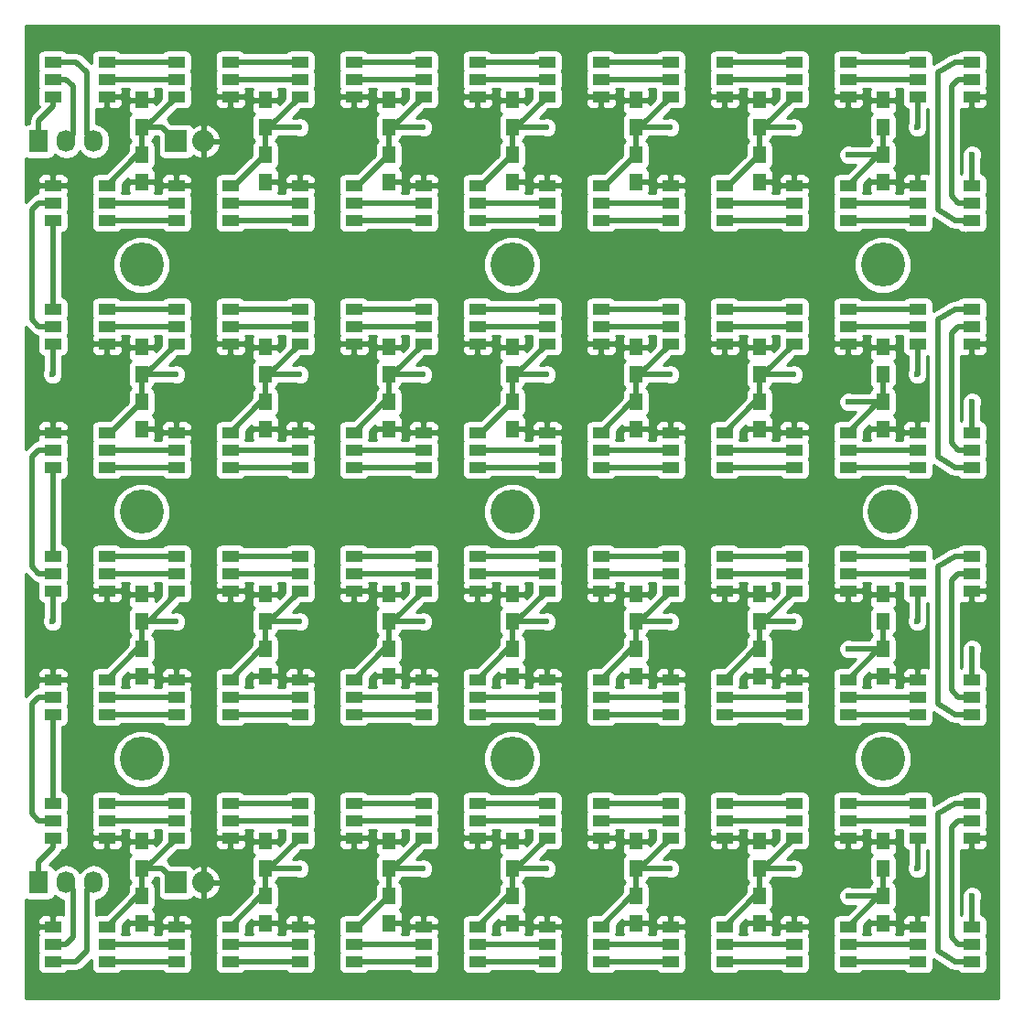
<source format=gtl>
G04 #@! TF.FileFunction,Copper,L1,Top,Signal*
%FSLAX46Y46*%
G04 Gerber Fmt 4.6, Leading zero omitted, Abs format (unit mm)*
G04 Created by KiCad (PCBNEW 4.0.2+e4-6225~38~ubuntu15.10.1-stable) date Sat 25 Jun 2016 03:23:57 PM EDT*
%MOMM*%
G01*
G04 APERTURE LIST*
%ADD10C,0.100000*%
%ADD11R,2.032000X2.032000*%
%ADD12O,2.032000X2.032000*%
%ADD13R,1.727200X2.032000*%
%ADD14O,1.727200X2.032000*%
%ADD15R,1.600000X1.000000*%
%ADD16R,1.250000X1.500000*%
%ADD17C,4.064000*%
%ADD18C,0.600000*%
%ADD19C,0.500000*%
%ADD20C,0.254000*%
G04 APERTURE END LIST*
D10*
D11*
X14605000Y80010000D03*
D12*
X17145000Y80010000D03*
D13*
X1905000Y80010000D03*
D14*
X4445000Y80010000D03*
X6985000Y80010000D03*
D13*
X1905000Y11430000D03*
D14*
X4445000Y11430000D03*
X6985000Y11430000D03*
D15*
X8215000Y84125000D03*
X8215000Y85725000D03*
X8215000Y87325000D03*
X3215000Y84125000D03*
X3215000Y85725000D03*
X3215000Y87325000D03*
X19645000Y84125000D03*
X19645000Y85725000D03*
X19645000Y87325000D03*
X14645000Y84125000D03*
X14645000Y85725000D03*
X14645000Y87325000D03*
X31075000Y84125000D03*
X31075000Y85725000D03*
X31075000Y87325000D03*
X26075000Y84125000D03*
X26075000Y85725000D03*
X26075000Y87325000D03*
X42505000Y84125000D03*
X42505000Y85725000D03*
X42505000Y87325000D03*
X37505000Y84125000D03*
X37505000Y85725000D03*
X37505000Y87325000D03*
X53935000Y84125000D03*
X53935000Y85725000D03*
X53935000Y87325000D03*
X48935000Y84125000D03*
X48935000Y85725000D03*
X48935000Y87325000D03*
X65365000Y84125000D03*
X65365000Y85725000D03*
X65365000Y87325000D03*
X60365000Y84125000D03*
X60365000Y85725000D03*
X60365000Y87325000D03*
X76795000Y84125000D03*
X76795000Y85725000D03*
X76795000Y87325000D03*
X71795000Y84125000D03*
X71795000Y85725000D03*
X71795000Y87325000D03*
X88225000Y84125000D03*
X88225000Y85725000D03*
X88225000Y87325000D03*
X83225000Y84125000D03*
X83225000Y85725000D03*
X83225000Y87325000D03*
X83225000Y75895000D03*
X83225000Y74295000D03*
X83225000Y72695000D03*
X88225000Y75895000D03*
X88225000Y74295000D03*
X88225000Y72695000D03*
X71795000Y75895000D03*
X71795000Y74295000D03*
X71795000Y72695000D03*
X76795000Y75895000D03*
X76795000Y74295000D03*
X76795000Y72695000D03*
X60365000Y75895000D03*
X60365000Y74295000D03*
X60365000Y72695000D03*
X65365000Y75895000D03*
X65365000Y74295000D03*
X65365000Y72695000D03*
X48935000Y75895000D03*
X48935000Y74295000D03*
X48935000Y72695000D03*
X53935000Y75895000D03*
X53935000Y74295000D03*
X53935000Y72695000D03*
X37505000Y75895000D03*
X37505000Y74295000D03*
X37505000Y72695000D03*
X42505000Y75895000D03*
X42505000Y74295000D03*
X42505000Y72695000D03*
X26075000Y75895000D03*
X26075000Y74295000D03*
X26075000Y72695000D03*
X31075000Y75895000D03*
X31075000Y74295000D03*
X31075000Y72695000D03*
X14645000Y75895000D03*
X14645000Y74295000D03*
X14645000Y72695000D03*
X19645000Y75895000D03*
X19645000Y74295000D03*
X19645000Y72695000D03*
X3215000Y75895000D03*
X3215000Y74295000D03*
X3215000Y72695000D03*
X8215000Y75895000D03*
X8215000Y74295000D03*
X8215000Y72695000D03*
X8215000Y61265000D03*
X8215000Y62865000D03*
X8215000Y64465000D03*
X3215000Y61265000D03*
X3215000Y62865000D03*
X3215000Y64465000D03*
X19645000Y61265000D03*
X19645000Y62865000D03*
X19645000Y64465000D03*
X14645000Y61265000D03*
X14645000Y62865000D03*
X14645000Y64465000D03*
X31075000Y61265000D03*
X31075000Y62865000D03*
X31075000Y64465000D03*
X26075000Y61265000D03*
X26075000Y62865000D03*
X26075000Y64465000D03*
X42505000Y61265000D03*
X42505000Y62865000D03*
X42505000Y64465000D03*
X37505000Y61265000D03*
X37505000Y62865000D03*
X37505000Y64465000D03*
X53935000Y61265000D03*
X53935000Y62865000D03*
X53935000Y64465000D03*
X48935000Y61265000D03*
X48935000Y62865000D03*
X48935000Y64465000D03*
X65365000Y61265000D03*
X65365000Y62865000D03*
X65365000Y64465000D03*
X60365000Y61265000D03*
X60365000Y62865000D03*
X60365000Y64465000D03*
X76795000Y61265000D03*
X76795000Y62865000D03*
X76795000Y64465000D03*
X71795000Y61265000D03*
X71795000Y62865000D03*
X71795000Y64465000D03*
X88225000Y61265000D03*
X88225000Y62865000D03*
X88225000Y64465000D03*
X83225000Y61265000D03*
X83225000Y62865000D03*
X83225000Y64465000D03*
X83225000Y53035000D03*
X83225000Y51435000D03*
X83225000Y49835000D03*
X88225000Y53035000D03*
X88225000Y51435000D03*
X88225000Y49835000D03*
X71795000Y53035000D03*
X71795000Y51435000D03*
X71795000Y49835000D03*
X76795000Y53035000D03*
X76795000Y51435000D03*
X76795000Y49835000D03*
X60365000Y53035000D03*
X60365000Y51435000D03*
X60365000Y49835000D03*
X65365000Y53035000D03*
X65365000Y51435000D03*
X65365000Y49835000D03*
X48935000Y53035000D03*
X48935000Y51435000D03*
X48935000Y49835000D03*
X53935000Y53035000D03*
X53935000Y51435000D03*
X53935000Y49835000D03*
X37505000Y53035000D03*
X37505000Y51435000D03*
X37505000Y49835000D03*
X42505000Y53035000D03*
X42505000Y51435000D03*
X42505000Y49835000D03*
X26075000Y53035000D03*
X26075000Y51435000D03*
X26075000Y49835000D03*
X31075000Y53035000D03*
X31075000Y51435000D03*
X31075000Y49835000D03*
X14645000Y53035000D03*
X14645000Y51435000D03*
X14645000Y49835000D03*
X19645000Y53035000D03*
X19645000Y51435000D03*
X19645000Y49835000D03*
X3215000Y53035000D03*
X3215000Y51435000D03*
X3215000Y49835000D03*
X8215000Y53035000D03*
X8215000Y51435000D03*
X8215000Y49835000D03*
X8215000Y38405000D03*
X8215000Y40005000D03*
X8215000Y41605000D03*
X3215000Y38405000D03*
X3215000Y40005000D03*
X3215000Y41605000D03*
X19645000Y38405000D03*
X19645000Y40005000D03*
X19645000Y41605000D03*
X14645000Y38405000D03*
X14645000Y40005000D03*
X14645000Y41605000D03*
X31075000Y38405000D03*
X31075000Y40005000D03*
X31075000Y41605000D03*
X26075000Y38405000D03*
X26075000Y40005000D03*
X26075000Y41605000D03*
X42505000Y38405000D03*
X42505000Y40005000D03*
X42505000Y41605000D03*
X37505000Y38405000D03*
X37505000Y40005000D03*
X37505000Y41605000D03*
X53935000Y38405000D03*
X53935000Y40005000D03*
X53935000Y41605000D03*
X48935000Y38405000D03*
X48935000Y40005000D03*
X48935000Y41605000D03*
X65365000Y38405000D03*
X65365000Y40005000D03*
X65365000Y41605000D03*
X60365000Y38405000D03*
X60365000Y40005000D03*
X60365000Y41605000D03*
X76795000Y38405000D03*
X76795000Y40005000D03*
X76795000Y41605000D03*
X71795000Y38405000D03*
X71795000Y40005000D03*
X71795000Y41605000D03*
X88225000Y38405000D03*
X88225000Y40005000D03*
X88225000Y41605000D03*
X83225000Y38405000D03*
X83225000Y40005000D03*
X83225000Y41605000D03*
X83225000Y30175000D03*
X83225000Y28575000D03*
X83225000Y26975000D03*
X88225000Y30175000D03*
X88225000Y28575000D03*
X88225000Y26975000D03*
X71795000Y30175000D03*
X71795000Y28575000D03*
X71795000Y26975000D03*
X76795000Y30175000D03*
X76795000Y28575000D03*
X76795000Y26975000D03*
X60365000Y30175000D03*
X60365000Y28575000D03*
X60365000Y26975000D03*
X65365000Y30175000D03*
X65365000Y28575000D03*
X65365000Y26975000D03*
X48935000Y30175000D03*
X48935000Y28575000D03*
X48935000Y26975000D03*
X53935000Y30175000D03*
X53935000Y28575000D03*
X53935000Y26975000D03*
X37505000Y30175000D03*
X37505000Y28575000D03*
X37505000Y26975000D03*
X42505000Y30175000D03*
X42505000Y28575000D03*
X42505000Y26975000D03*
X26075000Y30175000D03*
X26075000Y28575000D03*
X26075000Y26975000D03*
X31075000Y30175000D03*
X31075000Y28575000D03*
X31075000Y26975000D03*
X14645000Y30175000D03*
X14645000Y28575000D03*
X14645000Y26975000D03*
X19645000Y30175000D03*
X19645000Y28575000D03*
X19645000Y26975000D03*
X3215000Y30175000D03*
X3215000Y28575000D03*
X3215000Y26975000D03*
X8215000Y30175000D03*
X8215000Y28575000D03*
X8215000Y26975000D03*
X8215000Y15545000D03*
X8215000Y17145000D03*
X8215000Y18745000D03*
X3215000Y15545000D03*
X3215000Y17145000D03*
X3215000Y18745000D03*
X19645000Y15545000D03*
X19645000Y17145000D03*
X19645000Y18745000D03*
X14645000Y15545000D03*
X14645000Y17145000D03*
X14645000Y18745000D03*
X31075000Y15545000D03*
X31075000Y17145000D03*
X31075000Y18745000D03*
X26075000Y15545000D03*
X26075000Y17145000D03*
X26075000Y18745000D03*
X42505000Y15545000D03*
X42505000Y17145000D03*
X42505000Y18745000D03*
X37505000Y15545000D03*
X37505000Y17145000D03*
X37505000Y18745000D03*
X53935000Y15545000D03*
X53935000Y17145000D03*
X53935000Y18745000D03*
X48935000Y15545000D03*
X48935000Y17145000D03*
X48935000Y18745000D03*
X65365000Y15545000D03*
X65365000Y17145000D03*
X65365000Y18745000D03*
X60365000Y15545000D03*
X60365000Y17145000D03*
X60365000Y18745000D03*
X76795000Y15545000D03*
X76795000Y17145000D03*
X76795000Y18745000D03*
X71795000Y15545000D03*
X71795000Y17145000D03*
X71795000Y18745000D03*
X88225000Y15545000D03*
X88225000Y17145000D03*
X88225000Y18745000D03*
X83225000Y15545000D03*
X83225000Y17145000D03*
X83225000Y18745000D03*
X83225000Y7315000D03*
X83225000Y5715000D03*
X83225000Y4115000D03*
X88225000Y7315000D03*
X88225000Y5715000D03*
X88225000Y4115000D03*
X71795000Y7315000D03*
X71795000Y5715000D03*
X71795000Y4115000D03*
X76795000Y7315000D03*
X76795000Y5715000D03*
X76795000Y4115000D03*
X60365000Y7315000D03*
X60365000Y5715000D03*
X60365000Y4115000D03*
X65365000Y7315000D03*
X65365000Y5715000D03*
X65365000Y4115000D03*
X48935000Y7315000D03*
X48935000Y5715000D03*
X48935000Y4115000D03*
X53935000Y7315000D03*
X53935000Y5715000D03*
X53935000Y4115000D03*
X37505000Y7315000D03*
X37505000Y5715000D03*
X37505000Y4115000D03*
X42505000Y7315000D03*
X42505000Y5715000D03*
X42505000Y4115000D03*
X26075000Y7315000D03*
X26075000Y5715000D03*
X26075000Y4115000D03*
X31075000Y7315000D03*
X31075000Y5715000D03*
X31075000Y4115000D03*
X14645000Y7315000D03*
X14645000Y5715000D03*
X14645000Y4115000D03*
X19645000Y7315000D03*
X19645000Y5715000D03*
X19645000Y4115000D03*
X3215000Y7315000D03*
X3215000Y5715000D03*
X3215000Y4115000D03*
X8215000Y7315000D03*
X8215000Y5715000D03*
X8215000Y4115000D03*
D11*
X14605000Y11430000D03*
D12*
X17145000Y11430000D03*
D16*
X11430000Y81300000D03*
X11430000Y83800000D03*
X22860000Y81300000D03*
X22860000Y83800000D03*
X34290000Y81300000D03*
X34290000Y83800000D03*
X45720000Y81300000D03*
X45720000Y83800000D03*
X57150000Y81300000D03*
X57150000Y83800000D03*
X68580000Y81300000D03*
X68580000Y83800000D03*
X80010000Y81300000D03*
X80010000Y83800000D03*
X80010000Y78720000D03*
X80010000Y76220000D03*
X68580000Y78720000D03*
X68580000Y76220000D03*
X57150000Y78720000D03*
X57150000Y76220000D03*
X45720000Y78720000D03*
X45720000Y76220000D03*
X34290000Y78720000D03*
X34290000Y76220000D03*
X22860000Y78720000D03*
X22860000Y76220000D03*
X11430000Y78720000D03*
X11430000Y76220000D03*
X11430000Y58440000D03*
X11430000Y60940000D03*
X22860000Y58440000D03*
X22860000Y60940000D03*
X34290000Y58440000D03*
X34290000Y60940000D03*
X45720000Y58440000D03*
X45720000Y60940000D03*
X57150000Y58440000D03*
X57150000Y60940000D03*
X68580000Y58440000D03*
X68580000Y60940000D03*
X80010000Y58440000D03*
X80010000Y60940000D03*
X80010000Y55860000D03*
X80010000Y53360000D03*
X68580000Y55860000D03*
X68580000Y53360000D03*
X57150000Y55860000D03*
X57150000Y53360000D03*
X45720000Y55860000D03*
X45720000Y53360000D03*
X34290000Y55860000D03*
X34290000Y53360000D03*
X22860000Y55860000D03*
X22860000Y53360000D03*
X11430000Y55860000D03*
X11430000Y53360000D03*
X11430000Y35580000D03*
X11430000Y38080000D03*
X22860000Y35580000D03*
X22860000Y38080000D03*
X34290000Y35580000D03*
X34290000Y38080000D03*
X45720000Y35580000D03*
X45720000Y38080000D03*
X57150000Y35580000D03*
X57150000Y38080000D03*
X68580000Y35580000D03*
X68580000Y38080000D03*
X80010000Y35580000D03*
X80010000Y38080000D03*
X80010000Y33000000D03*
X80010000Y30500000D03*
X68580000Y33000000D03*
X68580000Y30500000D03*
X57150000Y33000000D03*
X57150000Y30500000D03*
X45720000Y33000000D03*
X45720000Y30500000D03*
X34290000Y33000000D03*
X34290000Y30500000D03*
X22860000Y33000000D03*
X22860000Y30500000D03*
X11430000Y33000000D03*
X11430000Y30500000D03*
X11430000Y12720000D03*
X11430000Y15220000D03*
X22860000Y12720000D03*
X22860000Y15220000D03*
X34290000Y12720000D03*
X34290000Y15220000D03*
X45720000Y12720000D03*
X45720000Y15220000D03*
X57150000Y12720000D03*
X57150000Y15220000D03*
X68580000Y12720000D03*
X68580000Y15220000D03*
X80010000Y12720000D03*
X80010000Y15220000D03*
X80010000Y10140000D03*
X80010000Y7640000D03*
X68580000Y10140000D03*
X68580000Y7640000D03*
X57150000Y10140000D03*
X57150000Y7640000D03*
X45720000Y10140000D03*
X45720000Y7640000D03*
X34290000Y10140000D03*
X34290000Y7640000D03*
X22860000Y10140000D03*
X22860000Y7640000D03*
X11430000Y10140000D03*
X11430000Y7640000D03*
D17*
X45720000Y68580000D03*
X80010000Y68580000D03*
X11430000Y68580000D03*
X45720000Y45720000D03*
X45720000Y22860000D03*
X80645000Y45720000D03*
X80010000Y22860000D03*
X11430000Y22860000D03*
X11430000Y45720000D03*
D18*
X76835000Y10160000D03*
X83185000Y12700000D03*
X76835000Y33020000D03*
X83185000Y35560000D03*
X76835000Y78740000D03*
X83185000Y81280000D03*
X76835000Y55880000D03*
X71755000Y58420000D03*
X83185000Y58420000D03*
X88265000Y10160000D03*
X71755000Y12700000D03*
X60325000Y12700000D03*
X48895000Y12700000D03*
X37465000Y12700000D03*
X26035000Y12700000D03*
X88265000Y33020000D03*
X71755000Y35560000D03*
X60325000Y35560000D03*
X48895000Y35560000D03*
X37465000Y35560000D03*
X26035000Y35560000D03*
X14605000Y35560000D03*
X3175000Y35560000D03*
X88265000Y55880000D03*
X60325000Y58420000D03*
X48895000Y58420000D03*
X37465000Y58420000D03*
X3175000Y58420000D03*
X26035000Y58420000D03*
X14605000Y58420000D03*
X88265000Y78740000D03*
X71755000Y81280000D03*
X60325000Y81280000D03*
X48895000Y81280000D03*
X37465000Y81280000D03*
X26035000Y81280000D03*
D19*
X80010000Y10140000D02*
X76855000Y10140000D01*
X76855000Y10140000D02*
X76835000Y10160000D01*
X83225000Y15545000D02*
X83225000Y12740000D01*
X83225000Y12740000D02*
X83185000Y12700000D01*
X80010000Y33000000D02*
X76855000Y33000000D01*
X76855000Y33000000D02*
X76835000Y33020000D01*
X83225000Y38405000D02*
X83225000Y35600000D01*
X83225000Y35600000D02*
X83185000Y35560000D01*
X80010000Y78720000D02*
X76855000Y78720000D01*
X76855000Y78720000D02*
X76835000Y78740000D01*
X83225000Y84125000D02*
X83225000Y81320000D01*
X83225000Y81320000D02*
X83185000Y81280000D01*
X80010000Y55860000D02*
X76855000Y55860000D01*
X76855000Y55860000D02*
X76835000Y55880000D01*
X68580000Y58440000D02*
X71735000Y58440000D01*
X71735000Y58440000D02*
X71755000Y58420000D01*
X83225000Y61265000D02*
X83225000Y58460000D01*
X83225000Y58460000D02*
X83185000Y58420000D01*
X88225000Y7315000D02*
X88225000Y10120000D01*
X88225000Y10120000D02*
X88265000Y10160000D01*
X68580000Y12720000D02*
X71735000Y12720000D01*
X71735000Y12720000D02*
X71755000Y12700000D01*
X57150000Y12720000D02*
X60305000Y12720000D01*
X60305000Y12720000D02*
X60325000Y12700000D01*
X45720000Y12720000D02*
X48875000Y12720000D01*
X48875000Y12720000D02*
X48895000Y12700000D01*
X34290000Y12720000D02*
X37445000Y12720000D01*
X37445000Y12720000D02*
X37465000Y12700000D01*
X22860000Y12720000D02*
X26015000Y12720000D01*
X26015000Y12720000D02*
X26035000Y12700000D01*
X88225000Y30175000D02*
X88225000Y32980000D01*
X88225000Y32980000D02*
X88265000Y33020000D01*
X68580000Y35580000D02*
X71735000Y35580000D01*
X71735000Y35580000D02*
X71755000Y35560000D01*
X57150000Y35580000D02*
X60305000Y35580000D01*
X60305000Y35580000D02*
X60325000Y35560000D01*
X45720000Y35580000D02*
X48875000Y35580000D01*
X48875000Y35580000D02*
X48895000Y35560000D01*
X34290000Y35580000D02*
X37445000Y35580000D01*
X37445000Y35580000D02*
X37465000Y35560000D01*
X22860000Y35580000D02*
X26015000Y35580000D01*
X26015000Y35580000D02*
X26035000Y35560000D01*
X11430000Y35580000D02*
X14585000Y35580000D01*
X14585000Y35580000D02*
X14605000Y35560000D01*
X3215000Y38405000D02*
X3215000Y35600000D01*
X3215000Y35600000D02*
X3175000Y35560000D01*
X88225000Y53035000D02*
X88225000Y55840000D01*
X88225000Y55840000D02*
X88265000Y55880000D01*
X57150000Y58440000D02*
X60305000Y58440000D01*
X60305000Y58440000D02*
X60325000Y58420000D01*
X45720000Y58440000D02*
X48875000Y58440000D01*
X48875000Y58440000D02*
X48895000Y58420000D01*
X34290000Y58440000D02*
X37445000Y58440000D01*
X37445000Y58440000D02*
X37465000Y58420000D01*
X3215000Y61265000D02*
X3215000Y58460000D01*
X3215000Y58460000D02*
X3175000Y58420000D01*
X22860000Y58440000D02*
X26015000Y58440000D01*
X26015000Y58440000D02*
X26035000Y58420000D01*
X11430000Y58440000D02*
X14585000Y58440000D01*
X14585000Y58440000D02*
X14605000Y58420000D01*
X88225000Y75895000D02*
X88225000Y78700000D01*
X88225000Y78700000D02*
X88265000Y78740000D01*
X68580000Y81300000D02*
X71735000Y81300000D01*
X71735000Y81300000D02*
X71755000Y81280000D01*
X57150000Y81300000D02*
X60305000Y81300000D01*
X60305000Y81300000D02*
X60325000Y81280000D01*
X45720000Y81300000D02*
X48875000Y81300000D01*
X48875000Y81300000D02*
X48895000Y81280000D01*
X34290000Y81300000D02*
X37445000Y81300000D01*
X37445000Y81300000D02*
X37465000Y81280000D01*
X22860000Y81300000D02*
X26015000Y81300000D01*
X26015000Y81300000D02*
X26035000Y81280000D01*
X80010000Y10140000D02*
X79620000Y10140000D01*
X79620000Y10140000D02*
X76795000Y7315000D01*
X80010000Y12720000D02*
X80400000Y12720000D01*
X68580000Y10140000D02*
X68190000Y10140000D01*
X68190000Y10140000D02*
X65365000Y7315000D01*
X68580000Y12720000D02*
X68970000Y12720000D01*
X68970000Y12720000D02*
X71795000Y15545000D01*
X57150000Y10140000D02*
X56760000Y10140000D01*
X56760000Y10140000D02*
X53935000Y7315000D01*
X57150000Y12720000D02*
X57540000Y12720000D01*
X57540000Y12720000D02*
X60365000Y15545000D01*
X45720000Y10140000D02*
X45330000Y10140000D01*
X45330000Y10140000D02*
X42505000Y7315000D01*
X45720000Y12720000D02*
X46110000Y12720000D01*
X46110000Y12720000D02*
X48935000Y15545000D01*
X34290000Y12720000D02*
X34680000Y12720000D01*
X34680000Y12720000D02*
X37505000Y15545000D01*
X31075000Y7315000D02*
X31465000Y7315000D01*
X31465000Y7315000D02*
X34290000Y10140000D01*
X22860000Y10140000D02*
X22470000Y10140000D01*
X22470000Y10140000D02*
X19645000Y7315000D01*
X22860000Y12720000D02*
X23250000Y12720000D01*
X23250000Y12720000D02*
X26075000Y15545000D01*
X11430000Y78720000D02*
X11040000Y78720000D01*
X11040000Y78720000D02*
X8215000Y75895000D01*
X11430000Y10140000D02*
X11040000Y10140000D01*
X11040000Y10140000D02*
X8215000Y7315000D01*
X11430000Y12720000D02*
X11820000Y12720000D01*
X11820000Y12720000D02*
X14645000Y15545000D01*
X11430000Y12720000D02*
X13315000Y12720000D01*
X13315000Y12720000D02*
X14605000Y11430000D01*
X3215000Y15545000D02*
X3215000Y14645000D01*
X1905000Y13335000D02*
X1905000Y11430000D01*
X3215000Y14645000D02*
X1905000Y13335000D01*
X80010000Y35580000D02*
X80400000Y35580000D01*
X80010000Y33000000D02*
X79620000Y33000000D01*
X79620000Y33000000D02*
X76795000Y30175000D01*
X68580000Y35580000D02*
X68970000Y35580000D01*
X68970000Y35580000D02*
X71795000Y38405000D01*
X68580000Y33000000D02*
X68190000Y33000000D01*
X68190000Y33000000D02*
X65365000Y30175000D01*
X57150000Y33000000D02*
X56760000Y33000000D01*
X56760000Y33000000D02*
X53935000Y30175000D01*
X57150000Y35580000D02*
X57540000Y35580000D01*
X57540000Y35580000D02*
X60365000Y38405000D01*
X45720000Y33000000D02*
X45330000Y33000000D01*
X45330000Y33000000D02*
X42505000Y30175000D01*
X45720000Y35580000D02*
X46110000Y35580000D01*
X46110000Y35580000D02*
X48935000Y38405000D01*
X34290000Y33000000D02*
X33900000Y33000000D01*
X33900000Y33000000D02*
X31075000Y30175000D01*
X34290000Y35580000D02*
X34680000Y35580000D01*
X34680000Y35580000D02*
X37505000Y38405000D01*
X22860000Y33000000D02*
X22470000Y33000000D01*
X22470000Y33000000D02*
X19645000Y30175000D01*
X22860000Y35580000D02*
X23250000Y35580000D01*
X23250000Y35580000D02*
X26075000Y38405000D01*
X11430000Y33000000D02*
X11040000Y33000000D01*
X11040000Y33000000D02*
X8215000Y30175000D01*
X11430000Y35580000D02*
X12085000Y35580000D01*
X12085000Y35580000D02*
X14605000Y38100000D01*
X14605000Y38100000D02*
X14645000Y38405000D01*
X80010000Y55860000D02*
X79620000Y55860000D01*
X79620000Y55860000D02*
X76795000Y53035000D01*
X80010000Y58440000D02*
X80400000Y58440000D01*
X68580000Y55860000D02*
X68190000Y55860000D01*
X68190000Y55860000D02*
X65365000Y53035000D01*
X68580000Y58440000D02*
X68970000Y58440000D01*
X68970000Y58440000D02*
X71795000Y61265000D01*
X57150000Y55860000D02*
X56760000Y55860000D01*
X56760000Y55860000D02*
X53935000Y53035000D01*
X57150000Y58440000D02*
X57540000Y58440000D01*
X57540000Y58440000D02*
X60365000Y61265000D01*
X45720000Y58440000D02*
X46110000Y58440000D01*
X46110000Y58440000D02*
X48935000Y61265000D01*
X42505000Y53035000D02*
X42895000Y53035000D01*
X42895000Y53035000D02*
X45720000Y55860000D01*
X34290000Y55860000D02*
X33900000Y55860000D01*
X33900000Y55860000D02*
X31075000Y53035000D01*
X34290000Y58440000D02*
X34680000Y58440000D01*
X34680000Y58440000D02*
X37505000Y61265000D01*
X22860000Y55860000D02*
X22470000Y55860000D01*
X22470000Y55860000D02*
X19645000Y53035000D01*
X22860000Y58440000D02*
X23250000Y58440000D01*
X23250000Y58440000D02*
X26075000Y61265000D01*
X11430000Y58440000D02*
X11820000Y58440000D01*
X11820000Y58440000D02*
X14645000Y61265000D01*
X8215000Y53035000D02*
X8605000Y53035000D01*
X8605000Y53035000D02*
X11430000Y55860000D01*
X80010000Y78720000D02*
X79620000Y78720000D01*
X79620000Y78720000D02*
X76795000Y75895000D01*
X80010000Y81300000D02*
X80400000Y81300000D01*
X65365000Y75895000D02*
X65755000Y75895000D01*
X65755000Y75895000D02*
X68580000Y78720000D01*
X68580000Y81300000D02*
X68970000Y81300000D01*
X68970000Y81300000D02*
X71795000Y84125000D01*
X53935000Y75895000D02*
X54325000Y75895000D01*
X54325000Y75895000D02*
X57150000Y78720000D01*
X57150000Y81300000D02*
X57540000Y81300000D01*
X57540000Y81300000D02*
X60365000Y84125000D01*
X42505000Y75895000D02*
X42895000Y75895000D01*
X42895000Y75895000D02*
X45720000Y78720000D01*
X45720000Y81300000D02*
X46110000Y81300000D01*
X46110000Y81300000D02*
X48935000Y84125000D01*
X19645000Y75895000D02*
X20035000Y75895000D01*
X20035000Y75895000D02*
X22860000Y78720000D01*
X34290000Y81300000D02*
X34680000Y81300000D01*
X34680000Y81300000D02*
X37505000Y84125000D01*
X31075000Y75895000D02*
X31465000Y75895000D01*
X31465000Y75895000D02*
X34290000Y78720000D01*
X22860000Y81300000D02*
X23250000Y81300000D01*
X23250000Y81300000D02*
X26075000Y84125000D01*
X11430000Y81300000D02*
X11820000Y81300000D01*
X11820000Y81300000D02*
X14645000Y84125000D01*
X11430000Y35580000D02*
X11430000Y33000000D01*
X22860000Y35580000D02*
X22860000Y33000000D01*
X34290000Y35580000D02*
X34290000Y33000000D01*
X45720000Y35580000D02*
X45720000Y33000000D01*
X57150000Y35580000D02*
X57150000Y33000000D01*
X68580000Y35580000D02*
X68580000Y33000000D01*
X80010000Y35580000D02*
X80010000Y33000000D01*
X80010000Y12720000D02*
X80010000Y10140000D01*
X68580000Y12720000D02*
X68580000Y10140000D01*
X57150000Y12720000D02*
X57150000Y10140000D01*
X45720000Y12720000D02*
X45720000Y10140000D01*
X34290000Y12720000D02*
X34290000Y10140000D01*
X22860000Y12720000D02*
X22860000Y10140000D01*
X11430000Y12720000D02*
X11430000Y10140000D01*
X80010000Y58440000D02*
X80010000Y55860000D01*
X68580000Y58440000D02*
X68580000Y55860000D01*
X57150000Y58440000D02*
X57150000Y55860000D01*
X45720000Y58440000D02*
X45720000Y55860000D01*
X34290000Y58440000D02*
X34290000Y55860000D01*
X22860000Y58440000D02*
X22860000Y55860000D01*
X11430000Y58440000D02*
X11430000Y55860000D01*
X80010000Y81300000D02*
X80010000Y78720000D01*
X68580000Y81300000D02*
X68580000Y78720000D01*
X57150000Y81300000D02*
X57150000Y78720000D01*
X3215000Y84125000D02*
X3215000Y83225000D01*
X1905000Y81915000D02*
X1905000Y80010000D01*
X3215000Y83225000D02*
X1905000Y81915000D01*
X45720000Y81300000D02*
X45720000Y78720000D01*
X34290000Y81300000D02*
X34290000Y78720000D01*
X22860000Y81300000D02*
X22860000Y78720000D01*
X11430000Y78720000D02*
X11430000Y81300000D01*
X11430000Y81300000D02*
X13315000Y81300000D01*
X13315000Y81300000D02*
X14605000Y80010000D01*
X3215000Y85725000D02*
X4445000Y85725000D01*
X5080000Y85090000D02*
X5080000Y80645000D01*
X4445000Y85725000D02*
X5080000Y85090000D01*
X5080000Y80645000D02*
X4445000Y80010000D01*
X3215000Y87325000D02*
X5385000Y87325000D01*
X6350000Y86360000D02*
X6350000Y80645000D01*
X5385000Y87325000D02*
X6350000Y86360000D01*
X6350000Y80645000D02*
X6985000Y80010000D01*
X3215000Y5715000D02*
X4445000Y5715000D01*
X5080000Y6350000D02*
X5080000Y10795000D01*
X4445000Y5715000D02*
X5080000Y6350000D01*
X5080000Y10795000D02*
X4445000Y11430000D01*
X3215000Y4115000D02*
X5385000Y4115000D01*
X6350000Y5080000D02*
X6350000Y10795000D01*
X5385000Y4115000D02*
X6350000Y5080000D01*
X6350000Y10795000D02*
X6985000Y11430000D01*
X8215000Y85725000D02*
X14645000Y85725000D01*
X8215000Y87325000D02*
X14645000Y87325000D01*
X19645000Y85725000D02*
X26075000Y85725000D01*
X19645000Y87325000D02*
X26075000Y87325000D01*
X37505000Y85725000D02*
X31075000Y85725000D01*
X31075000Y87325000D02*
X37505000Y87325000D01*
X42505000Y85725000D02*
X48935000Y85725000D01*
X42505000Y87325000D02*
X48935000Y87325000D01*
X53935000Y85725000D02*
X60365000Y85725000D01*
X53935000Y87325000D02*
X60365000Y87325000D01*
X65365000Y85725000D02*
X71795000Y85725000D01*
X65365000Y87325000D02*
X71795000Y87325000D01*
X76795000Y85725000D02*
X83225000Y85725000D01*
X76795000Y87325000D02*
X83225000Y87325000D01*
X88225000Y85725000D02*
X86995000Y85725000D01*
X86995000Y74295000D02*
X88225000Y74295000D01*
X86360000Y74930000D02*
X86995000Y74295000D01*
X86360000Y85090000D02*
X86360000Y74930000D01*
X86995000Y85725000D02*
X86360000Y85090000D01*
X88225000Y87325000D02*
X86690000Y87325000D01*
X86690000Y72695000D02*
X88225000Y72695000D01*
X85090000Y73660000D02*
X86690000Y72695000D01*
X85090000Y86360000D02*
X85090000Y73660000D01*
X86690000Y87325000D02*
X85090000Y86360000D01*
X87630000Y72390000D02*
X88225000Y72695000D01*
X83225000Y74295000D02*
X76795000Y74295000D01*
X83225000Y72695000D02*
X76795000Y72695000D01*
X71795000Y74295000D02*
X65365000Y74295000D01*
X71795000Y72695000D02*
X65365000Y72695000D01*
X60365000Y74295000D02*
X53935000Y74295000D01*
X60365000Y72695000D02*
X53935000Y72695000D01*
X48935000Y74295000D02*
X42505000Y74295000D01*
X48935000Y72695000D02*
X42505000Y72695000D01*
X37505000Y74295000D02*
X31075000Y74295000D01*
X37505000Y72695000D02*
X31075000Y72695000D01*
X26075000Y74295000D02*
X19645000Y74295000D01*
X26075000Y72695000D02*
X19645000Y72695000D01*
X14645000Y74295000D02*
X8215000Y74295000D01*
X14645000Y72695000D02*
X8215000Y72695000D01*
X3215000Y74295000D02*
X1905000Y74295000D01*
X1905000Y62865000D02*
X3215000Y62865000D01*
X1270000Y63500000D02*
X1905000Y62865000D01*
X1270000Y73660000D02*
X1270000Y63500000D01*
X1905000Y74295000D02*
X1270000Y73660000D01*
X3215000Y72695000D02*
X3215000Y64465000D01*
X8215000Y62865000D02*
X14645000Y62865000D01*
X8215000Y64465000D02*
X14645000Y64465000D01*
X19645000Y62865000D02*
X26075000Y62865000D01*
X19645000Y64465000D02*
X26075000Y64465000D01*
X37505000Y62865000D02*
X31075000Y62865000D01*
X31075000Y64465000D02*
X37505000Y64465000D01*
X48935000Y62865000D02*
X42505000Y62865000D01*
X42505000Y64465000D02*
X48935000Y64465000D01*
X60365000Y62865000D02*
X53935000Y62865000D01*
X53935000Y64465000D02*
X60365000Y64465000D01*
X71795000Y62865000D02*
X65365000Y62865000D01*
X65365000Y64465000D02*
X71795000Y64465000D01*
X83225000Y62865000D02*
X76795000Y62865000D01*
X76795000Y64465000D02*
X83225000Y64465000D01*
X88225000Y62865000D02*
X86995000Y62865000D01*
X86995000Y51435000D02*
X88225000Y51435000D01*
X86360000Y52070000D02*
X86995000Y51435000D01*
X86360000Y62230000D02*
X86360000Y52070000D01*
X86995000Y62865000D02*
X86360000Y62230000D01*
X88225000Y64465000D02*
X86690000Y64465000D01*
X86690000Y49835000D02*
X88225000Y49835000D01*
X85090000Y50800000D02*
X86690000Y49835000D01*
X85090000Y63500000D02*
X85090000Y50800000D01*
X86690000Y64465000D02*
X85090000Y63500000D01*
X83225000Y51435000D02*
X76795000Y51435000D01*
X76795000Y49835000D02*
X83225000Y49835000D01*
X65365000Y51435000D02*
X71795000Y51435000D01*
X71795000Y49835000D02*
X65365000Y49835000D01*
X53935000Y51435000D02*
X60365000Y51435000D01*
X60365000Y49835000D02*
X53935000Y49835000D01*
X48935000Y51435000D02*
X42505000Y51435000D01*
X42505000Y49835000D02*
X48935000Y49835000D01*
X37505000Y51435000D02*
X31075000Y51435000D01*
X31075000Y49835000D02*
X37505000Y49835000D01*
X19645000Y51435000D02*
X26075000Y51435000D01*
X26075000Y49835000D02*
X19645000Y49835000D01*
X8215000Y51435000D02*
X14645000Y51435000D01*
X14645000Y49835000D02*
X8215000Y49835000D01*
X3215000Y51435000D02*
X1905000Y51435000D01*
X1905000Y40005000D02*
X3215000Y40005000D01*
X1270000Y40640000D02*
X1905000Y40005000D01*
X1270000Y50800000D02*
X1270000Y40640000D01*
X1905000Y51435000D02*
X1270000Y50800000D01*
X3215000Y49835000D02*
X3215000Y41605000D01*
X14645000Y40005000D02*
X8215000Y40005000D01*
X14645000Y41605000D02*
X8215000Y41605000D01*
X26075000Y40005000D02*
X19645000Y40005000D01*
X26075000Y41605000D02*
X19645000Y41605000D01*
X37505000Y40005000D02*
X31075000Y40005000D01*
X37505000Y41605000D02*
X31075000Y41605000D01*
X48935000Y40005000D02*
X43180000Y40005000D01*
X48935000Y41605000D02*
X42505000Y41605000D01*
X60365000Y40005000D02*
X53935000Y40005000D01*
X60365000Y41605000D02*
X53935000Y41605000D01*
X71795000Y40005000D02*
X65365000Y40005000D01*
X71795000Y41605000D02*
X65365000Y41605000D01*
X83225000Y40005000D02*
X76795000Y40005000D01*
X83225000Y41605000D02*
X76795000Y41605000D01*
X88225000Y40005000D02*
X86995000Y40005000D01*
X86995000Y28575000D02*
X88225000Y28575000D01*
X86360000Y29210000D02*
X86995000Y28575000D01*
X86360000Y39370000D02*
X86360000Y29210000D01*
X86995000Y40005000D02*
X86360000Y39370000D01*
X88225000Y41605000D02*
X86690000Y41605000D01*
X86690000Y26975000D02*
X88225000Y26975000D01*
X85090000Y27940000D02*
X86690000Y26975000D01*
X85090000Y40640000D02*
X85090000Y27940000D01*
X86690000Y41605000D02*
X85090000Y40640000D01*
X83225000Y28575000D02*
X76795000Y28575000D01*
X76795000Y26975000D02*
X83225000Y26975000D01*
X65365000Y28575000D02*
X71795000Y28575000D01*
X71795000Y26975000D02*
X65365000Y26975000D01*
X53935000Y28575000D02*
X60365000Y28575000D01*
X60365000Y26975000D02*
X53935000Y26975000D01*
X42505000Y28575000D02*
X48935000Y28575000D01*
X48935000Y26975000D02*
X42505000Y26975000D01*
X31075000Y28575000D02*
X37505000Y28575000D01*
X37505000Y26975000D02*
X31075000Y26975000D01*
X19645000Y28575000D02*
X26075000Y28575000D01*
X26075000Y26975000D02*
X19645000Y26975000D01*
X8215000Y28575000D02*
X14645000Y28575000D01*
X8215000Y26975000D02*
X14645000Y26975000D01*
X3215000Y28575000D02*
X1905000Y28575000D01*
X1905000Y17145000D02*
X3215000Y17145000D01*
X1270000Y17780000D02*
X1905000Y17145000D01*
X1270000Y27940000D02*
X1270000Y17780000D01*
X1905000Y28575000D02*
X1270000Y27940000D01*
X3215000Y26975000D02*
X3215000Y18745000D01*
X14645000Y17145000D02*
X8215000Y17145000D01*
X14645000Y18745000D02*
X8215000Y18745000D01*
X26075000Y17145000D02*
X19645000Y17145000D01*
X26075000Y18745000D02*
X19645000Y18745000D01*
X37505000Y17145000D02*
X31075000Y17145000D01*
X37505000Y18745000D02*
X31075000Y18745000D01*
X48935000Y17145000D02*
X42505000Y17145000D01*
X48935000Y18745000D02*
X42505000Y18745000D01*
X60365000Y17145000D02*
X53935000Y17145000D01*
X60365000Y18745000D02*
X53935000Y18745000D01*
X71795000Y17145000D02*
X65365000Y17145000D01*
X71795000Y18745000D02*
X65365000Y18745000D01*
X83225000Y17145000D02*
X76795000Y17145000D01*
X83225000Y18745000D02*
X76795000Y18745000D01*
X88225000Y17145000D02*
X86995000Y17145000D01*
X86995000Y5715000D02*
X88225000Y5715000D01*
X86360000Y6350000D02*
X86995000Y5715000D01*
X86360000Y16510000D02*
X86360000Y6350000D01*
X86995000Y17145000D02*
X86360000Y16510000D01*
X88225000Y18745000D02*
X86690000Y18745000D01*
X86690000Y4115000D02*
X88225000Y4115000D01*
X85090000Y5080000D02*
X86690000Y4115000D01*
X85090000Y17780000D02*
X85090000Y5080000D01*
X86690000Y18745000D02*
X85090000Y17780000D01*
X83225000Y5715000D02*
X77470000Y5715000D01*
X83225000Y4115000D02*
X76795000Y4115000D01*
X71795000Y5715000D02*
X65365000Y5715000D01*
X71795000Y4115000D02*
X65365000Y4115000D01*
X60365000Y5715000D02*
X53935000Y5715000D01*
X60365000Y4115000D02*
X53935000Y4115000D01*
X48935000Y5715000D02*
X42505000Y5715000D01*
X48935000Y4115000D02*
X42505000Y4115000D01*
X37505000Y5715000D02*
X31075000Y5715000D01*
X37505000Y4115000D02*
X31075000Y4115000D01*
X26075000Y5715000D02*
X19645000Y5715000D01*
X26075000Y4115000D02*
X19645000Y4115000D01*
X14645000Y5715000D02*
X8215000Y5715000D01*
X14645000Y4115000D02*
X8215000Y4115000D01*
D20*
G36*
X90730000Y710000D02*
X710000Y710000D01*
X710000Y7941310D01*
X1780000Y7941310D01*
X1780000Y7600750D01*
X1938750Y7442000D01*
X3088000Y7442000D01*
X3088000Y8291250D01*
X2929250Y8450000D01*
X2288691Y8450000D01*
X2055302Y8353327D01*
X1876673Y8174699D01*
X1780000Y7941310D01*
X710000Y7941310D01*
X710000Y9871896D01*
X789510Y9817569D01*
X1041400Y9766560D01*
X2768600Y9766560D01*
X3003917Y9810838D01*
X3220041Y9949910D01*
X3365031Y10162110D01*
X3373400Y10203439D01*
X3385330Y10185585D01*
X3871511Y9860729D01*
X4195000Y9796383D01*
X4195000Y8427760D01*
X4141309Y8450000D01*
X3500750Y8450000D01*
X3342000Y8291250D01*
X3342000Y7442000D01*
X3362000Y7442000D01*
X3362000Y7188000D01*
X3342000Y7188000D01*
X3342000Y7168000D01*
X3088000Y7168000D01*
X3088000Y7188000D01*
X1938750Y7188000D01*
X1780000Y7029250D01*
X1780000Y6688690D01*
X1851755Y6515459D01*
X1818569Y6466890D01*
X1767560Y6215000D01*
X1767560Y5215000D01*
X1811838Y4979683D01*
X1852481Y4916522D01*
X1818569Y4866890D01*
X1767560Y4615000D01*
X1767560Y3615000D01*
X1811838Y3379683D01*
X1950910Y3163559D01*
X2163110Y3018569D01*
X2415000Y2967560D01*
X4015000Y2967560D01*
X4250317Y3011838D01*
X4466441Y3150910D01*
X4520481Y3230000D01*
X5384995Y3230000D01*
X5385000Y3229999D01*
X5667484Y3286190D01*
X5723675Y3297367D01*
X6010790Y3489210D01*
X6767560Y4245981D01*
X6767560Y3615000D01*
X6811838Y3379683D01*
X6950910Y3163559D01*
X7163110Y3018569D01*
X7415000Y2967560D01*
X9015000Y2967560D01*
X9250317Y3011838D01*
X9466441Y3150910D01*
X9520481Y3230000D01*
X13338156Y3230000D01*
X13380910Y3163559D01*
X13593110Y3018569D01*
X13845000Y2967560D01*
X15445000Y2967560D01*
X15680317Y3011838D01*
X15896441Y3150910D01*
X16041431Y3363110D01*
X16092440Y3615000D01*
X16092440Y4615000D01*
X16048162Y4850317D01*
X16007519Y4913478D01*
X16041431Y4963110D01*
X16092440Y5215000D01*
X16092440Y6215000D01*
X16048162Y6450317D01*
X16007462Y6513567D01*
X16080000Y6688690D01*
X16080000Y7029250D01*
X15921250Y7188000D01*
X14772000Y7188000D01*
X14772000Y7168000D01*
X14518000Y7168000D01*
X14518000Y7188000D01*
X13368750Y7188000D01*
X13210000Y7029250D01*
X13210000Y6688690D01*
X13246737Y6600000D01*
X12622197Y6600000D01*
X12690000Y6763691D01*
X12690000Y7354250D01*
X12531250Y7513000D01*
X11557000Y7513000D01*
X11557000Y7493000D01*
X11303000Y7493000D01*
X11303000Y7513000D01*
X10328750Y7513000D01*
X10170000Y7354250D01*
X10170000Y6763691D01*
X10237803Y6600000D01*
X9618901Y6600000D01*
X9662440Y6815000D01*
X9662440Y7510860D01*
X10170000Y8018420D01*
X10170000Y7925750D01*
X10328750Y7767000D01*
X11303000Y7767000D01*
X11303000Y7787000D01*
X11557000Y7787000D01*
X11557000Y7767000D01*
X12531250Y7767000D01*
X12690000Y7925750D01*
X12690000Y7941310D01*
X13210000Y7941310D01*
X13210000Y7600750D01*
X13368750Y7442000D01*
X14518000Y7442000D01*
X14518000Y8291250D01*
X14772000Y8291250D01*
X14772000Y7442000D01*
X15921250Y7442000D01*
X16080000Y7600750D01*
X16080000Y7941310D01*
X15983327Y8174699D01*
X15804698Y8353327D01*
X15571309Y8450000D01*
X14930750Y8450000D01*
X14772000Y8291250D01*
X14518000Y8291250D01*
X14359250Y8450000D01*
X13718691Y8450000D01*
X13485302Y8353327D01*
X13306673Y8174699D01*
X13210000Y7941310D01*
X12690000Y7941310D01*
X12690000Y8516309D01*
X12593327Y8749698D01*
X12452090Y8890936D01*
X12506441Y8925910D01*
X12651431Y9138110D01*
X12702440Y9390000D01*
X12702440Y10890000D01*
X12658162Y11125317D01*
X12519090Y11341441D01*
X12388992Y11430333D01*
X12506441Y11505910D01*
X12651431Y11718110D01*
X12675102Y11835000D01*
X12941560Y11835000D01*
X12941560Y10414000D01*
X12985838Y10178683D01*
X13124910Y9962559D01*
X13337110Y9817569D01*
X13589000Y9766560D01*
X15621000Y9766560D01*
X15856317Y9810838D01*
X16072441Y9949910D01*
X16183840Y10112948D01*
X16280182Y10023615D01*
X16762056Y9824025D01*
X17018000Y9943164D01*
X17018000Y11303000D01*
X17272000Y11303000D01*
X17272000Y9943164D01*
X17527944Y9824025D01*
X18009818Y10023615D01*
X18482188Y10461621D01*
X18750983Y11047054D01*
X18632367Y11303000D01*
X17272000Y11303000D01*
X17018000Y11303000D01*
X16998000Y11303000D01*
X16998000Y11557000D01*
X17018000Y11557000D01*
X17018000Y12916836D01*
X17272000Y12916836D01*
X17272000Y11557000D01*
X18632367Y11557000D01*
X18750983Y11812946D01*
X18482188Y12398379D01*
X18009818Y12836385D01*
X17527944Y13035975D01*
X17272000Y12916836D01*
X17018000Y12916836D01*
X16762056Y13035975D01*
X16280182Y12836385D01*
X16182602Y12745903D01*
X16085090Y12897441D01*
X15872890Y13042431D01*
X15621000Y13093440D01*
X14193140Y13093440D01*
X13940790Y13345790D01*
X13910858Y13365790D01*
X13794870Y13443290D01*
X14749139Y14397560D01*
X15445000Y14397560D01*
X15680317Y14441838D01*
X15896441Y14580910D01*
X16041431Y14793110D01*
X16092440Y15045000D01*
X16092440Y15259250D01*
X18210000Y15259250D01*
X18210000Y14918690D01*
X18306673Y14685301D01*
X18485302Y14506673D01*
X18718691Y14410000D01*
X19359250Y14410000D01*
X19518000Y14568750D01*
X19518000Y15418000D01*
X19772000Y15418000D01*
X19772000Y14568750D01*
X19930750Y14410000D01*
X20571309Y14410000D01*
X20804698Y14506673D01*
X20983327Y14685301D01*
X21080000Y14918690D01*
X21080000Y15259250D01*
X20921250Y15418000D01*
X19772000Y15418000D01*
X19518000Y15418000D01*
X18368750Y15418000D01*
X18210000Y15259250D01*
X16092440Y15259250D01*
X16092440Y16045000D01*
X16048162Y16280317D01*
X16007519Y16343478D01*
X16041431Y16393110D01*
X16092440Y16645000D01*
X16092440Y17645000D01*
X16048162Y17880317D01*
X16007519Y17943478D01*
X16041431Y17993110D01*
X16092440Y18245000D01*
X16092440Y19245000D01*
X18197560Y19245000D01*
X18197560Y18245000D01*
X18241838Y18009683D01*
X18282481Y17946522D01*
X18248569Y17896890D01*
X18197560Y17645000D01*
X18197560Y16645000D01*
X18241838Y16409683D01*
X18282538Y16346433D01*
X18210000Y16171310D01*
X18210000Y15830750D01*
X18368750Y15672000D01*
X19518000Y15672000D01*
X19518000Y15692000D01*
X19772000Y15692000D01*
X19772000Y15672000D01*
X20921250Y15672000D01*
X21080000Y15830750D01*
X21080000Y16171310D01*
X21043263Y16260000D01*
X21667803Y16260000D01*
X21600000Y16096309D01*
X21600000Y15505750D01*
X21758750Y15347000D01*
X22733000Y15347000D01*
X22733000Y15367000D01*
X22987000Y15367000D01*
X22987000Y15347000D01*
X23961250Y15347000D01*
X24120000Y15505750D01*
X24120000Y16096309D01*
X24052197Y16260000D01*
X24671099Y16260000D01*
X24627560Y16045000D01*
X24627560Y15349139D01*
X24120000Y14841579D01*
X24120000Y14934250D01*
X23961250Y15093000D01*
X22987000Y15093000D01*
X22987000Y15073000D01*
X22733000Y15073000D01*
X22733000Y15093000D01*
X21758750Y15093000D01*
X21600000Y14934250D01*
X21600000Y14343691D01*
X21696673Y14110302D01*
X21837910Y13969064D01*
X21783559Y13934090D01*
X21638569Y13721890D01*
X21587560Y13470000D01*
X21587560Y11970000D01*
X21631838Y11734683D01*
X21770910Y11518559D01*
X21901008Y11429667D01*
X21783559Y11354090D01*
X21638569Y11141890D01*
X21587560Y10890000D01*
X21587560Y10509139D01*
X19540860Y8462440D01*
X18845000Y8462440D01*
X18609683Y8418162D01*
X18393559Y8279090D01*
X18248569Y8066890D01*
X18197560Y7815000D01*
X18197560Y6815000D01*
X18241838Y6579683D01*
X18282481Y6516522D01*
X18248569Y6466890D01*
X18197560Y6215000D01*
X18197560Y5215000D01*
X18241838Y4979683D01*
X18282481Y4916522D01*
X18248569Y4866890D01*
X18197560Y4615000D01*
X18197560Y3615000D01*
X18241838Y3379683D01*
X18380910Y3163559D01*
X18593110Y3018569D01*
X18845000Y2967560D01*
X20445000Y2967560D01*
X20680317Y3011838D01*
X20896441Y3150910D01*
X20950481Y3230000D01*
X24768156Y3230000D01*
X24810910Y3163559D01*
X25023110Y3018569D01*
X25275000Y2967560D01*
X26875000Y2967560D01*
X27110317Y3011838D01*
X27326441Y3150910D01*
X27471431Y3363110D01*
X27522440Y3615000D01*
X27522440Y4615000D01*
X27478162Y4850317D01*
X27437519Y4913478D01*
X27471431Y4963110D01*
X27522440Y5215000D01*
X27522440Y6215000D01*
X27478162Y6450317D01*
X27437462Y6513567D01*
X27510000Y6688690D01*
X27510000Y7029250D01*
X27351250Y7188000D01*
X26202000Y7188000D01*
X26202000Y7168000D01*
X25948000Y7168000D01*
X25948000Y7188000D01*
X24798750Y7188000D01*
X24640000Y7029250D01*
X24640000Y6688690D01*
X24676737Y6600000D01*
X24052197Y6600000D01*
X24120000Y6763691D01*
X24120000Y7354250D01*
X23961250Y7513000D01*
X22987000Y7513000D01*
X22987000Y7493000D01*
X22733000Y7493000D01*
X22733000Y7513000D01*
X21758750Y7513000D01*
X21600000Y7354250D01*
X21600000Y6763691D01*
X21667803Y6600000D01*
X21048901Y6600000D01*
X21092440Y6815000D01*
X21092440Y7510860D01*
X21600000Y8018420D01*
X21600000Y7925750D01*
X21758750Y7767000D01*
X22733000Y7767000D01*
X22733000Y7787000D01*
X22987000Y7787000D01*
X22987000Y7767000D01*
X23961250Y7767000D01*
X24120000Y7925750D01*
X24120000Y7941310D01*
X24640000Y7941310D01*
X24640000Y7600750D01*
X24798750Y7442000D01*
X25948000Y7442000D01*
X25948000Y8291250D01*
X26202000Y8291250D01*
X26202000Y7442000D01*
X27351250Y7442000D01*
X27510000Y7600750D01*
X27510000Y7941310D01*
X27413327Y8174699D01*
X27234698Y8353327D01*
X27001309Y8450000D01*
X26360750Y8450000D01*
X26202000Y8291250D01*
X25948000Y8291250D01*
X25789250Y8450000D01*
X25148691Y8450000D01*
X24915302Y8353327D01*
X24736673Y8174699D01*
X24640000Y7941310D01*
X24120000Y7941310D01*
X24120000Y8516309D01*
X24023327Y8749698D01*
X23882090Y8890936D01*
X23936441Y8925910D01*
X24081431Y9138110D01*
X24132440Y9390000D01*
X24132440Y10890000D01*
X24088162Y11125317D01*
X23949090Y11341441D01*
X23818992Y11430333D01*
X23936441Y11505910D01*
X24081431Y11718110D01*
X24105102Y11835000D01*
X25680013Y11835000D01*
X25848201Y11765162D01*
X26220167Y11764838D01*
X26563943Y11906883D01*
X26827192Y12169673D01*
X26969838Y12513201D01*
X26970162Y12885167D01*
X26828117Y13228943D01*
X26565327Y13492192D01*
X26221799Y13634838D01*
X25849833Y13635162D01*
X25776835Y13605000D01*
X25386579Y13605000D01*
X26179139Y14397560D01*
X26875000Y14397560D01*
X27110317Y14441838D01*
X27326441Y14580910D01*
X27471431Y14793110D01*
X27522440Y15045000D01*
X27522440Y15259250D01*
X29640000Y15259250D01*
X29640000Y14918690D01*
X29736673Y14685301D01*
X29915302Y14506673D01*
X30148691Y14410000D01*
X30789250Y14410000D01*
X30948000Y14568750D01*
X30948000Y15418000D01*
X31202000Y15418000D01*
X31202000Y14568750D01*
X31360750Y14410000D01*
X32001309Y14410000D01*
X32234698Y14506673D01*
X32413327Y14685301D01*
X32510000Y14918690D01*
X32510000Y15259250D01*
X32351250Y15418000D01*
X31202000Y15418000D01*
X30948000Y15418000D01*
X29798750Y15418000D01*
X29640000Y15259250D01*
X27522440Y15259250D01*
X27522440Y16045000D01*
X27478162Y16280317D01*
X27437519Y16343478D01*
X27471431Y16393110D01*
X27522440Y16645000D01*
X27522440Y17645000D01*
X27478162Y17880317D01*
X27437519Y17943478D01*
X27471431Y17993110D01*
X27522440Y18245000D01*
X27522440Y19245000D01*
X29627560Y19245000D01*
X29627560Y18245000D01*
X29671838Y18009683D01*
X29712481Y17946522D01*
X29678569Y17896890D01*
X29627560Y17645000D01*
X29627560Y16645000D01*
X29671838Y16409683D01*
X29712538Y16346433D01*
X29640000Y16171310D01*
X29640000Y15830750D01*
X29798750Y15672000D01*
X30948000Y15672000D01*
X30948000Y15692000D01*
X31202000Y15692000D01*
X31202000Y15672000D01*
X32351250Y15672000D01*
X32510000Y15830750D01*
X32510000Y16171310D01*
X32473263Y16260000D01*
X33097803Y16260000D01*
X33030000Y16096309D01*
X33030000Y15505750D01*
X33188750Y15347000D01*
X34163000Y15347000D01*
X34163000Y15367000D01*
X34417000Y15367000D01*
X34417000Y15347000D01*
X35391250Y15347000D01*
X35550000Y15505750D01*
X35550000Y16096309D01*
X35482197Y16260000D01*
X36101099Y16260000D01*
X36057560Y16045000D01*
X36057560Y15349139D01*
X35550000Y14841579D01*
X35550000Y14934250D01*
X35391250Y15093000D01*
X34417000Y15093000D01*
X34417000Y15073000D01*
X34163000Y15073000D01*
X34163000Y15093000D01*
X33188750Y15093000D01*
X33030000Y14934250D01*
X33030000Y14343691D01*
X33126673Y14110302D01*
X33267910Y13969064D01*
X33213559Y13934090D01*
X33068569Y13721890D01*
X33017560Y13470000D01*
X33017560Y11970000D01*
X33061838Y11734683D01*
X33200910Y11518559D01*
X33331008Y11429667D01*
X33213559Y11354090D01*
X33068569Y11141890D01*
X33017560Y10890000D01*
X33017560Y10119139D01*
X31360860Y8462440D01*
X30275000Y8462440D01*
X30039683Y8418162D01*
X29823559Y8279090D01*
X29678569Y8066890D01*
X29627560Y7815000D01*
X29627560Y6815000D01*
X29671838Y6579683D01*
X29712481Y6516522D01*
X29678569Y6466890D01*
X29627560Y6215000D01*
X29627560Y5215000D01*
X29671838Y4979683D01*
X29712481Y4916522D01*
X29678569Y4866890D01*
X29627560Y4615000D01*
X29627560Y3615000D01*
X29671838Y3379683D01*
X29810910Y3163559D01*
X30023110Y3018569D01*
X30275000Y2967560D01*
X31875000Y2967560D01*
X32110317Y3011838D01*
X32326441Y3150910D01*
X32380481Y3230000D01*
X36198156Y3230000D01*
X36240910Y3163559D01*
X36453110Y3018569D01*
X36705000Y2967560D01*
X38305000Y2967560D01*
X38540317Y3011838D01*
X38756441Y3150910D01*
X38901431Y3363110D01*
X38952440Y3615000D01*
X38952440Y4615000D01*
X38908162Y4850317D01*
X38867519Y4913478D01*
X38901431Y4963110D01*
X38952440Y5215000D01*
X38952440Y6215000D01*
X38908162Y6450317D01*
X38867462Y6513567D01*
X38940000Y6688690D01*
X38940000Y7029250D01*
X38781250Y7188000D01*
X37632000Y7188000D01*
X37632000Y7168000D01*
X37378000Y7168000D01*
X37378000Y7188000D01*
X36228750Y7188000D01*
X36070000Y7029250D01*
X36070000Y6688690D01*
X36106737Y6600000D01*
X35482197Y6600000D01*
X35550000Y6763691D01*
X35550000Y7354250D01*
X35391250Y7513000D01*
X34417000Y7513000D01*
X34417000Y7493000D01*
X34163000Y7493000D01*
X34163000Y7513000D01*
X34143000Y7513000D01*
X34143000Y7767000D01*
X34163000Y7767000D01*
X34163000Y7787000D01*
X34417000Y7787000D01*
X34417000Y7767000D01*
X35391250Y7767000D01*
X35550000Y7925750D01*
X35550000Y7941310D01*
X36070000Y7941310D01*
X36070000Y7600750D01*
X36228750Y7442000D01*
X37378000Y7442000D01*
X37378000Y8291250D01*
X37632000Y8291250D01*
X37632000Y7442000D01*
X38781250Y7442000D01*
X38940000Y7600750D01*
X38940000Y7941310D01*
X38843327Y8174699D01*
X38664698Y8353327D01*
X38431309Y8450000D01*
X37790750Y8450000D01*
X37632000Y8291250D01*
X37378000Y8291250D01*
X37219250Y8450000D01*
X36578691Y8450000D01*
X36345302Y8353327D01*
X36166673Y8174699D01*
X36070000Y7941310D01*
X35550000Y7941310D01*
X35550000Y8516309D01*
X35453327Y8749698D01*
X35312090Y8890936D01*
X35366441Y8925910D01*
X35511431Y9138110D01*
X35562440Y9390000D01*
X35562440Y10890000D01*
X35518162Y11125317D01*
X35379090Y11341441D01*
X35248992Y11430333D01*
X35366441Y11505910D01*
X35511431Y11718110D01*
X35535102Y11835000D01*
X37110013Y11835000D01*
X37278201Y11765162D01*
X37650167Y11764838D01*
X37993943Y11906883D01*
X38257192Y12169673D01*
X38399838Y12513201D01*
X38400162Y12885167D01*
X38258117Y13228943D01*
X37995327Y13492192D01*
X37651799Y13634838D01*
X37279833Y13635162D01*
X37206835Y13605000D01*
X36816579Y13605000D01*
X37609139Y14397560D01*
X38305000Y14397560D01*
X38540317Y14441838D01*
X38756441Y14580910D01*
X38901431Y14793110D01*
X38952440Y15045000D01*
X38952440Y15259250D01*
X41070000Y15259250D01*
X41070000Y14918690D01*
X41166673Y14685301D01*
X41345302Y14506673D01*
X41578691Y14410000D01*
X42219250Y14410000D01*
X42378000Y14568750D01*
X42378000Y15418000D01*
X42632000Y15418000D01*
X42632000Y14568750D01*
X42790750Y14410000D01*
X43431309Y14410000D01*
X43664698Y14506673D01*
X43843327Y14685301D01*
X43940000Y14918690D01*
X43940000Y15259250D01*
X43781250Y15418000D01*
X42632000Y15418000D01*
X42378000Y15418000D01*
X41228750Y15418000D01*
X41070000Y15259250D01*
X38952440Y15259250D01*
X38952440Y16045000D01*
X38908162Y16280317D01*
X38867519Y16343478D01*
X38901431Y16393110D01*
X38952440Y16645000D01*
X38952440Y17645000D01*
X38908162Y17880317D01*
X38867519Y17943478D01*
X38901431Y17993110D01*
X38952440Y18245000D01*
X38952440Y19245000D01*
X41057560Y19245000D01*
X41057560Y18245000D01*
X41101838Y18009683D01*
X41142481Y17946522D01*
X41108569Y17896890D01*
X41057560Y17645000D01*
X41057560Y16645000D01*
X41101838Y16409683D01*
X41142538Y16346433D01*
X41070000Y16171310D01*
X41070000Y15830750D01*
X41228750Y15672000D01*
X42378000Y15672000D01*
X42378000Y15692000D01*
X42632000Y15692000D01*
X42632000Y15672000D01*
X43781250Y15672000D01*
X43940000Y15830750D01*
X43940000Y16171310D01*
X43903263Y16260000D01*
X44527803Y16260000D01*
X44460000Y16096309D01*
X44460000Y15505750D01*
X44618750Y15347000D01*
X45593000Y15347000D01*
X45593000Y15367000D01*
X45847000Y15367000D01*
X45847000Y15347000D01*
X46821250Y15347000D01*
X46980000Y15505750D01*
X46980000Y16096309D01*
X46912197Y16260000D01*
X47531099Y16260000D01*
X47487560Y16045000D01*
X47487560Y15349139D01*
X46980000Y14841579D01*
X46980000Y14934250D01*
X46821250Y15093000D01*
X45847000Y15093000D01*
X45847000Y15073000D01*
X45593000Y15073000D01*
X45593000Y15093000D01*
X44618750Y15093000D01*
X44460000Y14934250D01*
X44460000Y14343691D01*
X44556673Y14110302D01*
X44697910Y13969064D01*
X44643559Y13934090D01*
X44498569Y13721890D01*
X44447560Y13470000D01*
X44447560Y11970000D01*
X44491838Y11734683D01*
X44630910Y11518559D01*
X44761008Y11429667D01*
X44643559Y11354090D01*
X44498569Y11141890D01*
X44447560Y10890000D01*
X44447560Y10509139D01*
X42400860Y8462440D01*
X41705000Y8462440D01*
X41469683Y8418162D01*
X41253559Y8279090D01*
X41108569Y8066890D01*
X41057560Y7815000D01*
X41057560Y6815000D01*
X41101838Y6579683D01*
X41142481Y6516522D01*
X41108569Y6466890D01*
X41057560Y6215000D01*
X41057560Y5215000D01*
X41101838Y4979683D01*
X41142481Y4916522D01*
X41108569Y4866890D01*
X41057560Y4615000D01*
X41057560Y3615000D01*
X41101838Y3379683D01*
X41240910Y3163559D01*
X41453110Y3018569D01*
X41705000Y2967560D01*
X43305000Y2967560D01*
X43540317Y3011838D01*
X43756441Y3150910D01*
X43810481Y3230000D01*
X47628156Y3230000D01*
X47670910Y3163559D01*
X47883110Y3018569D01*
X48135000Y2967560D01*
X49735000Y2967560D01*
X49970317Y3011838D01*
X50186441Y3150910D01*
X50331431Y3363110D01*
X50382440Y3615000D01*
X50382440Y4615000D01*
X50338162Y4850317D01*
X50297519Y4913478D01*
X50331431Y4963110D01*
X50382440Y5215000D01*
X50382440Y6215000D01*
X50338162Y6450317D01*
X50297462Y6513567D01*
X50370000Y6688690D01*
X50370000Y7029250D01*
X50211250Y7188000D01*
X49062000Y7188000D01*
X49062000Y7168000D01*
X48808000Y7168000D01*
X48808000Y7188000D01*
X47658750Y7188000D01*
X47500000Y7029250D01*
X47500000Y6688690D01*
X47536737Y6600000D01*
X46912197Y6600000D01*
X46980000Y6763691D01*
X46980000Y7354250D01*
X46821250Y7513000D01*
X45847000Y7513000D01*
X45847000Y7493000D01*
X45593000Y7493000D01*
X45593000Y7513000D01*
X44618750Y7513000D01*
X44460000Y7354250D01*
X44460000Y6763691D01*
X44527803Y6600000D01*
X43908901Y6600000D01*
X43952440Y6815000D01*
X43952440Y7510860D01*
X44460000Y8018420D01*
X44460000Y7925750D01*
X44618750Y7767000D01*
X45593000Y7767000D01*
X45593000Y7787000D01*
X45847000Y7787000D01*
X45847000Y7767000D01*
X46821250Y7767000D01*
X46980000Y7925750D01*
X46980000Y7941310D01*
X47500000Y7941310D01*
X47500000Y7600750D01*
X47658750Y7442000D01*
X48808000Y7442000D01*
X48808000Y8291250D01*
X49062000Y8291250D01*
X49062000Y7442000D01*
X50211250Y7442000D01*
X50370000Y7600750D01*
X50370000Y7941310D01*
X50273327Y8174699D01*
X50094698Y8353327D01*
X49861309Y8450000D01*
X49220750Y8450000D01*
X49062000Y8291250D01*
X48808000Y8291250D01*
X48649250Y8450000D01*
X48008691Y8450000D01*
X47775302Y8353327D01*
X47596673Y8174699D01*
X47500000Y7941310D01*
X46980000Y7941310D01*
X46980000Y8516309D01*
X46883327Y8749698D01*
X46742090Y8890936D01*
X46796441Y8925910D01*
X46941431Y9138110D01*
X46992440Y9390000D01*
X46992440Y10890000D01*
X46948162Y11125317D01*
X46809090Y11341441D01*
X46678992Y11430333D01*
X46796441Y11505910D01*
X46941431Y11718110D01*
X46965102Y11835000D01*
X48540013Y11835000D01*
X48708201Y11765162D01*
X49080167Y11764838D01*
X49423943Y11906883D01*
X49687192Y12169673D01*
X49829838Y12513201D01*
X49830162Y12885167D01*
X49688117Y13228943D01*
X49425327Y13492192D01*
X49081799Y13634838D01*
X48709833Y13635162D01*
X48636835Y13605000D01*
X48246579Y13605000D01*
X49039139Y14397560D01*
X49735000Y14397560D01*
X49970317Y14441838D01*
X50186441Y14580910D01*
X50331431Y14793110D01*
X50382440Y15045000D01*
X50382440Y15259250D01*
X52500000Y15259250D01*
X52500000Y14918690D01*
X52596673Y14685301D01*
X52775302Y14506673D01*
X53008691Y14410000D01*
X53649250Y14410000D01*
X53808000Y14568750D01*
X53808000Y15418000D01*
X54062000Y15418000D01*
X54062000Y14568750D01*
X54220750Y14410000D01*
X54861309Y14410000D01*
X55094698Y14506673D01*
X55273327Y14685301D01*
X55370000Y14918690D01*
X55370000Y15259250D01*
X55211250Y15418000D01*
X54062000Y15418000D01*
X53808000Y15418000D01*
X52658750Y15418000D01*
X52500000Y15259250D01*
X50382440Y15259250D01*
X50382440Y16045000D01*
X50338162Y16280317D01*
X50297519Y16343478D01*
X50331431Y16393110D01*
X50382440Y16645000D01*
X50382440Y17645000D01*
X50338162Y17880317D01*
X50297519Y17943478D01*
X50331431Y17993110D01*
X50382440Y18245000D01*
X50382440Y19245000D01*
X52487560Y19245000D01*
X52487560Y18245000D01*
X52531838Y18009683D01*
X52572481Y17946522D01*
X52538569Y17896890D01*
X52487560Y17645000D01*
X52487560Y16645000D01*
X52531838Y16409683D01*
X52572538Y16346433D01*
X52500000Y16171310D01*
X52500000Y15830750D01*
X52658750Y15672000D01*
X53808000Y15672000D01*
X53808000Y15692000D01*
X54062000Y15692000D01*
X54062000Y15672000D01*
X55211250Y15672000D01*
X55370000Y15830750D01*
X55370000Y16171310D01*
X55333263Y16260000D01*
X55957803Y16260000D01*
X55890000Y16096309D01*
X55890000Y15505750D01*
X56048750Y15347000D01*
X57023000Y15347000D01*
X57023000Y15367000D01*
X57277000Y15367000D01*
X57277000Y15347000D01*
X58251250Y15347000D01*
X58410000Y15505750D01*
X58410000Y16096309D01*
X58342197Y16260000D01*
X58961099Y16260000D01*
X58917560Y16045000D01*
X58917560Y15349139D01*
X58410000Y14841579D01*
X58410000Y14934250D01*
X58251250Y15093000D01*
X57277000Y15093000D01*
X57277000Y15073000D01*
X57023000Y15073000D01*
X57023000Y15093000D01*
X56048750Y15093000D01*
X55890000Y14934250D01*
X55890000Y14343691D01*
X55986673Y14110302D01*
X56127910Y13969064D01*
X56073559Y13934090D01*
X55928569Y13721890D01*
X55877560Y13470000D01*
X55877560Y11970000D01*
X55921838Y11734683D01*
X56060910Y11518559D01*
X56191008Y11429667D01*
X56073559Y11354090D01*
X55928569Y11141890D01*
X55877560Y10890000D01*
X55877560Y10509139D01*
X53830860Y8462440D01*
X53135000Y8462440D01*
X52899683Y8418162D01*
X52683559Y8279090D01*
X52538569Y8066890D01*
X52487560Y7815000D01*
X52487560Y6815000D01*
X52531838Y6579683D01*
X52572481Y6516522D01*
X52538569Y6466890D01*
X52487560Y6215000D01*
X52487560Y5215000D01*
X52531838Y4979683D01*
X52572481Y4916522D01*
X52538569Y4866890D01*
X52487560Y4615000D01*
X52487560Y3615000D01*
X52531838Y3379683D01*
X52670910Y3163559D01*
X52883110Y3018569D01*
X53135000Y2967560D01*
X54735000Y2967560D01*
X54970317Y3011838D01*
X55186441Y3150910D01*
X55240481Y3230000D01*
X59058156Y3230000D01*
X59100910Y3163559D01*
X59313110Y3018569D01*
X59565000Y2967560D01*
X61165000Y2967560D01*
X61400317Y3011838D01*
X61616441Y3150910D01*
X61761431Y3363110D01*
X61812440Y3615000D01*
X61812440Y4615000D01*
X61768162Y4850317D01*
X61727519Y4913478D01*
X61761431Y4963110D01*
X61812440Y5215000D01*
X61812440Y6215000D01*
X61768162Y6450317D01*
X61727462Y6513567D01*
X61800000Y6688690D01*
X61800000Y7029250D01*
X61641250Y7188000D01*
X60492000Y7188000D01*
X60492000Y7168000D01*
X60238000Y7168000D01*
X60238000Y7188000D01*
X59088750Y7188000D01*
X58930000Y7029250D01*
X58930000Y6688690D01*
X58966737Y6600000D01*
X58342197Y6600000D01*
X58410000Y6763691D01*
X58410000Y7354250D01*
X58251250Y7513000D01*
X57277000Y7513000D01*
X57277000Y7493000D01*
X57023000Y7493000D01*
X57023000Y7513000D01*
X56048750Y7513000D01*
X55890000Y7354250D01*
X55890000Y6763691D01*
X55957803Y6600000D01*
X55338901Y6600000D01*
X55382440Y6815000D01*
X55382440Y7510860D01*
X55890000Y8018420D01*
X55890000Y7925750D01*
X56048750Y7767000D01*
X57023000Y7767000D01*
X57023000Y7787000D01*
X57277000Y7787000D01*
X57277000Y7767000D01*
X58251250Y7767000D01*
X58410000Y7925750D01*
X58410000Y7941310D01*
X58930000Y7941310D01*
X58930000Y7600750D01*
X59088750Y7442000D01*
X60238000Y7442000D01*
X60238000Y8291250D01*
X60492000Y8291250D01*
X60492000Y7442000D01*
X61641250Y7442000D01*
X61800000Y7600750D01*
X61800000Y7941310D01*
X61703327Y8174699D01*
X61524698Y8353327D01*
X61291309Y8450000D01*
X60650750Y8450000D01*
X60492000Y8291250D01*
X60238000Y8291250D01*
X60079250Y8450000D01*
X59438691Y8450000D01*
X59205302Y8353327D01*
X59026673Y8174699D01*
X58930000Y7941310D01*
X58410000Y7941310D01*
X58410000Y8516309D01*
X58313327Y8749698D01*
X58172090Y8890936D01*
X58226441Y8925910D01*
X58371431Y9138110D01*
X58422440Y9390000D01*
X58422440Y10890000D01*
X58378162Y11125317D01*
X58239090Y11341441D01*
X58108992Y11430333D01*
X58226441Y11505910D01*
X58371431Y11718110D01*
X58395102Y11835000D01*
X59970013Y11835000D01*
X60138201Y11765162D01*
X60510167Y11764838D01*
X60853943Y11906883D01*
X61117192Y12169673D01*
X61259838Y12513201D01*
X61260162Y12885167D01*
X61118117Y13228943D01*
X60855327Y13492192D01*
X60511799Y13634838D01*
X60139833Y13635162D01*
X60066835Y13605000D01*
X59676579Y13605000D01*
X60469139Y14397560D01*
X61165000Y14397560D01*
X61400317Y14441838D01*
X61616441Y14580910D01*
X61761431Y14793110D01*
X61812440Y15045000D01*
X61812440Y15259250D01*
X63930000Y15259250D01*
X63930000Y14918690D01*
X64026673Y14685301D01*
X64205302Y14506673D01*
X64438691Y14410000D01*
X65079250Y14410000D01*
X65238000Y14568750D01*
X65238000Y15418000D01*
X65492000Y15418000D01*
X65492000Y14568750D01*
X65650750Y14410000D01*
X66291309Y14410000D01*
X66524698Y14506673D01*
X66703327Y14685301D01*
X66800000Y14918690D01*
X66800000Y15259250D01*
X66641250Y15418000D01*
X65492000Y15418000D01*
X65238000Y15418000D01*
X64088750Y15418000D01*
X63930000Y15259250D01*
X61812440Y15259250D01*
X61812440Y16045000D01*
X61768162Y16280317D01*
X61727519Y16343478D01*
X61761431Y16393110D01*
X61812440Y16645000D01*
X61812440Y17645000D01*
X61768162Y17880317D01*
X61727519Y17943478D01*
X61761431Y17993110D01*
X61812440Y18245000D01*
X61812440Y19245000D01*
X63917560Y19245000D01*
X63917560Y18245000D01*
X63961838Y18009683D01*
X64002481Y17946522D01*
X63968569Y17896890D01*
X63917560Y17645000D01*
X63917560Y16645000D01*
X63961838Y16409683D01*
X64002538Y16346433D01*
X63930000Y16171310D01*
X63930000Y15830750D01*
X64088750Y15672000D01*
X65238000Y15672000D01*
X65238000Y15692000D01*
X65492000Y15692000D01*
X65492000Y15672000D01*
X66641250Y15672000D01*
X66800000Y15830750D01*
X66800000Y16171310D01*
X66763263Y16260000D01*
X67387803Y16260000D01*
X67320000Y16096309D01*
X67320000Y15505750D01*
X67478750Y15347000D01*
X68453000Y15347000D01*
X68453000Y15367000D01*
X68707000Y15367000D01*
X68707000Y15347000D01*
X69681250Y15347000D01*
X69840000Y15505750D01*
X69840000Y16096309D01*
X69772197Y16260000D01*
X70391099Y16260000D01*
X70347560Y16045000D01*
X70347560Y15349139D01*
X69840000Y14841579D01*
X69840000Y14934250D01*
X69681250Y15093000D01*
X68707000Y15093000D01*
X68707000Y15073000D01*
X68453000Y15073000D01*
X68453000Y15093000D01*
X67478750Y15093000D01*
X67320000Y14934250D01*
X67320000Y14343691D01*
X67416673Y14110302D01*
X67557910Y13969064D01*
X67503559Y13934090D01*
X67358569Y13721890D01*
X67307560Y13470000D01*
X67307560Y11970000D01*
X67351838Y11734683D01*
X67490910Y11518559D01*
X67621008Y11429667D01*
X67503559Y11354090D01*
X67358569Y11141890D01*
X67307560Y10890000D01*
X67307560Y10509139D01*
X65260860Y8462440D01*
X64565000Y8462440D01*
X64329683Y8418162D01*
X64113559Y8279090D01*
X63968569Y8066890D01*
X63917560Y7815000D01*
X63917560Y6815000D01*
X63961838Y6579683D01*
X64002481Y6516522D01*
X63968569Y6466890D01*
X63917560Y6215000D01*
X63917560Y5215000D01*
X63961838Y4979683D01*
X64002481Y4916522D01*
X63968569Y4866890D01*
X63917560Y4615000D01*
X63917560Y3615000D01*
X63961838Y3379683D01*
X64100910Y3163559D01*
X64313110Y3018569D01*
X64565000Y2967560D01*
X66165000Y2967560D01*
X66400317Y3011838D01*
X66616441Y3150910D01*
X66670481Y3230000D01*
X70488156Y3230000D01*
X70530910Y3163559D01*
X70743110Y3018569D01*
X70995000Y2967560D01*
X72595000Y2967560D01*
X72830317Y3011838D01*
X73046441Y3150910D01*
X73191431Y3363110D01*
X73242440Y3615000D01*
X73242440Y4615000D01*
X73198162Y4850317D01*
X73157519Y4913478D01*
X73191431Y4963110D01*
X73242440Y5215000D01*
X73242440Y6215000D01*
X73198162Y6450317D01*
X73157462Y6513567D01*
X73230000Y6688690D01*
X73230000Y7029250D01*
X73071250Y7188000D01*
X71922000Y7188000D01*
X71922000Y7168000D01*
X71668000Y7168000D01*
X71668000Y7188000D01*
X70518750Y7188000D01*
X70360000Y7029250D01*
X70360000Y6688690D01*
X70396737Y6600000D01*
X69772197Y6600000D01*
X69840000Y6763691D01*
X69840000Y7354250D01*
X69681250Y7513000D01*
X68707000Y7513000D01*
X68707000Y7493000D01*
X68453000Y7493000D01*
X68453000Y7513000D01*
X67478750Y7513000D01*
X67320000Y7354250D01*
X67320000Y6763691D01*
X67387803Y6600000D01*
X66768901Y6600000D01*
X66812440Y6815000D01*
X66812440Y7510860D01*
X67320000Y8018420D01*
X67320000Y7925750D01*
X67478750Y7767000D01*
X68453000Y7767000D01*
X68453000Y7787000D01*
X68707000Y7787000D01*
X68707000Y7767000D01*
X69681250Y7767000D01*
X69840000Y7925750D01*
X69840000Y7941310D01*
X70360000Y7941310D01*
X70360000Y7600750D01*
X70518750Y7442000D01*
X71668000Y7442000D01*
X71668000Y8291250D01*
X71922000Y8291250D01*
X71922000Y7442000D01*
X73071250Y7442000D01*
X73230000Y7600750D01*
X73230000Y7941310D01*
X73133327Y8174699D01*
X72954698Y8353327D01*
X72721309Y8450000D01*
X72080750Y8450000D01*
X71922000Y8291250D01*
X71668000Y8291250D01*
X71509250Y8450000D01*
X70868691Y8450000D01*
X70635302Y8353327D01*
X70456673Y8174699D01*
X70360000Y7941310D01*
X69840000Y7941310D01*
X69840000Y8516309D01*
X69743327Y8749698D01*
X69602090Y8890936D01*
X69656441Y8925910D01*
X69801431Y9138110D01*
X69852440Y9390000D01*
X69852440Y10890000D01*
X69808162Y11125317D01*
X69669090Y11341441D01*
X69538992Y11430333D01*
X69656441Y11505910D01*
X69801431Y11718110D01*
X69825102Y11835000D01*
X71400013Y11835000D01*
X71568201Y11765162D01*
X71940167Y11764838D01*
X72283943Y11906883D01*
X72547192Y12169673D01*
X72689838Y12513201D01*
X72690162Y12885167D01*
X72548117Y13228943D01*
X72285327Y13492192D01*
X71941799Y13634838D01*
X71569833Y13635162D01*
X71496835Y13605000D01*
X71106579Y13605000D01*
X71899139Y14397560D01*
X72595000Y14397560D01*
X72830317Y14441838D01*
X73046441Y14580910D01*
X73191431Y14793110D01*
X73242440Y15045000D01*
X73242440Y15259250D01*
X75360000Y15259250D01*
X75360000Y14918690D01*
X75456673Y14685301D01*
X75635302Y14506673D01*
X75868691Y14410000D01*
X76509250Y14410000D01*
X76668000Y14568750D01*
X76668000Y15418000D01*
X76922000Y15418000D01*
X76922000Y14568750D01*
X77080750Y14410000D01*
X77721309Y14410000D01*
X77954698Y14506673D01*
X78133327Y14685301D01*
X78230000Y14918690D01*
X78230000Y15259250D01*
X78071250Y15418000D01*
X76922000Y15418000D01*
X76668000Y15418000D01*
X75518750Y15418000D01*
X75360000Y15259250D01*
X73242440Y15259250D01*
X73242440Y16045000D01*
X73198162Y16280317D01*
X73157519Y16343478D01*
X73191431Y16393110D01*
X73242440Y16645000D01*
X73242440Y17645000D01*
X73198162Y17880317D01*
X73157519Y17943478D01*
X73191431Y17993110D01*
X73242440Y18245000D01*
X73242440Y19245000D01*
X75347560Y19245000D01*
X75347560Y18245000D01*
X75391838Y18009683D01*
X75432481Y17946522D01*
X75398569Y17896890D01*
X75347560Y17645000D01*
X75347560Y16645000D01*
X75391838Y16409683D01*
X75432538Y16346433D01*
X75360000Y16171310D01*
X75360000Y15830750D01*
X75518750Y15672000D01*
X76668000Y15672000D01*
X76668000Y15692000D01*
X76922000Y15692000D01*
X76922000Y15672000D01*
X78071250Y15672000D01*
X78230000Y15830750D01*
X78230000Y16171310D01*
X78193263Y16260000D01*
X78817803Y16260000D01*
X78750000Y16096309D01*
X78750000Y15505750D01*
X78908750Y15347000D01*
X79883000Y15347000D01*
X79883000Y15367000D01*
X80137000Y15367000D01*
X80137000Y15347000D01*
X81111250Y15347000D01*
X81270000Y15505750D01*
X81270000Y16096309D01*
X81202197Y16260000D01*
X81821099Y16260000D01*
X81777560Y16045000D01*
X81777560Y15045000D01*
X81821838Y14809683D01*
X81960910Y14593559D01*
X82173110Y14448569D01*
X82340000Y14414773D01*
X82340000Y13103152D01*
X82250162Y12886799D01*
X82249838Y12514833D01*
X82391883Y12171057D01*
X82654673Y11907808D01*
X82998201Y11765162D01*
X83370167Y11764838D01*
X83713943Y11906883D01*
X83977192Y12169673D01*
X84119838Y12513201D01*
X84120162Y12885167D01*
X84110000Y12909761D01*
X84110000Y14413554D01*
X84205000Y14431429D01*
X84205000Y8427760D01*
X84151309Y8450000D01*
X83510750Y8450000D01*
X83352000Y8291250D01*
X83352000Y7442000D01*
X83372000Y7442000D01*
X83372000Y7188000D01*
X83352000Y7188000D01*
X83352000Y7168000D01*
X83098000Y7168000D01*
X83098000Y7188000D01*
X81948750Y7188000D01*
X81790000Y7029250D01*
X81790000Y6688690D01*
X81826737Y6600000D01*
X81202197Y6600000D01*
X81270000Y6763691D01*
X81270000Y7354250D01*
X81111250Y7513000D01*
X80137000Y7513000D01*
X80137000Y7493000D01*
X79883000Y7493000D01*
X79883000Y7513000D01*
X78908750Y7513000D01*
X78750000Y7354250D01*
X78750000Y6763691D01*
X78817803Y6600000D01*
X78198901Y6600000D01*
X78242440Y6815000D01*
X78242440Y7510860D01*
X78750000Y8018420D01*
X78750000Y7925750D01*
X78908750Y7767000D01*
X79883000Y7767000D01*
X79883000Y7787000D01*
X80137000Y7787000D01*
X80137000Y7767000D01*
X81111250Y7767000D01*
X81270000Y7925750D01*
X81270000Y7941310D01*
X81790000Y7941310D01*
X81790000Y7600750D01*
X81948750Y7442000D01*
X83098000Y7442000D01*
X83098000Y8291250D01*
X82939250Y8450000D01*
X82298691Y8450000D01*
X82065302Y8353327D01*
X81886673Y8174699D01*
X81790000Y7941310D01*
X81270000Y7941310D01*
X81270000Y8516309D01*
X81173327Y8749698D01*
X81032090Y8890936D01*
X81086441Y8925910D01*
X81231431Y9138110D01*
X81282440Y9390000D01*
X81282440Y10890000D01*
X81238162Y11125317D01*
X81099090Y11341441D01*
X80968992Y11430333D01*
X81086441Y11505910D01*
X81231431Y11718110D01*
X81282440Y11970000D01*
X81282440Y12707130D01*
X81285000Y12720000D01*
X81282440Y12732870D01*
X81282440Y13470000D01*
X81238162Y13705317D01*
X81099090Y13921441D01*
X81030994Y13967969D01*
X81173327Y14110302D01*
X81270000Y14343691D01*
X81270000Y14934250D01*
X81111250Y15093000D01*
X80137000Y15093000D01*
X80137000Y15073000D01*
X79883000Y15073000D01*
X79883000Y15093000D01*
X78908750Y15093000D01*
X78750000Y14934250D01*
X78750000Y14343691D01*
X78846673Y14110302D01*
X78987910Y13969064D01*
X78933559Y13934090D01*
X78788569Y13721890D01*
X78737560Y13470000D01*
X78737560Y11970000D01*
X78781838Y11734683D01*
X78920910Y11518559D01*
X79051008Y11429667D01*
X78933559Y11354090D01*
X78788569Y11141890D01*
X78764898Y11025000D01*
X77189987Y11025000D01*
X77021799Y11094838D01*
X76649833Y11095162D01*
X76306057Y10953117D01*
X76042808Y10690327D01*
X75900162Y10346799D01*
X75899838Y9974833D01*
X76041883Y9631057D01*
X76304673Y9367808D01*
X76648201Y9225162D01*
X77020167Y9224838D01*
X77093165Y9255000D01*
X77483420Y9255000D01*
X76690860Y8462440D01*
X75995000Y8462440D01*
X75759683Y8418162D01*
X75543559Y8279090D01*
X75398569Y8066890D01*
X75347560Y7815000D01*
X75347560Y6815000D01*
X75391838Y6579683D01*
X75432481Y6516522D01*
X75398569Y6466890D01*
X75347560Y6215000D01*
X75347560Y5215000D01*
X75391838Y4979683D01*
X75432481Y4916522D01*
X75398569Y4866890D01*
X75347560Y4615000D01*
X75347560Y3615000D01*
X75391838Y3379683D01*
X75530910Y3163559D01*
X75743110Y3018569D01*
X75995000Y2967560D01*
X77595000Y2967560D01*
X77830317Y3011838D01*
X78046441Y3150910D01*
X78100481Y3230000D01*
X81918156Y3230000D01*
X81960910Y3163559D01*
X82173110Y3018569D01*
X82425000Y2967560D01*
X84025000Y2967560D01*
X84260317Y3011838D01*
X84476441Y3150910D01*
X84621431Y3363110D01*
X84672440Y3615000D01*
X84672440Y4298337D01*
X86232931Y3357166D01*
X86295773Y3334485D01*
X86351325Y3297367D01*
X86456688Y3276409D01*
X86557734Y3239940D01*
X86624472Y3243034D01*
X86690000Y3230000D01*
X86918156Y3230000D01*
X86960910Y3163559D01*
X87173110Y3018569D01*
X87425000Y2967560D01*
X89025000Y2967560D01*
X89260317Y3011838D01*
X89476441Y3150910D01*
X89621431Y3363110D01*
X89672440Y3615000D01*
X89672440Y4615000D01*
X89628162Y4850317D01*
X89587519Y4913478D01*
X89621431Y4963110D01*
X89672440Y5215000D01*
X89672440Y6215000D01*
X89628162Y6450317D01*
X89587519Y6513478D01*
X89621431Y6563110D01*
X89672440Y6815000D01*
X89672440Y7815000D01*
X89628162Y8050317D01*
X89489090Y8266441D01*
X89276890Y8411431D01*
X89110000Y8445227D01*
X89110000Y9756848D01*
X89199838Y9973201D01*
X89200162Y10345167D01*
X89058117Y10688943D01*
X88795327Y10952192D01*
X88451799Y11094838D01*
X88079833Y11095162D01*
X87736057Y10953117D01*
X87472808Y10690327D01*
X87330162Y10346799D01*
X87329838Y9974833D01*
X87340000Y9950239D01*
X87340000Y8446446D01*
X87245000Y8428571D01*
X87245000Y14432240D01*
X87298691Y14410000D01*
X87939250Y14410000D01*
X88098000Y14568750D01*
X88098000Y15418000D01*
X88352000Y15418000D01*
X88352000Y14568750D01*
X88510750Y14410000D01*
X89151309Y14410000D01*
X89384698Y14506673D01*
X89563327Y14685301D01*
X89660000Y14918690D01*
X89660000Y15259250D01*
X89501250Y15418000D01*
X88352000Y15418000D01*
X88098000Y15418000D01*
X88078000Y15418000D01*
X88078000Y15672000D01*
X88098000Y15672000D01*
X88098000Y15692000D01*
X88352000Y15692000D01*
X88352000Y15672000D01*
X89501250Y15672000D01*
X89660000Y15830750D01*
X89660000Y16171310D01*
X89588245Y16344541D01*
X89621431Y16393110D01*
X89672440Y16645000D01*
X89672440Y17645000D01*
X89628162Y17880317D01*
X89587519Y17943478D01*
X89621431Y17993110D01*
X89672440Y18245000D01*
X89672440Y19245000D01*
X89628162Y19480317D01*
X89489090Y19696441D01*
X89276890Y19841431D01*
X89025000Y19892440D01*
X87425000Y19892440D01*
X87189683Y19848162D01*
X86973559Y19709090D01*
X86919519Y19630000D01*
X86690000Y19630000D01*
X86624472Y19616966D01*
X86557734Y19620060D01*
X86456688Y19583591D01*
X86351325Y19562633D01*
X86295773Y19525515D01*
X86232931Y19502834D01*
X84672440Y18561663D01*
X84672440Y19245000D01*
X84628162Y19480317D01*
X84489090Y19696441D01*
X84276890Y19841431D01*
X84025000Y19892440D01*
X82425000Y19892440D01*
X82189683Y19848162D01*
X81973559Y19709090D01*
X81919519Y19630000D01*
X78101844Y19630000D01*
X78059090Y19696441D01*
X77846890Y19841431D01*
X77595000Y19892440D01*
X75995000Y19892440D01*
X75759683Y19848162D01*
X75543559Y19709090D01*
X75398569Y19496890D01*
X75347560Y19245000D01*
X73242440Y19245000D01*
X73198162Y19480317D01*
X73059090Y19696441D01*
X72846890Y19841431D01*
X72595000Y19892440D01*
X70995000Y19892440D01*
X70759683Y19848162D01*
X70543559Y19709090D01*
X70489519Y19630000D01*
X66671844Y19630000D01*
X66629090Y19696441D01*
X66416890Y19841431D01*
X66165000Y19892440D01*
X64565000Y19892440D01*
X64329683Y19848162D01*
X64113559Y19709090D01*
X63968569Y19496890D01*
X63917560Y19245000D01*
X61812440Y19245000D01*
X61768162Y19480317D01*
X61629090Y19696441D01*
X61416890Y19841431D01*
X61165000Y19892440D01*
X59565000Y19892440D01*
X59329683Y19848162D01*
X59113559Y19709090D01*
X59059519Y19630000D01*
X55241844Y19630000D01*
X55199090Y19696441D01*
X54986890Y19841431D01*
X54735000Y19892440D01*
X53135000Y19892440D01*
X52899683Y19848162D01*
X52683559Y19709090D01*
X52538569Y19496890D01*
X52487560Y19245000D01*
X50382440Y19245000D01*
X50338162Y19480317D01*
X50199090Y19696441D01*
X49986890Y19841431D01*
X49735000Y19892440D01*
X48135000Y19892440D01*
X47899683Y19848162D01*
X47683559Y19709090D01*
X47629519Y19630000D01*
X43811844Y19630000D01*
X43769090Y19696441D01*
X43556890Y19841431D01*
X43305000Y19892440D01*
X41705000Y19892440D01*
X41469683Y19848162D01*
X41253559Y19709090D01*
X41108569Y19496890D01*
X41057560Y19245000D01*
X38952440Y19245000D01*
X38908162Y19480317D01*
X38769090Y19696441D01*
X38556890Y19841431D01*
X38305000Y19892440D01*
X36705000Y19892440D01*
X36469683Y19848162D01*
X36253559Y19709090D01*
X36199519Y19630000D01*
X32381844Y19630000D01*
X32339090Y19696441D01*
X32126890Y19841431D01*
X31875000Y19892440D01*
X30275000Y19892440D01*
X30039683Y19848162D01*
X29823559Y19709090D01*
X29678569Y19496890D01*
X29627560Y19245000D01*
X27522440Y19245000D01*
X27478162Y19480317D01*
X27339090Y19696441D01*
X27126890Y19841431D01*
X26875000Y19892440D01*
X25275000Y19892440D01*
X25039683Y19848162D01*
X24823559Y19709090D01*
X24769519Y19630000D01*
X20951844Y19630000D01*
X20909090Y19696441D01*
X20696890Y19841431D01*
X20445000Y19892440D01*
X18845000Y19892440D01*
X18609683Y19848162D01*
X18393559Y19709090D01*
X18248569Y19496890D01*
X18197560Y19245000D01*
X16092440Y19245000D01*
X16048162Y19480317D01*
X15909090Y19696441D01*
X15696890Y19841431D01*
X15445000Y19892440D01*
X13845000Y19892440D01*
X13609683Y19848162D01*
X13393559Y19709090D01*
X13339519Y19630000D01*
X9521844Y19630000D01*
X9479090Y19696441D01*
X9266890Y19841431D01*
X9015000Y19892440D01*
X7415000Y19892440D01*
X7179683Y19848162D01*
X6963559Y19709090D01*
X6818569Y19496890D01*
X6767560Y19245000D01*
X6767560Y18245000D01*
X6811838Y18009683D01*
X6852481Y17946522D01*
X6818569Y17896890D01*
X6767560Y17645000D01*
X6767560Y16645000D01*
X6811838Y16409683D01*
X6852538Y16346433D01*
X6780000Y16171310D01*
X6780000Y15830750D01*
X6938750Y15672000D01*
X8088000Y15672000D01*
X8088000Y15692000D01*
X8342000Y15692000D01*
X8342000Y15672000D01*
X9491250Y15672000D01*
X9650000Y15830750D01*
X9650000Y16171310D01*
X9613263Y16260000D01*
X10237803Y16260000D01*
X10170000Y16096309D01*
X10170000Y15505750D01*
X10328750Y15347000D01*
X11303000Y15347000D01*
X11303000Y15367000D01*
X11557000Y15367000D01*
X11557000Y15347000D01*
X12531250Y15347000D01*
X12690000Y15505750D01*
X12690000Y16096309D01*
X12622197Y16260000D01*
X13241099Y16260000D01*
X13197560Y16045000D01*
X13197560Y15349139D01*
X12690000Y14841579D01*
X12690000Y14934250D01*
X12531250Y15093000D01*
X11557000Y15093000D01*
X11557000Y15073000D01*
X11303000Y15073000D01*
X11303000Y15093000D01*
X10328750Y15093000D01*
X10170000Y14934250D01*
X10170000Y14343691D01*
X10266673Y14110302D01*
X10407910Y13969064D01*
X10353559Y13934090D01*
X10208569Y13721890D01*
X10157560Y13470000D01*
X10157560Y11970000D01*
X10201838Y11734683D01*
X10340910Y11518559D01*
X10471008Y11429667D01*
X10353559Y11354090D01*
X10208569Y11141890D01*
X10157560Y10890000D01*
X10157560Y10509139D01*
X8110860Y8462440D01*
X7415000Y8462440D01*
X7235000Y8428571D01*
X7235000Y9796383D01*
X7558489Y9860729D01*
X8044670Y10185585D01*
X8369526Y10671766D01*
X8483600Y11245255D01*
X8483600Y11614745D01*
X8369526Y12188234D01*
X8044670Y12674415D01*
X7558489Y12999271D01*
X6985000Y13113345D01*
X6411511Y12999271D01*
X5925330Y12674415D01*
X5715000Y12359634D01*
X5504670Y12674415D01*
X5018489Y12999271D01*
X4445000Y13113345D01*
X3871511Y12999271D01*
X3385330Y12674415D01*
X3375757Y12660087D01*
X3371762Y12681317D01*
X3232690Y12897441D01*
X3020490Y13042431D01*
X2890362Y13068783D01*
X3840787Y14019208D01*
X3840790Y14019210D01*
X4032633Y14306325D01*
X4050781Y14397560D01*
X4052172Y14404554D01*
X4250317Y14441838D01*
X4466441Y14580910D01*
X4611431Y14793110D01*
X4662440Y15045000D01*
X4662440Y15259250D01*
X6780000Y15259250D01*
X6780000Y14918690D01*
X6876673Y14685301D01*
X7055302Y14506673D01*
X7288691Y14410000D01*
X7929250Y14410000D01*
X8088000Y14568750D01*
X8088000Y15418000D01*
X8342000Y15418000D01*
X8342000Y14568750D01*
X8500750Y14410000D01*
X9141309Y14410000D01*
X9374698Y14506673D01*
X9553327Y14685301D01*
X9650000Y14918690D01*
X9650000Y15259250D01*
X9491250Y15418000D01*
X8342000Y15418000D01*
X8088000Y15418000D01*
X6938750Y15418000D01*
X6780000Y15259250D01*
X4662440Y15259250D01*
X4662440Y16045000D01*
X4618162Y16280317D01*
X4577519Y16343478D01*
X4611431Y16393110D01*
X4662440Y16645000D01*
X4662440Y17645000D01*
X4618162Y17880317D01*
X4577519Y17943478D01*
X4611431Y17993110D01*
X4662440Y18245000D01*
X4662440Y19245000D01*
X4618162Y19480317D01*
X4479090Y19696441D01*
X4266890Y19841431D01*
X4100000Y19875227D01*
X4100000Y22331828D01*
X8762538Y22331828D01*
X9167709Y21351239D01*
X9917293Y20600345D01*
X10897173Y20193464D01*
X11958172Y20192538D01*
X12938761Y20597709D01*
X13689655Y21347293D01*
X14096536Y22327173D01*
X14096540Y22331828D01*
X43052538Y22331828D01*
X43457709Y21351239D01*
X44207293Y20600345D01*
X45187173Y20193464D01*
X46248172Y20192538D01*
X47228761Y20597709D01*
X47979655Y21347293D01*
X48386536Y22327173D01*
X48386540Y22331828D01*
X77342538Y22331828D01*
X77747709Y21351239D01*
X78497293Y20600345D01*
X79477173Y20193464D01*
X80538172Y20192538D01*
X81518761Y20597709D01*
X82269655Y21347293D01*
X82676536Y22327173D01*
X82677462Y23388172D01*
X82272291Y24368761D01*
X81522707Y25119655D01*
X80542827Y25526536D01*
X79481828Y25527462D01*
X78501239Y25122291D01*
X77750345Y24372707D01*
X77343464Y23392827D01*
X77342538Y22331828D01*
X48386540Y22331828D01*
X48387462Y23388172D01*
X47982291Y24368761D01*
X47232707Y25119655D01*
X46252827Y25526536D01*
X45191828Y25527462D01*
X44211239Y25122291D01*
X43460345Y24372707D01*
X43053464Y23392827D01*
X43052538Y22331828D01*
X14096540Y22331828D01*
X14097462Y23388172D01*
X13692291Y24368761D01*
X12942707Y25119655D01*
X11962827Y25526536D01*
X10901828Y25527462D01*
X9921239Y25122291D01*
X9170345Y24372707D01*
X8763464Y23392827D01*
X8762538Y22331828D01*
X4100000Y22331828D01*
X4100000Y25843554D01*
X4250317Y25871838D01*
X4466441Y26010910D01*
X4611431Y26223110D01*
X4662440Y26475000D01*
X4662440Y27475000D01*
X4618162Y27710317D01*
X4577519Y27773478D01*
X4611431Y27823110D01*
X4662440Y28075000D01*
X4662440Y29075000D01*
X4618162Y29310317D01*
X4577462Y29373567D01*
X4650000Y29548690D01*
X4650000Y29889250D01*
X4491250Y30048000D01*
X3342000Y30048000D01*
X3342000Y30028000D01*
X3088000Y30028000D01*
X3088000Y30048000D01*
X1938750Y30048000D01*
X1780000Y29889250D01*
X1780000Y29548690D01*
X1823455Y29443781D01*
X1566326Y29392634D01*
X1566324Y29392633D01*
X1566325Y29392633D01*
X1279210Y29200790D01*
X1279208Y29200787D01*
X710000Y28631580D01*
X710000Y30801310D01*
X1780000Y30801310D01*
X1780000Y30460750D01*
X1938750Y30302000D01*
X3088000Y30302000D01*
X3088000Y31151250D01*
X3342000Y31151250D01*
X3342000Y30302000D01*
X4491250Y30302000D01*
X4650000Y30460750D01*
X4650000Y30801310D01*
X4553327Y31034699D01*
X4374698Y31213327D01*
X4141309Y31310000D01*
X3500750Y31310000D01*
X3342000Y31151250D01*
X3088000Y31151250D01*
X2929250Y31310000D01*
X2288691Y31310000D01*
X2055302Y31213327D01*
X1876673Y31034699D01*
X1780000Y30801310D01*
X710000Y30801310D01*
X710000Y39948420D01*
X1279208Y39379213D01*
X1279210Y39379210D01*
X1467933Y39253110D01*
X1566326Y39187366D01*
X1814734Y39137954D01*
X1767560Y38905000D01*
X1767560Y37905000D01*
X1811838Y37669683D01*
X1950910Y37453559D01*
X2163110Y37308569D01*
X2330000Y37274773D01*
X2330000Y35963152D01*
X2240162Y35746799D01*
X2239838Y35374833D01*
X2381883Y35031057D01*
X2644673Y34767808D01*
X2988201Y34625162D01*
X3360167Y34624838D01*
X3703943Y34766883D01*
X3967192Y35029673D01*
X4109838Y35373201D01*
X4110162Y35745167D01*
X4100000Y35769761D01*
X4100000Y37273554D01*
X4250317Y37301838D01*
X4466441Y37440910D01*
X4611431Y37653110D01*
X4662440Y37905000D01*
X4662440Y38119250D01*
X6780000Y38119250D01*
X6780000Y37778690D01*
X6876673Y37545301D01*
X7055302Y37366673D01*
X7288691Y37270000D01*
X7929250Y37270000D01*
X8088000Y37428750D01*
X8088000Y38278000D01*
X8342000Y38278000D01*
X8342000Y37428750D01*
X8500750Y37270000D01*
X9141309Y37270000D01*
X9374698Y37366673D01*
X9553327Y37545301D01*
X9650000Y37778690D01*
X9650000Y38119250D01*
X9491250Y38278000D01*
X8342000Y38278000D01*
X8088000Y38278000D01*
X6938750Y38278000D01*
X6780000Y38119250D01*
X4662440Y38119250D01*
X4662440Y38905000D01*
X4618162Y39140317D01*
X4577519Y39203478D01*
X4611431Y39253110D01*
X4662440Y39505000D01*
X4662440Y40505000D01*
X4618162Y40740317D01*
X4577519Y40803478D01*
X4611431Y40853110D01*
X4662440Y41105000D01*
X4662440Y42105000D01*
X6767560Y42105000D01*
X6767560Y41105000D01*
X6811838Y40869683D01*
X6852481Y40806522D01*
X6818569Y40756890D01*
X6767560Y40505000D01*
X6767560Y39505000D01*
X6811838Y39269683D01*
X6852538Y39206433D01*
X6780000Y39031310D01*
X6780000Y38690750D01*
X6938750Y38532000D01*
X8088000Y38532000D01*
X8088000Y38552000D01*
X8342000Y38552000D01*
X8342000Y38532000D01*
X9491250Y38532000D01*
X9650000Y38690750D01*
X9650000Y39031310D01*
X9613263Y39120000D01*
X10237803Y39120000D01*
X10170000Y38956309D01*
X10170000Y38365750D01*
X10328750Y38207000D01*
X11303000Y38207000D01*
X11303000Y38227000D01*
X11557000Y38227000D01*
X11557000Y38207000D01*
X12531250Y38207000D01*
X12690000Y38365750D01*
X12690000Y38956309D01*
X12622197Y39120000D01*
X13241099Y39120000D01*
X13197560Y38905000D01*
X13197560Y37944139D01*
X12690000Y37436580D01*
X12690000Y37794250D01*
X12531250Y37953000D01*
X11557000Y37953000D01*
X11557000Y37933000D01*
X11303000Y37933000D01*
X11303000Y37953000D01*
X10328750Y37953000D01*
X10170000Y37794250D01*
X10170000Y37203691D01*
X10266673Y36970302D01*
X10407910Y36829064D01*
X10353559Y36794090D01*
X10208569Y36581890D01*
X10157560Y36330000D01*
X10157560Y34830000D01*
X10201838Y34594683D01*
X10340910Y34378559D01*
X10471008Y34289667D01*
X10353559Y34214090D01*
X10208569Y34001890D01*
X10157560Y33750000D01*
X10157560Y33369139D01*
X8110860Y31322440D01*
X7415000Y31322440D01*
X7179683Y31278162D01*
X6963559Y31139090D01*
X6818569Y30926890D01*
X6767560Y30675000D01*
X6767560Y29675000D01*
X6811838Y29439683D01*
X6852481Y29376522D01*
X6818569Y29326890D01*
X6767560Y29075000D01*
X6767560Y28075000D01*
X6811838Y27839683D01*
X6852481Y27776522D01*
X6818569Y27726890D01*
X6767560Y27475000D01*
X6767560Y26475000D01*
X6811838Y26239683D01*
X6950910Y26023559D01*
X7163110Y25878569D01*
X7415000Y25827560D01*
X9015000Y25827560D01*
X9250317Y25871838D01*
X9466441Y26010910D01*
X9520481Y26090000D01*
X13338156Y26090000D01*
X13380910Y26023559D01*
X13593110Y25878569D01*
X13845000Y25827560D01*
X15445000Y25827560D01*
X15680317Y25871838D01*
X15896441Y26010910D01*
X16041431Y26223110D01*
X16092440Y26475000D01*
X16092440Y27475000D01*
X16048162Y27710317D01*
X16007519Y27773478D01*
X16041431Y27823110D01*
X16092440Y28075000D01*
X16092440Y29075000D01*
X16048162Y29310317D01*
X16007462Y29373567D01*
X16080000Y29548690D01*
X16080000Y29889250D01*
X15921250Y30048000D01*
X14772000Y30048000D01*
X14772000Y30028000D01*
X14518000Y30028000D01*
X14518000Y30048000D01*
X13368750Y30048000D01*
X13210000Y29889250D01*
X13210000Y29548690D01*
X13246737Y29460000D01*
X12622197Y29460000D01*
X12690000Y29623691D01*
X12690000Y30214250D01*
X12531250Y30373000D01*
X11557000Y30373000D01*
X11557000Y30353000D01*
X11303000Y30353000D01*
X11303000Y30373000D01*
X10328750Y30373000D01*
X10170000Y30214250D01*
X10170000Y29623691D01*
X10237803Y29460000D01*
X9618901Y29460000D01*
X9662440Y29675000D01*
X9662440Y30370860D01*
X10170000Y30878420D01*
X10170000Y30785750D01*
X10328750Y30627000D01*
X11303000Y30627000D01*
X11303000Y30647000D01*
X11557000Y30647000D01*
X11557000Y30627000D01*
X12531250Y30627000D01*
X12690000Y30785750D01*
X12690000Y30801310D01*
X13210000Y30801310D01*
X13210000Y30460750D01*
X13368750Y30302000D01*
X14518000Y30302000D01*
X14518000Y31151250D01*
X14772000Y31151250D01*
X14772000Y30302000D01*
X15921250Y30302000D01*
X16080000Y30460750D01*
X16080000Y30801310D01*
X15983327Y31034699D01*
X15804698Y31213327D01*
X15571309Y31310000D01*
X14930750Y31310000D01*
X14772000Y31151250D01*
X14518000Y31151250D01*
X14359250Y31310000D01*
X13718691Y31310000D01*
X13485302Y31213327D01*
X13306673Y31034699D01*
X13210000Y30801310D01*
X12690000Y30801310D01*
X12690000Y31376309D01*
X12593327Y31609698D01*
X12452090Y31750936D01*
X12506441Y31785910D01*
X12651431Y31998110D01*
X12702440Y32250000D01*
X12702440Y33750000D01*
X12658162Y33985317D01*
X12519090Y34201441D01*
X12388992Y34290333D01*
X12506441Y34365910D01*
X12651431Y34578110D01*
X12675102Y34695000D01*
X14250013Y34695000D01*
X14418201Y34625162D01*
X14790167Y34624838D01*
X15133943Y34766883D01*
X15397192Y35029673D01*
X15539838Y35373201D01*
X15540162Y35745167D01*
X15398117Y36088943D01*
X15135327Y36352192D01*
X14791799Y36494838D01*
X14419833Y36495162D01*
X14346835Y36465000D01*
X14221579Y36465000D01*
X15014139Y37257560D01*
X15445000Y37257560D01*
X15680317Y37301838D01*
X15896441Y37440910D01*
X16041431Y37653110D01*
X16092440Y37905000D01*
X16092440Y38119250D01*
X18210000Y38119250D01*
X18210000Y37778690D01*
X18306673Y37545301D01*
X18485302Y37366673D01*
X18718691Y37270000D01*
X19359250Y37270000D01*
X19518000Y37428750D01*
X19518000Y38278000D01*
X19772000Y38278000D01*
X19772000Y37428750D01*
X19930750Y37270000D01*
X20571309Y37270000D01*
X20804698Y37366673D01*
X20983327Y37545301D01*
X21080000Y37778690D01*
X21080000Y38119250D01*
X20921250Y38278000D01*
X19772000Y38278000D01*
X19518000Y38278000D01*
X18368750Y38278000D01*
X18210000Y38119250D01*
X16092440Y38119250D01*
X16092440Y38905000D01*
X16048162Y39140317D01*
X16007519Y39203478D01*
X16041431Y39253110D01*
X16092440Y39505000D01*
X16092440Y40505000D01*
X16048162Y40740317D01*
X16007519Y40803478D01*
X16041431Y40853110D01*
X16092440Y41105000D01*
X16092440Y42105000D01*
X18197560Y42105000D01*
X18197560Y41105000D01*
X18241838Y40869683D01*
X18282481Y40806522D01*
X18248569Y40756890D01*
X18197560Y40505000D01*
X18197560Y39505000D01*
X18241838Y39269683D01*
X18282538Y39206433D01*
X18210000Y39031310D01*
X18210000Y38690750D01*
X18368750Y38532000D01*
X19518000Y38532000D01*
X19518000Y38552000D01*
X19772000Y38552000D01*
X19772000Y38532000D01*
X20921250Y38532000D01*
X21080000Y38690750D01*
X21080000Y39031310D01*
X21043263Y39120000D01*
X21667803Y39120000D01*
X21600000Y38956309D01*
X21600000Y38365750D01*
X21758750Y38207000D01*
X22733000Y38207000D01*
X22733000Y38227000D01*
X22987000Y38227000D01*
X22987000Y38207000D01*
X23961250Y38207000D01*
X24120000Y38365750D01*
X24120000Y38956309D01*
X24052197Y39120000D01*
X24671099Y39120000D01*
X24627560Y38905000D01*
X24627560Y38209139D01*
X24120000Y37701579D01*
X24120000Y37794250D01*
X23961250Y37953000D01*
X22987000Y37953000D01*
X22987000Y37933000D01*
X22733000Y37933000D01*
X22733000Y37953000D01*
X21758750Y37953000D01*
X21600000Y37794250D01*
X21600000Y37203691D01*
X21696673Y36970302D01*
X21837910Y36829064D01*
X21783559Y36794090D01*
X21638569Y36581890D01*
X21587560Y36330000D01*
X21587560Y34830000D01*
X21631838Y34594683D01*
X21770910Y34378559D01*
X21901008Y34289667D01*
X21783559Y34214090D01*
X21638569Y34001890D01*
X21587560Y33750000D01*
X21587560Y33369139D01*
X19540860Y31322440D01*
X18845000Y31322440D01*
X18609683Y31278162D01*
X18393559Y31139090D01*
X18248569Y30926890D01*
X18197560Y30675000D01*
X18197560Y29675000D01*
X18241838Y29439683D01*
X18282481Y29376522D01*
X18248569Y29326890D01*
X18197560Y29075000D01*
X18197560Y28075000D01*
X18241838Y27839683D01*
X18282481Y27776522D01*
X18248569Y27726890D01*
X18197560Y27475000D01*
X18197560Y26475000D01*
X18241838Y26239683D01*
X18380910Y26023559D01*
X18593110Y25878569D01*
X18845000Y25827560D01*
X20445000Y25827560D01*
X20680317Y25871838D01*
X20896441Y26010910D01*
X20950481Y26090000D01*
X24768156Y26090000D01*
X24810910Y26023559D01*
X25023110Y25878569D01*
X25275000Y25827560D01*
X26875000Y25827560D01*
X27110317Y25871838D01*
X27326441Y26010910D01*
X27471431Y26223110D01*
X27522440Y26475000D01*
X27522440Y27475000D01*
X27478162Y27710317D01*
X27437519Y27773478D01*
X27471431Y27823110D01*
X27522440Y28075000D01*
X27522440Y29075000D01*
X27478162Y29310317D01*
X27437462Y29373567D01*
X27510000Y29548690D01*
X27510000Y29889250D01*
X27351250Y30048000D01*
X26202000Y30048000D01*
X26202000Y30028000D01*
X25948000Y30028000D01*
X25948000Y30048000D01*
X24798750Y30048000D01*
X24640000Y29889250D01*
X24640000Y29548690D01*
X24676737Y29460000D01*
X24052197Y29460000D01*
X24120000Y29623691D01*
X24120000Y30214250D01*
X23961250Y30373000D01*
X22987000Y30373000D01*
X22987000Y30353000D01*
X22733000Y30353000D01*
X22733000Y30373000D01*
X21758750Y30373000D01*
X21600000Y30214250D01*
X21600000Y29623691D01*
X21667803Y29460000D01*
X21048901Y29460000D01*
X21092440Y29675000D01*
X21092440Y30370860D01*
X21600000Y30878420D01*
X21600000Y30785750D01*
X21758750Y30627000D01*
X22733000Y30627000D01*
X22733000Y30647000D01*
X22987000Y30647000D01*
X22987000Y30627000D01*
X23961250Y30627000D01*
X24120000Y30785750D01*
X24120000Y30801310D01*
X24640000Y30801310D01*
X24640000Y30460750D01*
X24798750Y30302000D01*
X25948000Y30302000D01*
X25948000Y31151250D01*
X26202000Y31151250D01*
X26202000Y30302000D01*
X27351250Y30302000D01*
X27510000Y30460750D01*
X27510000Y30801310D01*
X27413327Y31034699D01*
X27234698Y31213327D01*
X27001309Y31310000D01*
X26360750Y31310000D01*
X26202000Y31151250D01*
X25948000Y31151250D01*
X25789250Y31310000D01*
X25148691Y31310000D01*
X24915302Y31213327D01*
X24736673Y31034699D01*
X24640000Y30801310D01*
X24120000Y30801310D01*
X24120000Y31376309D01*
X24023327Y31609698D01*
X23882090Y31750936D01*
X23936441Y31785910D01*
X24081431Y31998110D01*
X24132440Y32250000D01*
X24132440Y33750000D01*
X24088162Y33985317D01*
X23949090Y34201441D01*
X23818992Y34290333D01*
X23936441Y34365910D01*
X24081431Y34578110D01*
X24105102Y34695000D01*
X25680013Y34695000D01*
X25848201Y34625162D01*
X26220167Y34624838D01*
X26563943Y34766883D01*
X26827192Y35029673D01*
X26969838Y35373201D01*
X26970162Y35745167D01*
X26828117Y36088943D01*
X26565327Y36352192D01*
X26221799Y36494838D01*
X25849833Y36495162D01*
X25776835Y36465000D01*
X25386579Y36465000D01*
X26179139Y37257560D01*
X26875000Y37257560D01*
X27110317Y37301838D01*
X27326441Y37440910D01*
X27471431Y37653110D01*
X27522440Y37905000D01*
X27522440Y38119250D01*
X29640000Y38119250D01*
X29640000Y37778690D01*
X29736673Y37545301D01*
X29915302Y37366673D01*
X30148691Y37270000D01*
X30789250Y37270000D01*
X30948000Y37428750D01*
X30948000Y38278000D01*
X31202000Y38278000D01*
X31202000Y37428750D01*
X31360750Y37270000D01*
X32001309Y37270000D01*
X32234698Y37366673D01*
X32413327Y37545301D01*
X32510000Y37778690D01*
X32510000Y38119250D01*
X32351250Y38278000D01*
X31202000Y38278000D01*
X30948000Y38278000D01*
X29798750Y38278000D01*
X29640000Y38119250D01*
X27522440Y38119250D01*
X27522440Y38905000D01*
X27478162Y39140317D01*
X27437519Y39203478D01*
X27471431Y39253110D01*
X27522440Y39505000D01*
X27522440Y40505000D01*
X27478162Y40740317D01*
X27437519Y40803478D01*
X27471431Y40853110D01*
X27522440Y41105000D01*
X27522440Y42105000D01*
X29627560Y42105000D01*
X29627560Y41105000D01*
X29671838Y40869683D01*
X29712481Y40806522D01*
X29678569Y40756890D01*
X29627560Y40505000D01*
X29627560Y39505000D01*
X29671838Y39269683D01*
X29712538Y39206433D01*
X29640000Y39031310D01*
X29640000Y38690750D01*
X29798750Y38532000D01*
X30948000Y38532000D01*
X30948000Y38552000D01*
X31202000Y38552000D01*
X31202000Y38532000D01*
X32351250Y38532000D01*
X32510000Y38690750D01*
X32510000Y39031310D01*
X32473263Y39120000D01*
X33097803Y39120000D01*
X33030000Y38956309D01*
X33030000Y38365750D01*
X33188750Y38207000D01*
X34163000Y38207000D01*
X34163000Y38227000D01*
X34417000Y38227000D01*
X34417000Y38207000D01*
X35391250Y38207000D01*
X35550000Y38365750D01*
X35550000Y38956309D01*
X35482197Y39120000D01*
X36101099Y39120000D01*
X36057560Y38905000D01*
X36057560Y38209139D01*
X35550000Y37701579D01*
X35550000Y37794250D01*
X35391250Y37953000D01*
X34417000Y37953000D01*
X34417000Y37933000D01*
X34163000Y37933000D01*
X34163000Y37953000D01*
X33188750Y37953000D01*
X33030000Y37794250D01*
X33030000Y37203691D01*
X33126673Y36970302D01*
X33267910Y36829064D01*
X33213559Y36794090D01*
X33068569Y36581890D01*
X33017560Y36330000D01*
X33017560Y34830000D01*
X33061838Y34594683D01*
X33200910Y34378559D01*
X33331008Y34289667D01*
X33213559Y34214090D01*
X33068569Y34001890D01*
X33017560Y33750000D01*
X33017560Y33369139D01*
X30970860Y31322440D01*
X30275000Y31322440D01*
X30039683Y31278162D01*
X29823559Y31139090D01*
X29678569Y30926890D01*
X29627560Y30675000D01*
X29627560Y29675000D01*
X29671838Y29439683D01*
X29712481Y29376522D01*
X29678569Y29326890D01*
X29627560Y29075000D01*
X29627560Y28075000D01*
X29671838Y27839683D01*
X29712481Y27776522D01*
X29678569Y27726890D01*
X29627560Y27475000D01*
X29627560Y26475000D01*
X29671838Y26239683D01*
X29810910Y26023559D01*
X30023110Y25878569D01*
X30275000Y25827560D01*
X31875000Y25827560D01*
X32110317Y25871838D01*
X32326441Y26010910D01*
X32380481Y26090000D01*
X36198156Y26090000D01*
X36240910Y26023559D01*
X36453110Y25878569D01*
X36705000Y25827560D01*
X38305000Y25827560D01*
X38540317Y25871838D01*
X38756441Y26010910D01*
X38901431Y26223110D01*
X38952440Y26475000D01*
X38952440Y27475000D01*
X38908162Y27710317D01*
X38867519Y27773478D01*
X38901431Y27823110D01*
X38952440Y28075000D01*
X38952440Y29075000D01*
X38908162Y29310317D01*
X38867462Y29373567D01*
X38940000Y29548690D01*
X38940000Y29889250D01*
X38781250Y30048000D01*
X37632000Y30048000D01*
X37632000Y30028000D01*
X37378000Y30028000D01*
X37378000Y30048000D01*
X36228750Y30048000D01*
X36070000Y29889250D01*
X36070000Y29548690D01*
X36106737Y29460000D01*
X35482197Y29460000D01*
X35550000Y29623691D01*
X35550000Y30214250D01*
X35391250Y30373000D01*
X34417000Y30373000D01*
X34417000Y30353000D01*
X34163000Y30353000D01*
X34163000Y30373000D01*
X33188750Y30373000D01*
X33030000Y30214250D01*
X33030000Y29623691D01*
X33097803Y29460000D01*
X32478901Y29460000D01*
X32522440Y29675000D01*
X32522440Y30370860D01*
X33030000Y30878420D01*
X33030000Y30785750D01*
X33188750Y30627000D01*
X34163000Y30627000D01*
X34163000Y30647000D01*
X34417000Y30647000D01*
X34417000Y30627000D01*
X35391250Y30627000D01*
X35550000Y30785750D01*
X35550000Y30801310D01*
X36070000Y30801310D01*
X36070000Y30460750D01*
X36228750Y30302000D01*
X37378000Y30302000D01*
X37378000Y31151250D01*
X37632000Y31151250D01*
X37632000Y30302000D01*
X38781250Y30302000D01*
X38940000Y30460750D01*
X38940000Y30801310D01*
X38843327Y31034699D01*
X38664698Y31213327D01*
X38431309Y31310000D01*
X37790750Y31310000D01*
X37632000Y31151250D01*
X37378000Y31151250D01*
X37219250Y31310000D01*
X36578691Y31310000D01*
X36345302Y31213327D01*
X36166673Y31034699D01*
X36070000Y30801310D01*
X35550000Y30801310D01*
X35550000Y31376309D01*
X35453327Y31609698D01*
X35312090Y31750936D01*
X35366441Y31785910D01*
X35511431Y31998110D01*
X35562440Y32250000D01*
X35562440Y33750000D01*
X35518162Y33985317D01*
X35379090Y34201441D01*
X35248992Y34290333D01*
X35366441Y34365910D01*
X35511431Y34578110D01*
X35535102Y34695000D01*
X37110013Y34695000D01*
X37278201Y34625162D01*
X37650167Y34624838D01*
X37993943Y34766883D01*
X38257192Y35029673D01*
X38399838Y35373201D01*
X38400162Y35745167D01*
X38258117Y36088943D01*
X37995327Y36352192D01*
X37651799Y36494838D01*
X37279833Y36495162D01*
X37206835Y36465000D01*
X36816579Y36465000D01*
X37609139Y37257560D01*
X38305000Y37257560D01*
X38540317Y37301838D01*
X38756441Y37440910D01*
X38901431Y37653110D01*
X38952440Y37905000D01*
X38952440Y38119250D01*
X41070000Y38119250D01*
X41070000Y37778690D01*
X41166673Y37545301D01*
X41345302Y37366673D01*
X41578691Y37270000D01*
X42219250Y37270000D01*
X42378000Y37428750D01*
X42378000Y38278000D01*
X42632000Y38278000D01*
X42632000Y37428750D01*
X42790750Y37270000D01*
X43431309Y37270000D01*
X43664698Y37366673D01*
X43843327Y37545301D01*
X43940000Y37778690D01*
X43940000Y38119250D01*
X43781250Y38278000D01*
X42632000Y38278000D01*
X42378000Y38278000D01*
X41228750Y38278000D01*
X41070000Y38119250D01*
X38952440Y38119250D01*
X38952440Y38905000D01*
X38908162Y39140317D01*
X38867519Y39203478D01*
X38901431Y39253110D01*
X38952440Y39505000D01*
X38952440Y40505000D01*
X38908162Y40740317D01*
X38867519Y40803478D01*
X38901431Y40853110D01*
X38952440Y41105000D01*
X38952440Y42105000D01*
X41057560Y42105000D01*
X41057560Y41105000D01*
X41101838Y40869683D01*
X41142481Y40806522D01*
X41108569Y40756890D01*
X41057560Y40505000D01*
X41057560Y39505000D01*
X41101838Y39269683D01*
X41142538Y39206433D01*
X41070000Y39031310D01*
X41070000Y38690750D01*
X41228750Y38532000D01*
X42378000Y38532000D01*
X42378000Y38552000D01*
X42632000Y38552000D01*
X42632000Y38532000D01*
X43781250Y38532000D01*
X43940000Y38690750D01*
X43940000Y39031310D01*
X43903263Y39120000D01*
X44527803Y39120000D01*
X44460000Y38956309D01*
X44460000Y38365750D01*
X44618750Y38207000D01*
X45593000Y38207000D01*
X45593000Y38227000D01*
X45847000Y38227000D01*
X45847000Y38207000D01*
X46821250Y38207000D01*
X46980000Y38365750D01*
X46980000Y38956309D01*
X46912197Y39120000D01*
X47531099Y39120000D01*
X47487560Y38905000D01*
X47487560Y38209139D01*
X46980000Y37701579D01*
X46980000Y37794250D01*
X46821250Y37953000D01*
X45847000Y37953000D01*
X45847000Y37933000D01*
X45593000Y37933000D01*
X45593000Y37953000D01*
X44618750Y37953000D01*
X44460000Y37794250D01*
X44460000Y37203691D01*
X44556673Y36970302D01*
X44697910Y36829064D01*
X44643559Y36794090D01*
X44498569Y36581890D01*
X44447560Y36330000D01*
X44447560Y34830000D01*
X44491838Y34594683D01*
X44630910Y34378559D01*
X44761008Y34289667D01*
X44643559Y34214090D01*
X44498569Y34001890D01*
X44447560Y33750000D01*
X44447560Y33369139D01*
X42400860Y31322440D01*
X41705000Y31322440D01*
X41469683Y31278162D01*
X41253559Y31139090D01*
X41108569Y30926890D01*
X41057560Y30675000D01*
X41057560Y29675000D01*
X41101838Y29439683D01*
X41142481Y29376522D01*
X41108569Y29326890D01*
X41057560Y29075000D01*
X41057560Y28075000D01*
X41101838Y27839683D01*
X41142481Y27776522D01*
X41108569Y27726890D01*
X41057560Y27475000D01*
X41057560Y26475000D01*
X41101838Y26239683D01*
X41240910Y26023559D01*
X41453110Y25878569D01*
X41705000Y25827560D01*
X43305000Y25827560D01*
X43540317Y25871838D01*
X43756441Y26010910D01*
X43810481Y26090000D01*
X47628156Y26090000D01*
X47670910Y26023559D01*
X47883110Y25878569D01*
X48135000Y25827560D01*
X49735000Y25827560D01*
X49970317Y25871838D01*
X50186441Y26010910D01*
X50331431Y26223110D01*
X50382440Y26475000D01*
X50382440Y27475000D01*
X50338162Y27710317D01*
X50297519Y27773478D01*
X50331431Y27823110D01*
X50382440Y28075000D01*
X50382440Y29075000D01*
X50338162Y29310317D01*
X50297462Y29373567D01*
X50370000Y29548690D01*
X50370000Y29889250D01*
X50211250Y30048000D01*
X49062000Y30048000D01*
X49062000Y30028000D01*
X48808000Y30028000D01*
X48808000Y30048000D01*
X47658750Y30048000D01*
X47500000Y29889250D01*
X47500000Y29548690D01*
X47536737Y29460000D01*
X46912197Y29460000D01*
X46980000Y29623691D01*
X46980000Y30214250D01*
X46821250Y30373000D01*
X45847000Y30373000D01*
X45847000Y30353000D01*
X45593000Y30353000D01*
X45593000Y30373000D01*
X44618750Y30373000D01*
X44460000Y30214250D01*
X44460000Y29623691D01*
X44527803Y29460000D01*
X43908901Y29460000D01*
X43952440Y29675000D01*
X43952440Y30370860D01*
X44460000Y30878420D01*
X44460000Y30785750D01*
X44618750Y30627000D01*
X45593000Y30627000D01*
X45593000Y30647000D01*
X45847000Y30647000D01*
X45847000Y30627000D01*
X46821250Y30627000D01*
X46980000Y30785750D01*
X46980000Y30801310D01*
X47500000Y30801310D01*
X47500000Y30460750D01*
X47658750Y30302000D01*
X48808000Y30302000D01*
X48808000Y31151250D01*
X49062000Y31151250D01*
X49062000Y30302000D01*
X50211250Y30302000D01*
X50370000Y30460750D01*
X50370000Y30801310D01*
X50273327Y31034699D01*
X50094698Y31213327D01*
X49861309Y31310000D01*
X49220750Y31310000D01*
X49062000Y31151250D01*
X48808000Y31151250D01*
X48649250Y31310000D01*
X48008691Y31310000D01*
X47775302Y31213327D01*
X47596673Y31034699D01*
X47500000Y30801310D01*
X46980000Y30801310D01*
X46980000Y31376309D01*
X46883327Y31609698D01*
X46742090Y31750936D01*
X46796441Y31785910D01*
X46941431Y31998110D01*
X46992440Y32250000D01*
X46992440Y33750000D01*
X46948162Y33985317D01*
X46809090Y34201441D01*
X46678992Y34290333D01*
X46796441Y34365910D01*
X46941431Y34578110D01*
X46965102Y34695000D01*
X48540013Y34695000D01*
X48708201Y34625162D01*
X49080167Y34624838D01*
X49423943Y34766883D01*
X49687192Y35029673D01*
X49829838Y35373201D01*
X49830162Y35745167D01*
X49688117Y36088943D01*
X49425327Y36352192D01*
X49081799Y36494838D01*
X48709833Y36495162D01*
X48636835Y36465000D01*
X48246579Y36465000D01*
X49039139Y37257560D01*
X49735000Y37257560D01*
X49970317Y37301838D01*
X50186441Y37440910D01*
X50331431Y37653110D01*
X50382440Y37905000D01*
X50382440Y38119250D01*
X52500000Y38119250D01*
X52500000Y37778690D01*
X52596673Y37545301D01*
X52775302Y37366673D01*
X53008691Y37270000D01*
X53649250Y37270000D01*
X53808000Y37428750D01*
X53808000Y38278000D01*
X54062000Y38278000D01*
X54062000Y37428750D01*
X54220750Y37270000D01*
X54861309Y37270000D01*
X55094698Y37366673D01*
X55273327Y37545301D01*
X55370000Y37778690D01*
X55370000Y38119250D01*
X55211250Y38278000D01*
X54062000Y38278000D01*
X53808000Y38278000D01*
X52658750Y38278000D01*
X52500000Y38119250D01*
X50382440Y38119250D01*
X50382440Y38905000D01*
X50338162Y39140317D01*
X50297519Y39203478D01*
X50331431Y39253110D01*
X50382440Y39505000D01*
X50382440Y40505000D01*
X50338162Y40740317D01*
X50297519Y40803478D01*
X50331431Y40853110D01*
X50382440Y41105000D01*
X50382440Y42105000D01*
X52487560Y42105000D01*
X52487560Y41105000D01*
X52531838Y40869683D01*
X52572481Y40806522D01*
X52538569Y40756890D01*
X52487560Y40505000D01*
X52487560Y39505000D01*
X52531838Y39269683D01*
X52572538Y39206433D01*
X52500000Y39031310D01*
X52500000Y38690750D01*
X52658750Y38532000D01*
X53808000Y38532000D01*
X53808000Y38552000D01*
X54062000Y38552000D01*
X54062000Y38532000D01*
X55211250Y38532000D01*
X55370000Y38690750D01*
X55370000Y39031310D01*
X55333263Y39120000D01*
X55957803Y39120000D01*
X55890000Y38956309D01*
X55890000Y38365750D01*
X56048750Y38207000D01*
X57023000Y38207000D01*
X57023000Y38227000D01*
X57277000Y38227000D01*
X57277000Y38207000D01*
X58251250Y38207000D01*
X58410000Y38365750D01*
X58410000Y38956309D01*
X58342197Y39120000D01*
X58961099Y39120000D01*
X58917560Y38905000D01*
X58917560Y38209139D01*
X58410000Y37701579D01*
X58410000Y37794250D01*
X58251250Y37953000D01*
X57277000Y37953000D01*
X57277000Y37933000D01*
X57023000Y37933000D01*
X57023000Y37953000D01*
X56048750Y37953000D01*
X55890000Y37794250D01*
X55890000Y37203691D01*
X55986673Y36970302D01*
X56127910Y36829064D01*
X56073559Y36794090D01*
X55928569Y36581890D01*
X55877560Y36330000D01*
X55877560Y34830000D01*
X55921838Y34594683D01*
X56060910Y34378559D01*
X56191008Y34289667D01*
X56073559Y34214090D01*
X55928569Y34001890D01*
X55877560Y33750000D01*
X55877560Y33369139D01*
X53830860Y31322440D01*
X53135000Y31322440D01*
X52899683Y31278162D01*
X52683559Y31139090D01*
X52538569Y30926890D01*
X52487560Y30675000D01*
X52487560Y29675000D01*
X52531838Y29439683D01*
X52572481Y29376522D01*
X52538569Y29326890D01*
X52487560Y29075000D01*
X52487560Y28075000D01*
X52531838Y27839683D01*
X52572481Y27776522D01*
X52538569Y27726890D01*
X52487560Y27475000D01*
X52487560Y26475000D01*
X52531838Y26239683D01*
X52670910Y26023559D01*
X52883110Y25878569D01*
X53135000Y25827560D01*
X54735000Y25827560D01*
X54970317Y25871838D01*
X55186441Y26010910D01*
X55240481Y26090000D01*
X59058156Y26090000D01*
X59100910Y26023559D01*
X59313110Y25878569D01*
X59565000Y25827560D01*
X61165000Y25827560D01*
X61400317Y25871838D01*
X61616441Y26010910D01*
X61761431Y26223110D01*
X61812440Y26475000D01*
X61812440Y27475000D01*
X61768162Y27710317D01*
X61727519Y27773478D01*
X61761431Y27823110D01*
X61812440Y28075000D01*
X61812440Y29075000D01*
X61768162Y29310317D01*
X61727462Y29373567D01*
X61800000Y29548690D01*
X61800000Y29889250D01*
X61641250Y30048000D01*
X60492000Y30048000D01*
X60492000Y30028000D01*
X60238000Y30028000D01*
X60238000Y30048000D01*
X59088750Y30048000D01*
X58930000Y29889250D01*
X58930000Y29548690D01*
X58966737Y29460000D01*
X58342197Y29460000D01*
X58410000Y29623691D01*
X58410000Y30214250D01*
X58251250Y30373000D01*
X57277000Y30373000D01*
X57277000Y30353000D01*
X57023000Y30353000D01*
X57023000Y30373000D01*
X56048750Y30373000D01*
X55890000Y30214250D01*
X55890000Y29623691D01*
X55957803Y29460000D01*
X55338901Y29460000D01*
X55382440Y29675000D01*
X55382440Y30370860D01*
X55890000Y30878420D01*
X55890000Y30785750D01*
X56048750Y30627000D01*
X57023000Y30627000D01*
X57023000Y30647000D01*
X57277000Y30647000D01*
X57277000Y30627000D01*
X58251250Y30627000D01*
X58410000Y30785750D01*
X58410000Y30801310D01*
X58930000Y30801310D01*
X58930000Y30460750D01*
X59088750Y30302000D01*
X60238000Y30302000D01*
X60238000Y31151250D01*
X60492000Y31151250D01*
X60492000Y30302000D01*
X61641250Y30302000D01*
X61800000Y30460750D01*
X61800000Y30801310D01*
X61703327Y31034699D01*
X61524698Y31213327D01*
X61291309Y31310000D01*
X60650750Y31310000D01*
X60492000Y31151250D01*
X60238000Y31151250D01*
X60079250Y31310000D01*
X59438691Y31310000D01*
X59205302Y31213327D01*
X59026673Y31034699D01*
X58930000Y30801310D01*
X58410000Y30801310D01*
X58410000Y31376309D01*
X58313327Y31609698D01*
X58172090Y31750936D01*
X58226441Y31785910D01*
X58371431Y31998110D01*
X58422440Y32250000D01*
X58422440Y33750000D01*
X58378162Y33985317D01*
X58239090Y34201441D01*
X58108992Y34290333D01*
X58226441Y34365910D01*
X58371431Y34578110D01*
X58395102Y34695000D01*
X59970013Y34695000D01*
X60138201Y34625162D01*
X60510167Y34624838D01*
X60853943Y34766883D01*
X61117192Y35029673D01*
X61259838Y35373201D01*
X61260162Y35745167D01*
X61118117Y36088943D01*
X60855327Y36352192D01*
X60511799Y36494838D01*
X60139833Y36495162D01*
X60066835Y36465000D01*
X59676579Y36465000D01*
X60469139Y37257560D01*
X61165000Y37257560D01*
X61400317Y37301838D01*
X61616441Y37440910D01*
X61761431Y37653110D01*
X61812440Y37905000D01*
X61812440Y38119250D01*
X63930000Y38119250D01*
X63930000Y37778690D01*
X64026673Y37545301D01*
X64205302Y37366673D01*
X64438691Y37270000D01*
X65079250Y37270000D01*
X65238000Y37428750D01*
X65238000Y38278000D01*
X65492000Y38278000D01*
X65492000Y37428750D01*
X65650750Y37270000D01*
X66291309Y37270000D01*
X66524698Y37366673D01*
X66703327Y37545301D01*
X66800000Y37778690D01*
X66800000Y38119250D01*
X66641250Y38278000D01*
X65492000Y38278000D01*
X65238000Y38278000D01*
X64088750Y38278000D01*
X63930000Y38119250D01*
X61812440Y38119250D01*
X61812440Y38905000D01*
X61768162Y39140317D01*
X61727519Y39203478D01*
X61761431Y39253110D01*
X61812440Y39505000D01*
X61812440Y40505000D01*
X61768162Y40740317D01*
X61727519Y40803478D01*
X61761431Y40853110D01*
X61812440Y41105000D01*
X61812440Y42105000D01*
X63917560Y42105000D01*
X63917560Y41105000D01*
X63961838Y40869683D01*
X64002481Y40806522D01*
X63968569Y40756890D01*
X63917560Y40505000D01*
X63917560Y39505000D01*
X63961838Y39269683D01*
X64002538Y39206433D01*
X63930000Y39031310D01*
X63930000Y38690750D01*
X64088750Y38532000D01*
X65238000Y38532000D01*
X65238000Y38552000D01*
X65492000Y38552000D01*
X65492000Y38532000D01*
X66641250Y38532000D01*
X66800000Y38690750D01*
X66800000Y39031310D01*
X66763263Y39120000D01*
X67387803Y39120000D01*
X67320000Y38956309D01*
X67320000Y38365750D01*
X67478750Y38207000D01*
X68453000Y38207000D01*
X68453000Y38227000D01*
X68707000Y38227000D01*
X68707000Y38207000D01*
X69681250Y38207000D01*
X69840000Y38365750D01*
X69840000Y38956309D01*
X69772197Y39120000D01*
X70391099Y39120000D01*
X70347560Y38905000D01*
X70347560Y38209139D01*
X69840000Y37701579D01*
X69840000Y37794250D01*
X69681250Y37953000D01*
X68707000Y37953000D01*
X68707000Y37933000D01*
X68453000Y37933000D01*
X68453000Y37953000D01*
X67478750Y37953000D01*
X67320000Y37794250D01*
X67320000Y37203691D01*
X67416673Y36970302D01*
X67557910Y36829064D01*
X67503559Y36794090D01*
X67358569Y36581890D01*
X67307560Y36330000D01*
X67307560Y34830000D01*
X67351838Y34594683D01*
X67490910Y34378559D01*
X67621008Y34289667D01*
X67503559Y34214090D01*
X67358569Y34001890D01*
X67307560Y33750000D01*
X67307560Y33369139D01*
X65260860Y31322440D01*
X64565000Y31322440D01*
X64329683Y31278162D01*
X64113559Y31139090D01*
X63968569Y30926890D01*
X63917560Y30675000D01*
X63917560Y29675000D01*
X63961838Y29439683D01*
X64002481Y29376522D01*
X63968569Y29326890D01*
X63917560Y29075000D01*
X63917560Y28075000D01*
X63961838Y27839683D01*
X64002481Y27776522D01*
X63968569Y27726890D01*
X63917560Y27475000D01*
X63917560Y26475000D01*
X63961838Y26239683D01*
X64100910Y26023559D01*
X64313110Y25878569D01*
X64565000Y25827560D01*
X66165000Y25827560D01*
X66400317Y25871838D01*
X66616441Y26010910D01*
X66670481Y26090000D01*
X70488156Y26090000D01*
X70530910Y26023559D01*
X70743110Y25878569D01*
X70995000Y25827560D01*
X72595000Y25827560D01*
X72830317Y25871838D01*
X73046441Y26010910D01*
X73191431Y26223110D01*
X73242440Y26475000D01*
X73242440Y27475000D01*
X73198162Y27710317D01*
X73157519Y27773478D01*
X73191431Y27823110D01*
X73242440Y28075000D01*
X73242440Y29075000D01*
X73198162Y29310317D01*
X73157462Y29373567D01*
X73230000Y29548690D01*
X73230000Y29889250D01*
X73071250Y30048000D01*
X71922000Y30048000D01*
X71922000Y30028000D01*
X71668000Y30028000D01*
X71668000Y30048000D01*
X70518750Y30048000D01*
X70360000Y29889250D01*
X70360000Y29548690D01*
X70396737Y29460000D01*
X69772197Y29460000D01*
X69840000Y29623691D01*
X69840000Y30214250D01*
X69681250Y30373000D01*
X68707000Y30373000D01*
X68707000Y30353000D01*
X68453000Y30353000D01*
X68453000Y30373000D01*
X67478750Y30373000D01*
X67320000Y30214250D01*
X67320000Y29623691D01*
X67387803Y29460000D01*
X66768901Y29460000D01*
X66812440Y29675000D01*
X66812440Y30370860D01*
X67320000Y30878420D01*
X67320000Y30785750D01*
X67478750Y30627000D01*
X68453000Y30627000D01*
X68453000Y30647000D01*
X68707000Y30647000D01*
X68707000Y30627000D01*
X69681250Y30627000D01*
X69840000Y30785750D01*
X69840000Y30801310D01*
X70360000Y30801310D01*
X70360000Y30460750D01*
X70518750Y30302000D01*
X71668000Y30302000D01*
X71668000Y31151250D01*
X71922000Y31151250D01*
X71922000Y30302000D01*
X73071250Y30302000D01*
X73230000Y30460750D01*
X73230000Y30801310D01*
X73133327Y31034699D01*
X72954698Y31213327D01*
X72721309Y31310000D01*
X72080750Y31310000D01*
X71922000Y31151250D01*
X71668000Y31151250D01*
X71509250Y31310000D01*
X70868691Y31310000D01*
X70635302Y31213327D01*
X70456673Y31034699D01*
X70360000Y30801310D01*
X69840000Y30801310D01*
X69840000Y31376309D01*
X69743327Y31609698D01*
X69602090Y31750936D01*
X69656441Y31785910D01*
X69801431Y31998110D01*
X69852440Y32250000D01*
X69852440Y33750000D01*
X69808162Y33985317D01*
X69669090Y34201441D01*
X69538992Y34290333D01*
X69656441Y34365910D01*
X69801431Y34578110D01*
X69825102Y34695000D01*
X71400013Y34695000D01*
X71568201Y34625162D01*
X71940167Y34624838D01*
X72283943Y34766883D01*
X72547192Y35029673D01*
X72689838Y35373201D01*
X72690162Y35745167D01*
X72548117Y36088943D01*
X72285327Y36352192D01*
X71941799Y36494838D01*
X71569833Y36495162D01*
X71496835Y36465000D01*
X71106579Y36465000D01*
X71899139Y37257560D01*
X72595000Y37257560D01*
X72830317Y37301838D01*
X73046441Y37440910D01*
X73191431Y37653110D01*
X73242440Y37905000D01*
X73242440Y38119250D01*
X75360000Y38119250D01*
X75360000Y37778690D01*
X75456673Y37545301D01*
X75635302Y37366673D01*
X75868691Y37270000D01*
X76509250Y37270000D01*
X76668000Y37428750D01*
X76668000Y38278000D01*
X76922000Y38278000D01*
X76922000Y37428750D01*
X77080750Y37270000D01*
X77721309Y37270000D01*
X77954698Y37366673D01*
X78133327Y37545301D01*
X78230000Y37778690D01*
X78230000Y38119250D01*
X78071250Y38278000D01*
X76922000Y38278000D01*
X76668000Y38278000D01*
X75518750Y38278000D01*
X75360000Y38119250D01*
X73242440Y38119250D01*
X73242440Y38905000D01*
X73198162Y39140317D01*
X73157519Y39203478D01*
X73191431Y39253110D01*
X73242440Y39505000D01*
X73242440Y40505000D01*
X73198162Y40740317D01*
X73157519Y40803478D01*
X73191431Y40853110D01*
X73242440Y41105000D01*
X73242440Y42105000D01*
X75347560Y42105000D01*
X75347560Y41105000D01*
X75391838Y40869683D01*
X75432481Y40806522D01*
X75398569Y40756890D01*
X75347560Y40505000D01*
X75347560Y39505000D01*
X75391838Y39269683D01*
X75432538Y39206433D01*
X75360000Y39031310D01*
X75360000Y38690750D01*
X75518750Y38532000D01*
X76668000Y38532000D01*
X76668000Y38552000D01*
X76922000Y38552000D01*
X76922000Y38532000D01*
X78071250Y38532000D01*
X78230000Y38690750D01*
X78230000Y39031310D01*
X78193263Y39120000D01*
X78817803Y39120000D01*
X78750000Y38956309D01*
X78750000Y38365750D01*
X78908750Y38207000D01*
X79883000Y38207000D01*
X79883000Y38227000D01*
X80137000Y38227000D01*
X80137000Y38207000D01*
X81111250Y38207000D01*
X81270000Y38365750D01*
X81270000Y38956309D01*
X81202197Y39120000D01*
X81821099Y39120000D01*
X81777560Y38905000D01*
X81777560Y37905000D01*
X81821838Y37669683D01*
X81960910Y37453559D01*
X82173110Y37308569D01*
X82340000Y37274773D01*
X82340000Y35963152D01*
X82250162Y35746799D01*
X82249838Y35374833D01*
X82391883Y35031057D01*
X82654673Y34767808D01*
X82998201Y34625162D01*
X83370167Y34624838D01*
X83713943Y34766883D01*
X83977192Y35029673D01*
X84119838Y35373201D01*
X84120162Y35745167D01*
X84110000Y35769761D01*
X84110000Y37273554D01*
X84205000Y37291429D01*
X84205000Y31287760D01*
X84151309Y31310000D01*
X83510750Y31310000D01*
X83352000Y31151250D01*
X83352000Y30302000D01*
X83372000Y30302000D01*
X83372000Y30048000D01*
X83352000Y30048000D01*
X83352000Y30028000D01*
X83098000Y30028000D01*
X83098000Y30048000D01*
X81948750Y30048000D01*
X81790000Y29889250D01*
X81790000Y29548690D01*
X81826737Y29460000D01*
X81202197Y29460000D01*
X81270000Y29623691D01*
X81270000Y30214250D01*
X81111250Y30373000D01*
X80137000Y30373000D01*
X80137000Y30353000D01*
X79883000Y30353000D01*
X79883000Y30373000D01*
X78908750Y30373000D01*
X78750000Y30214250D01*
X78750000Y29623691D01*
X78817803Y29460000D01*
X78198901Y29460000D01*
X78242440Y29675000D01*
X78242440Y30370860D01*
X78750000Y30878420D01*
X78750000Y30785750D01*
X78908750Y30627000D01*
X79883000Y30627000D01*
X79883000Y30647000D01*
X80137000Y30647000D01*
X80137000Y30627000D01*
X81111250Y30627000D01*
X81270000Y30785750D01*
X81270000Y30801310D01*
X81790000Y30801310D01*
X81790000Y30460750D01*
X81948750Y30302000D01*
X83098000Y30302000D01*
X83098000Y31151250D01*
X82939250Y31310000D01*
X82298691Y31310000D01*
X82065302Y31213327D01*
X81886673Y31034699D01*
X81790000Y30801310D01*
X81270000Y30801310D01*
X81270000Y31376309D01*
X81173327Y31609698D01*
X81032090Y31750936D01*
X81086441Y31785910D01*
X81231431Y31998110D01*
X81282440Y32250000D01*
X81282440Y33750000D01*
X81238162Y33985317D01*
X81099090Y34201441D01*
X80968992Y34290333D01*
X81086441Y34365910D01*
X81231431Y34578110D01*
X81282440Y34830000D01*
X81282440Y35567130D01*
X81285000Y35580000D01*
X81282440Y35592870D01*
X81282440Y36330000D01*
X81238162Y36565317D01*
X81099090Y36781441D01*
X81030994Y36827969D01*
X81173327Y36970302D01*
X81270000Y37203691D01*
X81270000Y37794250D01*
X81111250Y37953000D01*
X80137000Y37953000D01*
X80137000Y37933000D01*
X79883000Y37933000D01*
X79883000Y37953000D01*
X78908750Y37953000D01*
X78750000Y37794250D01*
X78750000Y37203691D01*
X78846673Y36970302D01*
X78987910Y36829064D01*
X78933559Y36794090D01*
X78788569Y36581890D01*
X78737560Y36330000D01*
X78737560Y34830000D01*
X78781838Y34594683D01*
X78920910Y34378559D01*
X79051008Y34289667D01*
X78933559Y34214090D01*
X78788569Y34001890D01*
X78764898Y33885000D01*
X77189987Y33885000D01*
X77021799Y33954838D01*
X76649833Y33955162D01*
X76306057Y33813117D01*
X76042808Y33550327D01*
X75900162Y33206799D01*
X75899838Y32834833D01*
X76041883Y32491057D01*
X76304673Y32227808D01*
X76648201Y32085162D01*
X77020167Y32084838D01*
X77093165Y32115000D01*
X77483420Y32115000D01*
X76690860Y31322440D01*
X75995000Y31322440D01*
X75759683Y31278162D01*
X75543559Y31139090D01*
X75398569Y30926890D01*
X75347560Y30675000D01*
X75347560Y29675000D01*
X75391838Y29439683D01*
X75432481Y29376522D01*
X75398569Y29326890D01*
X75347560Y29075000D01*
X75347560Y28075000D01*
X75391838Y27839683D01*
X75432481Y27776522D01*
X75398569Y27726890D01*
X75347560Y27475000D01*
X75347560Y26475000D01*
X75391838Y26239683D01*
X75530910Y26023559D01*
X75743110Y25878569D01*
X75995000Y25827560D01*
X77595000Y25827560D01*
X77830317Y25871838D01*
X78046441Y26010910D01*
X78100481Y26090000D01*
X81918156Y26090000D01*
X81960910Y26023559D01*
X82173110Y25878569D01*
X82425000Y25827560D01*
X84025000Y25827560D01*
X84260317Y25871838D01*
X84476441Y26010910D01*
X84621431Y26223110D01*
X84672440Y26475000D01*
X84672440Y27158337D01*
X86232931Y26217166D01*
X86295773Y26194485D01*
X86351325Y26157367D01*
X86456688Y26136409D01*
X86557734Y26099940D01*
X86624472Y26103034D01*
X86690000Y26090000D01*
X86918156Y26090000D01*
X86960910Y26023559D01*
X87173110Y25878569D01*
X87425000Y25827560D01*
X89025000Y25827560D01*
X89260317Y25871838D01*
X89476441Y26010910D01*
X89621431Y26223110D01*
X89672440Y26475000D01*
X89672440Y27475000D01*
X89628162Y27710317D01*
X89587519Y27773478D01*
X89621431Y27823110D01*
X89672440Y28075000D01*
X89672440Y29075000D01*
X89628162Y29310317D01*
X89587519Y29373478D01*
X89621431Y29423110D01*
X89672440Y29675000D01*
X89672440Y30675000D01*
X89628162Y30910317D01*
X89489090Y31126441D01*
X89276890Y31271431D01*
X89110000Y31305227D01*
X89110000Y32616848D01*
X89199838Y32833201D01*
X89200162Y33205167D01*
X89058117Y33548943D01*
X88795327Y33812192D01*
X88451799Y33954838D01*
X88079833Y33955162D01*
X87736057Y33813117D01*
X87472808Y33550327D01*
X87330162Y33206799D01*
X87329838Y32834833D01*
X87340000Y32810239D01*
X87340000Y31306446D01*
X87245000Y31288571D01*
X87245000Y37292240D01*
X87298691Y37270000D01*
X87939250Y37270000D01*
X88098000Y37428750D01*
X88098000Y38278000D01*
X88352000Y38278000D01*
X88352000Y37428750D01*
X88510750Y37270000D01*
X89151309Y37270000D01*
X89384698Y37366673D01*
X89563327Y37545301D01*
X89660000Y37778690D01*
X89660000Y38119250D01*
X89501250Y38278000D01*
X88352000Y38278000D01*
X88098000Y38278000D01*
X88078000Y38278000D01*
X88078000Y38532000D01*
X88098000Y38532000D01*
X88098000Y38552000D01*
X88352000Y38552000D01*
X88352000Y38532000D01*
X89501250Y38532000D01*
X89660000Y38690750D01*
X89660000Y39031310D01*
X89588245Y39204541D01*
X89621431Y39253110D01*
X89672440Y39505000D01*
X89672440Y40505000D01*
X89628162Y40740317D01*
X89587519Y40803478D01*
X89621431Y40853110D01*
X89672440Y41105000D01*
X89672440Y42105000D01*
X89628162Y42340317D01*
X89489090Y42556441D01*
X89276890Y42701431D01*
X89025000Y42752440D01*
X87425000Y42752440D01*
X87189683Y42708162D01*
X86973559Y42569090D01*
X86919519Y42490000D01*
X86690000Y42490000D01*
X86624472Y42476966D01*
X86557734Y42480060D01*
X86456688Y42443591D01*
X86351325Y42422633D01*
X86295773Y42385515D01*
X86232931Y42362834D01*
X84672440Y41421663D01*
X84672440Y42105000D01*
X84628162Y42340317D01*
X84489090Y42556441D01*
X84276890Y42701431D01*
X84025000Y42752440D01*
X82425000Y42752440D01*
X82189683Y42708162D01*
X81973559Y42569090D01*
X81919519Y42490000D01*
X78101844Y42490000D01*
X78059090Y42556441D01*
X77846890Y42701431D01*
X77595000Y42752440D01*
X75995000Y42752440D01*
X75759683Y42708162D01*
X75543559Y42569090D01*
X75398569Y42356890D01*
X75347560Y42105000D01*
X73242440Y42105000D01*
X73198162Y42340317D01*
X73059090Y42556441D01*
X72846890Y42701431D01*
X72595000Y42752440D01*
X70995000Y42752440D01*
X70759683Y42708162D01*
X70543559Y42569090D01*
X70489519Y42490000D01*
X66671844Y42490000D01*
X66629090Y42556441D01*
X66416890Y42701431D01*
X66165000Y42752440D01*
X64565000Y42752440D01*
X64329683Y42708162D01*
X64113559Y42569090D01*
X63968569Y42356890D01*
X63917560Y42105000D01*
X61812440Y42105000D01*
X61768162Y42340317D01*
X61629090Y42556441D01*
X61416890Y42701431D01*
X61165000Y42752440D01*
X59565000Y42752440D01*
X59329683Y42708162D01*
X59113559Y42569090D01*
X59059519Y42490000D01*
X55241844Y42490000D01*
X55199090Y42556441D01*
X54986890Y42701431D01*
X54735000Y42752440D01*
X53135000Y42752440D01*
X52899683Y42708162D01*
X52683559Y42569090D01*
X52538569Y42356890D01*
X52487560Y42105000D01*
X50382440Y42105000D01*
X50338162Y42340317D01*
X50199090Y42556441D01*
X49986890Y42701431D01*
X49735000Y42752440D01*
X48135000Y42752440D01*
X47899683Y42708162D01*
X47683559Y42569090D01*
X47629519Y42490000D01*
X43811844Y42490000D01*
X43769090Y42556441D01*
X43556890Y42701431D01*
X43305000Y42752440D01*
X41705000Y42752440D01*
X41469683Y42708162D01*
X41253559Y42569090D01*
X41108569Y42356890D01*
X41057560Y42105000D01*
X38952440Y42105000D01*
X38908162Y42340317D01*
X38769090Y42556441D01*
X38556890Y42701431D01*
X38305000Y42752440D01*
X36705000Y42752440D01*
X36469683Y42708162D01*
X36253559Y42569090D01*
X36199519Y42490000D01*
X32381844Y42490000D01*
X32339090Y42556441D01*
X32126890Y42701431D01*
X31875000Y42752440D01*
X30275000Y42752440D01*
X30039683Y42708162D01*
X29823559Y42569090D01*
X29678569Y42356890D01*
X29627560Y42105000D01*
X27522440Y42105000D01*
X27478162Y42340317D01*
X27339090Y42556441D01*
X27126890Y42701431D01*
X26875000Y42752440D01*
X25275000Y42752440D01*
X25039683Y42708162D01*
X24823559Y42569090D01*
X24769519Y42490000D01*
X20951844Y42490000D01*
X20909090Y42556441D01*
X20696890Y42701431D01*
X20445000Y42752440D01*
X18845000Y42752440D01*
X18609683Y42708162D01*
X18393559Y42569090D01*
X18248569Y42356890D01*
X18197560Y42105000D01*
X16092440Y42105000D01*
X16048162Y42340317D01*
X15909090Y42556441D01*
X15696890Y42701431D01*
X15445000Y42752440D01*
X13845000Y42752440D01*
X13609683Y42708162D01*
X13393559Y42569090D01*
X13339519Y42490000D01*
X9521844Y42490000D01*
X9479090Y42556441D01*
X9266890Y42701431D01*
X9015000Y42752440D01*
X7415000Y42752440D01*
X7179683Y42708162D01*
X6963559Y42569090D01*
X6818569Y42356890D01*
X6767560Y42105000D01*
X4662440Y42105000D01*
X4618162Y42340317D01*
X4479090Y42556441D01*
X4266890Y42701431D01*
X4100000Y42735227D01*
X4100000Y45191828D01*
X8762538Y45191828D01*
X9167709Y44211239D01*
X9917293Y43460345D01*
X10897173Y43053464D01*
X11958172Y43052538D01*
X12938761Y43457709D01*
X13689655Y44207293D01*
X14096536Y45187173D01*
X14096540Y45191828D01*
X43052538Y45191828D01*
X43457709Y44211239D01*
X44207293Y43460345D01*
X45187173Y43053464D01*
X46248172Y43052538D01*
X47228761Y43457709D01*
X47979655Y44207293D01*
X48386536Y45187173D01*
X48386540Y45191828D01*
X77977538Y45191828D01*
X78382709Y44211239D01*
X79132293Y43460345D01*
X80112173Y43053464D01*
X81173172Y43052538D01*
X82153761Y43457709D01*
X82904655Y44207293D01*
X83311536Y45187173D01*
X83312462Y46248172D01*
X82907291Y47228761D01*
X82157707Y47979655D01*
X81177827Y48386536D01*
X80116828Y48387462D01*
X79136239Y47982291D01*
X78385345Y47232707D01*
X77978464Y46252827D01*
X77977538Y45191828D01*
X48386540Y45191828D01*
X48387462Y46248172D01*
X47982291Y47228761D01*
X47232707Y47979655D01*
X46252827Y48386536D01*
X45191828Y48387462D01*
X44211239Y47982291D01*
X43460345Y47232707D01*
X43053464Y46252827D01*
X43052538Y45191828D01*
X14096540Y45191828D01*
X14097462Y46248172D01*
X13692291Y47228761D01*
X12942707Y47979655D01*
X11962827Y48386536D01*
X10901828Y48387462D01*
X9921239Y47982291D01*
X9170345Y47232707D01*
X8763464Y46252827D01*
X8762538Y45191828D01*
X4100000Y45191828D01*
X4100000Y48703554D01*
X4250317Y48731838D01*
X4466441Y48870910D01*
X4611431Y49083110D01*
X4662440Y49335000D01*
X4662440Y50335000D01*
X4618162Y50570317D01*
X4577519Y50633478D01*
X4611431Y50683110D01*
X4662440Y50935000D01*
X4662440Y51935000D01*
X4618162Y52170317D01*
X4577462Y52233567D01*
X4650000Y52408690D01*
X4650000Y52749250D01*
X4491250Y52908000D01*
X3342000Y52908000D01*
X3342000Y52888000D01*
X3088000Y52888000D01*
X3088000Y52908000D01*
X1938750Y52908000D01*
X1780000Y52749250D01*
X1780000Y52408690D01*
X1823455Y52303781D01*
X1566326Y52252634D01*
X1566324Y52252633D01*
X1566325Y52252633D01*
X1279210Y52060790D01*
X1279208Y52060787D01*
X710000Y51491580D01*
X710000Y53661310D01*
X1780000Y53661310D01*
X1780000Y53320750D01*
X1938750Y53162000D01*
X3088000Y53162000D01*
X3088000Y54011250D01*
X3342000Y54011250D01*
X3342000Y53162000D01*
X4491250Y53162000D01*
X4650000Y53320750D01*
X4650000Y53661310D01*
X4553327Y53894699D01*
X4374698Y54073327D01*
X4141309Y54170000D01*
X3500750Y54170000D01*
X3342000Y54011250D01*
X3088000Y54011250D01*
X2929250Y54170000D01*
X2288691Y54170000D01*
X2055302Y54073327D01*
X1876673Y53894699D01*
X1780000Y53661310D01*
X710000Y53661310D01*
X710000Y62808420D01*
X1279208Y62239213D01*
X1279210Y62239210D01*
X1388403Y62166250D01*
X1566326Y62047366D01*
X1814734Y61997954D01*
X1767560Y61765000D01*
X1767560Y60765000D01*
X1811838Y60529683D01*
X1950910Y60313559D01*
X2163110Y60168569D01*
X2330000Y60134773D01*
X2330000Y58823152D01*
X2240162Y58606799D01*
X2239838Y58234833D01*
X2381883Y57891057D01*
X2644673Y57627808D01*
X2988201Y57485162D01*
X3360167Y57484838D01*
X3703943Y57626883D01*
X3967192Y57889673D01*
X4109838Y58233201D01*
X4110162Y58605167D01*
X4100000Y58629761D01*
X4100000Y60133554D01*
X4250317Y60161838D01*
X4466441Y60300910D01*
X4611431Y60513110D01*
X4662440Y60765000D01*
X4662440Y60979250D01*
X6780000Y60979250D01*
X6780000Y60638690D01*
X6876673Y60405301D01*
X7055302Y60226673D01*
X7288691Y60130000D01*
X7929250Y60130000D01*
X8088000Y60288750D01*
X8088000Y61138000D01*
X8342000Y61138000D01*
X8342000Y60288750D01*
X8500750Y60130000D01*
X9141309Y60130000D01*
X9374698Y60226673D01*
X9553327Y60405301D01*
X9650000Y60638690D01*
X9650000Y60979250D01*
X9491250Y61138000D01*
X8342000Y61138000D01*
X8088000Y61138000D01*
X6938750Y61138000D01*
X6780000Y60979250D01*
X4662440Y60979250D01*
X4662440Y61765000D01*
X4618162Y62000317D01*
X4577519Y62063478D01*
X4611431Y62113110D01*
X4662440Y62365000D01*
X4662440Y63365000D01*
X4618162Y63600317D01*
X4577519Y63663478D01*
X4611431Y63713110D01*
X4662440Y63965000D01*
X4662440Y64965000D01*
X6767560Y64965000D01*
X6767560Y63965000D01*
X6811838Y63729683D01*
X6852481Y63666522D01*
X6818569Y63616890D01*
X6767560Y63365000D01*
X6767560Y62365000D01*
X6811838Y62129683D01*
X6852538Y62066433D01*
X6780000Y61891310D01*
X6780000Y61550750D01*
X6938750Y61392000D01*
X8088000Y61392000D01*
X8088000Y61412000D01*
X8342000Y61412000D01*
X8342000Y61392000D01*
X9491250Y61392000D01*
X9650000Y61550750D01*
X9650000Y61891310D01*
X9613263Y61980000D01*
X10237803Y61980000D01*
X10170000Y61816309D01*
X10170000Y61225750D01*
X10328750Y61067000D01*
X11303000Y61067000D01*
X11303000Y61087000D01*
X11557000Y61087000D01*
X11557000Y61067000D01*
X12531250Y61067000D01*
X12690000Y61225750D01*
X12690000Y61816309D01*
X12622197Y61980000D01*
X13241099Y61980000D01*
X13197560Y61765000D01*
X13197560Y61069139D01*
X12690000Y60561579D01*
X12690000Y60654250D01*
X12531250Y60813000D01*
X11557000Y60813000D01*
X11557000Y60793000D01*
X11303000Y60793000D01*
X11303000Y60813000D01*
X10328750Y60813000D01*
X10170000Y60654250D01*
X10170000Y60063691D01*
X10266673Y59830302D01*
X10407910Y59689064D01*
X10353559Y59654090D01*
X10208569Y59441890D01*
X10157560Y59190000D01*
X10157560Y57690000D01*
X10201838Y57454683D01*
X10340910Y57238559D01*
X10471008Y57149667D01*
X10353559Y57074090D01*
X10208569Y56861890D01*
X10157560Y56610000D01*
X10157560Y55839139D01*
X8500860Y54182440D01*
X7415000Y54182440D01*
X7179683Y54138162D01*
X6963559Y53999090D01*
X6818569Y53786890D01*
X6767560Y53535000D01*
X6767560Y52535000D01*
X6811838Y52299683D01*
X6852481Y52236522D01*
X6818569Y52186890D01*
X6767560Y51935000D01*
X6767560Y50935000D01*
X6811838Y50699683D01*
X6852481Y50636522D01*
X6818569Y50586890D01*
X6767560Y50335000D01*
X6767560Y49335000D01*
X6811838Y49099683D01*
X6950910Y48883559D01*
X7163110Y48738569D01*
X7415000Y48687560D01*
X9015000Y48687560D01*
X9250317Y48731838D01*
X9466441Y48870910D01*
X9520481Y48950000D01*
X13338156Y48950000D01*
X13380910Y48883559D01*
X13593110Y48738569D01*
X13845000Y48687560D01*
X15445000Y48687560D01*
X15680317Y48731838D01*
X15896441Y48870910D01*
X16041431Y49083110D01*
X16092440Y49335000D01*
X16092440Y50335000D01*
X16048162Y50570317D01*
X16007519Y50633478D01*
X16041431Y50683110D01*
X16092440Y50935000D01*
X16092440Y51935000D01*
X16048162Y52170317D01*
X16007462Y52233567D01*
X16080000Y52408690D01*
X16080000Y52749250D01*
X15921250Y52908000D01*
X14772000Y52908000D01*
X14772000Y52888000D01*
X14518000Y52888000D01*
X14518000Y52908000D01*
X13368750Y52908000D01*
X13210000Y52749250D01*
X13210000Y52408690D01*
X13246737Y52320000D01*
X12622197Y52320000D01*
X12690000Y52483691D01*
X12690000Y53074250D01*
X12531250Y53233000D01*
X11557000Y53233000D01*
X11557000Y53213000D01*
X11303000Y53213000D01*
X11303000Y53233000D01*
X11283000Y53233000D01*
X11283000Y53487000D01*
X11303000Y53487000D01*
X11303000Y53507000D01*
X11557000Y53507000D01*
X11557000Y53487000D01*
X12531250Y53487000D01*
X12690000Y53645750D01*
X12690000Y53661310D01*
X13210000Y53661310D01*
X13210000Y53320750D01*
X13368750Y53162000D01*
X14518000Y53162000D01*
X14518000Y54011250D01*
X14772000Y54011250D01*
X14772000Y53162000D01*
X15921250Y53162000D01*
X16080000Y53320750D01*
X16080000Y53661310D01*
X15983327Y53894699D01*
X15804698Y54073327D01*
X15571309Y54170000D01*
X14930750Y54170000D01*
X14772000Y54011250D01*
X14518000Y54011250D01*
X14359250Y54170000D01*
X13718691Y54170000D01*
X13485302Y54073327D01*
X13306673Y53894699D01*
X13210000Y53661310D01*
X12690000Y53661310D01*
X12690000Y54236309D01*
X12593327Y54469698D01*
X12452090Y54610936D01*
X12506441Y54645910D01*
X12651431Y54858110D01*
X12702440Y55110000D01*
X12702440Y56610000D01*
X12658162Y56845317D01*
X12519090Y57061441D01*
X12388992Y57150333D01*
X12506441Y57225910D01*
X12651431Y57438110D01*
X12675102Y57555000D01*
X14250013Y57555000D01*
X14418201Y57485162D01*
X14790167Y57484838D01*
X15133943Y57626883D01*
X15397192Y57889673D01*
X15539838Y58233201D01*
X15540162Y58605167D01*
X15398117Y58948943D01*
X15135327Y59212192D01*
X14791799Y59354838D01*
X14419833Y59355162D01*
X14346835Y59325000D01*
X13956579Y59325000D01*
X14749139Y60117560D01*
X15445000Y60117560D01*
X15680317Y60161838D01*
X15896441Y60300910D01*
X16041431Y60513110D01*
X16092440Y60765000D01*
X16092440Y60979250D01*
X18210000Y60979250D01*
X18210000Y60638690D01*
X18306673Y60405301D01*
X18485302Y60226673D01*
X18718691Y60130000D01*
X19359250Y60130000D01*
X19518000Y60288750D01*
X19518000Y61138000D01*
X19772000Y61138000D01*
X19772000Y60288750D01*
X19930750Y60130000D01*
X20571309Y60130000D01*
X20804698Y60226673D01*
X20983327Y60405301D01*
X21080000Y60638690D01*
X21080000Y60979250D01*
X20921250Y61138000D01*
X19772000Y61138000D01*
X19518000Y61138000D01*
X18368750Y61138000D01*
X18210000Y60979250D01*
X16092440Y60979250D01*
X16092440Y61765000D01*
X16048162Y62000317D01*
X16007519Y62063478D01*
X16041431Y62113110D01*
X16092440Y62365000D01*
X16092440Y63365000D01*
X16048162Y63600317D01*
X16007519Y63663478D01*
X16041431Y63713110D01*
X16092440Y63965000D01*
X16092440Y64965000D01*
X18197560Y64965000D01*
X18197560Y63965000D01*
X18241838Y63729683D01*
X18282481Y63666522D01*
X18248569Y63616890D01*
X18197560Y63365000D01*
X18197560Y62365000D01*
X18241838Y62129683D01*
X18282538Y62066433D01*
X18210000Y61891310D01*
X18210000Y61550750D01*
X18368750Y61392000D01*
X19518000Y61392000D01*
X19518000Y61412000D01*
X19772000Y61412000D01*
X19772000Y61392000D01*
X20921250Y61392000D01*
X21080000Y61550750D01*
X21080000Y61891310D01*
X21043263Y61980000D01*
X21667803Y61980000D01*
X21600000Y61816309D01*
X21600000Y61225750D01*
X21758750Y61067000D01*
X22733000Y61067000D01*
X22733000Y61087000D01*
X22987000Y61087000D01*
X22987000Y61067000D01*
X23961250Y61067000D01*
X24120000Y61225750D01*
X24120000Y61816309D01*
X24052197Y61980000D01*
X24671099Y61980000D01*
X24627560Y61765000D01*
X24627560Y61069139D01*
X24120000Y60561579D01*
X24120000Y60654250D01*
X23961250Y60813000D01*
X22987000Y60813000D01*
X22987000Y60793000D01*
X22733000Y60793000D01*
X22733000Y60813000D01*
X21758750Y60813000D01*
X21600000Y60654250D01*
X21600000Y60063691D01*
X21696673Y59830302D01*
X21837910Y59689064D01*
X21783559Y59654090D01*
X21638569Y59441890D01*
X21587560Y59190000D01*
X21587560Y57690000D01*
X21631838Y57454683D01*
X21770910Y57238559D01*
X21901008Y57149667D01*
X21783559Y57074090D01*
X21638569Y56861890D01*
X21587560Y56610000D01*
X21587560Y56229139D01*
X19540860Y54182440D01*
X18845000Y54182440D01*
X18609683Y54138162D01*
X18393559Y53999090D01*
X18248569Y53786890D01*
X18197560Y53535000D01*
X18197560Y52535000D01*
X18241838Y52299683D01*
X18282481Y52236522D01*
X18248569Y52186890D01*
X18197560Y51935000D01*
X18197560Y50935000D01*
X18241838Y50699683D01*
X18282481Y50636522D01*
X18248569Y50586890D01*
X18197560Y50335000D01*
X18197560Y49335000D01*
X18241838Y49099683D01*
X18380910Y48883559D01*
X18593110Y48738569D01*
X18845000Y48687560D01*
X20445000Y48687560D01*
X20680317Y48731838D01*
X20896441Y48870910D01*
X20950481Y48950000D01*
X24768156Y48950000D01*
X24810910Y48883559D01*
X25023110Y48738569D01*
X25275000Y48687560D01*
X26875000Y48687560D01*
X27110317Y48731838D01*
X27326441Y48870910D01*
X27471431Y49083110D01*
X27522440Y49335000D01*
X27522440Y50335000D01*
X27478162Y50570317D01*
X27437519Y50633478D01*
X27471431Y50683110D01*
X27522440Y50935000D01*
X27522440Y51935000D01*
X27478162Y52170317D01*
X27437462Y52233567D01*
X27510000Y52408690D01*
X27510000Y52749250D01*
X27351250Y52908000D01*
X26202000Y52908000D01*
X26202000Y52888000D01*
X25948000Y52888000D01*
X25948000Y52908000D01*
X24798750Y52908000D01*
X24640000Y52749250D01*
X24640000Y52408690D01*
X24676737Y52320000D01*
X24052197Y52320000D01*
X24120000Y52483691D01*
X24120000Y53074250D01*
X23961250Y53233000D01*
X22987000Y53233000D01*
X22987000Y53213000D01*
X22733000Y53213000D01*
X22733000Y53233000D01*
X21758750Y53233000D01*
X21600000Y53074250D01*
X21600000Y52483691D01*
X21667803Y52320000D01*
X21048901Y52320000D01*
X21092440Y52535000D01*
X21092440Y53230860D01*
X21600000Y53738420D01*
X21600000Y53645750D01*
X21758750Y53487000D01*
X22733000Y53487000D01*
X22733000Y53507000D01*
X22987000Y53507000D01*
X22987000Y53487000D01*
X23961250Y53487000D01*
X24120000Y53645750D01*
X24120000Y53661310D01*
X24640000Y53661310D01*
X24640000Y53320750D01*
X24798750Y53162000D01*
X25948000Y53162000D01*
X25948000Y54011250D01*
X26202000Y54011250D01*
X26202000Y53162000D01*
X27351250Y53162000D01*
X27510000Y53320750D01*
X27510000Y53661310D01*
X27413327Y53894699D01*
X27234698Y54073327D01*
X27001309Y54170000D01*
X26360750Y54170000D01*
X26202000Y54011250D01*
X25948000Y54011250D01*
X25789250Y54170000D01*
X25148691Y54170000D01*
X24915302Y54073327D01*
X24736673Y53894699D01*
X24640000Y53661310D01*
X24120000Y53661310D01*
X24120000Y54236309D01*
X24023327Y54469698D01*
X23882090Y54610936D01*
X23936441Y54645910D01*
X24081431Y54858110D01*
X24132440Y55110000D01*
X24132440Y56610000D01*
X24088162Y56845317D01*
X23949090Y57061441D01*
X23818992Y57150333D01*
X23936441Y57225910D01*
X24081431Y57438110D01*
X24105102Y57555000D01*
X25680013Y57555000D01*
X25848201Y57485162D01*
X26220167Y57484838D01*
X26563943Y57626883D01*
X26827192Y57889673D01*
X26969838Y58233201D01*
X26970162Y58605167D01*
X26828117Y58948943D01*
X26565327Y59212192D01*
X26221799Y59354838D01*
X25849833Y59355162D01*
X25776835Y59325000D01*
X25386579Y59325000D01*
X26179139Y60117560D01*
X26875000Y60117560D01*
X27110317Y60161838D01*
X27326441Y60300910D01*
X27471431Y60513110D01*
X27522440Y60765000D01*
X27522440Y60979250D01*
X29640000Y60979250D01*
X29640000Y60638690D01*
X29736673Y60405301D01*
X29915302Y60226673D01*
X30148691Y60130000D01*
X30789250Y60130000D01*
X30948000Y60288750D01*
X30948000Y61138000D01*
X31202000Y61138000D01*
X31202000Y60288750D01*
X31360750Y60130000D01*
X32001309Y60130000D01*
X32234698Y60226673D01*
X32413327Y60405301D01*
X32510000Y60638690D01*
X32510000Y60979250D01*
X32351250Y61138000D01*
X31202000Y61138000D01*
X30948000Y61138000D01*
X29798750Y61138000D01*
X29640000Y60979250D01*
X27522440Y60979250D01*
X27522440Y61765000D01*
X27478162Y62000317D01*
X27437519Y62063478D01*
X27471431Y62113110D01*
X27522440Y62365000D01*
X27522440Y63365000D01*
X27478162Y63600317D01*
X27437519Y63663478D01*
X27471431Y63713110D01*
X27522440Y63965000D01*
X27522440Y64965000D01*
X29627560Y64965000D01*
X29627560Y63965000D01*
X29671838Y63729683D01*
X29712481Y63666522D01*
X29678569Y63616890D01*
X29627560Y63365000D01*
X29627560Y62365000D01*
X29671838Y62129683D01*
X29712538Y62066433D01*
X29640000Y61891310D01*
X29640000Y61550750D01*
X29798750Y61392000D01*
X30948000Y61392000D01*
X30948000Y61412000D01*
X31202000Y61412000D01*
X31202000Y61392000D01*
X32351250Y61392000D01*
X32510000Y61550750D01*
X32510000Y61891310D01*
X32473263Y61980000D01*
X33097803Y61980000D01*
X33030000Y61816309D01*
X33030000Y61225750D01*
X33188750Y61067000D01*
X34163000Y61067000D01*
X34163000Y61087000D01*
X34417000Y61087000D01*
X34417000Y61067000D01*
X35391250Y61067000D01*
X35550000Y61225750D01*
X35550000Y61816309D01*
X35482197Y61980000D01*
X36101099Y61980000D01*
X36057560Y61765000D01*
X36057560Y61069139D01*
X35550000Y60561579D01*
X35550000Y60654250D01*
X35391250Y60813000D01*
X34417000Y60813000D01*
X34417000Y60793000D01*
X34163000Y60793000D01*
X34163000Y60813000D01*
X33188750Y60813000D01*
X33030000Y60654250D01*
X33030000Y60063691D01*
X33126673Y59830302D01*
X33267910Y59689064D01*
X33213559Y59654090D01*
X33068569Y59441890D01*
X33017560Y59190000D01*
X33017560Y57690000D01*
X33061838Y57454683D01*
X33200910Y57238559D01*
X33331008Y57149667D01*
X33213559Y57074090D01*
X33068569Y56861890D01*
X33017560Y56610000D01*
X33017560Y56229139D01*
X30970860Y54182440D01*
X30275000Y54182440D01*
X30039683Y54138162D01*
X29823559Y53999090D01*
X29678569Y53786890D01*
X29627560Y53535000D01*
X29627560Y52535000D01*
X29671838Y52299683D01*
X29712481Y52236522D01*
X29678569Y52186890D01*
X29627560Y51935000D01*
X29627560Y50935000D01*
X29671838Y50699683D01*
X29712481Y50636522D01*
X29678569Y50586890D01*
X29627560Y50335000D01*
X29627560Y49335000D01*
X29671838Y49099683D01*
X29810910Y48883559D01*
X30023110Y48738569D01*
X30275000Y48687560D01*
X31875000Y48687560D01*
X32110317Y48731838D01*
X32326441Y48870910D01*
X32380481Y48950000D01*
X36198156Y48950000D01*
X36240910Y48883559D01*
X36453110Y48738569D01*
X36705000Y48687560D01*
X38305000Y48687560D01*
X38540317Y48731838D01*
X38756441Y48870910D01*
X38901431Y49083110D01*
X38952440Y49335000D01*
X38952440Y50335000D01*
X38908162Y50570317D01*
X38867519Y50633478D01*
X38901431Y50683110D01*
X38952440Y50935000D01*
X38952440Y51935000D01*
X38908162Y52170317D01*
X38867462Y52233567D01*
X38940000Y52408690D01*
X38940000Y52749250D01*
X38781250Y52908000D01*
X37632000Y52908000D01*
X37632000Y52888000D01*
X37378000Y52888000D01*
X37378000Y52908000D01*
X36228750Y52908000D01*
X36070000Y52749250D01*
X36070000Y52408690D01*
X36106737Y52320000D01*
X35482197Y52320000D01*
X35550000Y52483691D01*
X35550000Y53074250D01*
X35391250Y53233000D01*
X34417000Y53233000D01*
X34417000Y53213000D01*
X34163000Y53213000D01*
X34163000Y53233000D01*
X33188750Y53233000D01*
X33030000Y53074250D01*
X33030000Y52483691D01*
X33097803Y52320000D01*
X32478901Y52320000D01*
X32522440Y52535000D01*
X32522440Y53230860D01*
X33030000Y53738420D01*
X33030000Y53645750D01*
X33188750Y53487000D01*
X34163000Y53487000D01*
X34163000Y53507000D01*
X34417000Y53507000D01*
X34417000Y53487000D01*
X35391250Y53487000D01*
X35550000Y53645750D01*
X35550000Y53661310D01*
X36070000Y53661310D01*
X36070000Y53320750D01*
X36228750Y53162000D01*
X37378000Y53162000D01*
X37378000Y54011250D01*
X37632000Y54011250D01*
X37632000Y53162000D01*
X38781250Y53162000D01*
X38940000Y53320750D01*
X38940000Y53661310D01*
X38843327Y53894699D01*
X38664698Y54073327D01*
X38431309Y54170000D01*
X37790750Y54170000D01*
X37632000Y54011250D01*
X37378000Y54011250D01*
X37219250Y54170000D01*
X36578691Y54170000D01*
X36345302Y54073327D01*
X36166673Y53894699D01*
X36070000Y53661310D01*
X35550000Y53661310D01*
X35550000Y54236309D01*
X35453327Y54469698D01*
X35312090Y54610936D01*
X35366441Y54645910D01*
X35511431Y54858110D01*
X35562440Y55110000D01*
X35562440Y56610000D01*
X35518162Y56845317D01*
X35379090Y57061441D01*
X35248992Y57150333D01*
X35366441Y57225910D01*
X35511431Y57438110D01*
X35535102Y57555000D01*
X37110013Y57555000D01*
X37278201Y57485162D01*
X37650167Y57484838D01*
X37993943Y57626883D01*
X38257192Y57889673D01*
X38399838Y58233201D01*
X38400162Y58605167D01*
X38258117Y58948943D01*
X37995327Y59212192D01*
X37651799Y59354838D01*
X37279833Y59355162D01*
X37206835Y59325000D01*
X36816579Y59325000D01*
X37609139Y60117560D01*
X38305000Y60117560D01*
X38540317Y60161838D01*
X38756441Y60300910D01*
X38901431Y60513110D01*
X38952440Y60765000D01*
X38952440Y60979250D01*
X41070000Y60979250D01*
X41070000Y60638690D01*
X41166673Y60405301D01*
X41345302Y60226673D01*
X41578691Y60130000D01*
X42219250Y60130000D01*
X42378000Y60288750D01*
X42378000Y61138000D01*
X42632000Y61138000D01*
X42632000Y60288750D01*
X42790750Y60130000D01*
X43431309Y60130000D01*
X43664698Y60226673D01*
X43843327Y60405301D01*
X43940000Y60638690D01*
X43940000Y60979250D01*
X43781250Y61138000D01*
X42632000Y61138000D01*
X42378000Y61138000D01*
X41228750Y61138000D01*
X41070000Y60979250D01*
X38952440Y60979250D01*
X38952440Y61765000D01*
X38908162Y62000317D01*
X38867519Y62063478D01*
X38901431Y62113110D01*
X38952440Y62365000D01*
X38952440Y63365000D01*
X38908162Y63600317D01*
X38867519Y63663478D01*
X38901431Y63713110D01*
X38952440Y63965000D01*
X38952440Y64965000D01*
X41057560Y64965000D01*
X41057560Y63965000D01*
X41101838Y63729683D01*
X41142481Y63666522D01*
X41108569Y63616890D01*
X41057560Y63365000D01*
X41057560Y62365000D01*
X41101838Y62129683D01*
X41142538Y62066433D01*
X41070000Y61891310D01*
X41070000Y61550750D01*
X41228750Y61392000D01*
X42378000Y61392000D01*
X42378000Y61412000D01*
X42632000Y61412000D01*
X42632000Y61392000D01*
X43781250Y61392000D01*
X43940000Y61550750D01*
X43940000Y61891310D01*
X43903263Y61980000D01*
X44527803Y61980000D01*
X44460000Y61816309D01*
X44460000Y61225750D01*
X44618750Y61067000D01*
X45593000Y61067000D01*
X45593000Y61087000D01*
X45847000Y61087000D01*
X45847000Y61067000D01*
X46821250Y61067000D01*
X46980000Y61225750D01*
X46980000Y61816309D01*
X46912197Y61980000D01*
X47531099Y61980000D01*
X47487560Y61765000D01*
X47487560Y61069139D01*
X46980000Y60561579D01*
X46980000Y60654250D01*
X46821250Y60813000D01*
X45847000Y60813000D01*
X45847000Y60793000D01*
X45593000Y60793000D01*
X45593000Y60813000D01*
X44618750Y60813000D01*
X44460000Y60654250D01*
X44460000Y60063691D01*
X44556673Y59830302D01*
X44697910Y59689064D01*
X44643559Y59654090D01*
X44498569Y59441890D01*
X44447560Y59190000D01*
X44447560Y57690000D01*
X44491838Y57454683D01*
X44630910Y57238559D01*
X44761008Y57149667D01*
X44643559Y57074090D01*
X44498569Y56861890D01*
X44447560Y56610000D01*
X44447560Y55839139D01*
X42790860Y54182440D01*
X41705000Y54182440D01*
X41469683Y54138162D01*
X41253559Y53999090D01*
X41108569Y53786890D01*
X41057560Y53535000D01*
X41057560Y52535000D01*
X41101838Y52299683D01*
X41142481Y52236522D01*
X41108569Y52186890D01*
X41057560Y51935000D01*
X41057560Y50935000D01*
X41101838Y50699683D01*
X41142481Y50636522D01*
X41108569Y50586890D01*
X41057560Y50335000D01*
X41057560Y49335000D01*
X41101838Y49099683D01*
X41240910Y48883559D01*
X41453110Y48738569D01*
X41705000Y48687560D01*
X43305000Y48687560D01*
X43540317Y48731838D01*
X43756441Y48870910D01*
X43810481Y48950000D01*
X47628156Y48950000D01*
X47670910Y48883559D01*
X47883110Y48738569D01*
X48135000Y48687560D01*
X49735000Y48687560D01*
X49970317Y48731838D01*
X50186441Y48870910D01*
X50331431Y49083110D01*
X50382440Y49335000D01*
X50382440Y50335000D01*
X50338162Y50570317D01*
X50297519Y50633478D01*
X50331431Y50683110D01*
X50382440Y50935000D01*
X50382440Y51935000D01*
X50338162Y52170317D01*
X50297462Y52233567D01*
X50370000Y52408690D01*
X50370000Y52749250D01*
X50211250Y52908000D01*
X49062000Y52908000D01*
X49062000Y52888000D01*
X48808000Y52888000D01*
X48808000Y52908000D01*
X47658750Y52908000D01*
X47500000Y52749250D01*
X47500000Y52408690D01*
X47536737Y52320000D01*
X46912197Y52320000D01*
X46980000Y52483691D01*
X46980000Y53074250D01*
X46821250Y53233000D01*
X45847000Y53233000D01*
X45847000Y53213000D01*
X45593000Y53213000D01*
X45593000Y53233000D01*
X45573000Y53233000D01*
X45573000Y53487000D01*
X45593000Y53487000D01*
X45593000Y53507000D01*
X45847000Y53507000D01*
X45847000Y53487000D01*
X46821250Y53487000D01*
X46980000Y53645750D01*
X46980000Y53661310D01*
X47500000Y53661310D01*
X47500000Y53320750D01*
X47658750Y53162000D01*
X48808000Y53162000D01*
X48808000Y54011250D01*
X49062000Y54011250D01*
X49062000Y53162000D01*
X50211250Y53162000D01*
X50370000Y53320750D01*
X50370000Y53661310D01*
X50273327Y53894699D01*
X50094698Y54073327D01*
X49861309Y54170000D01*
X49220750Y54170000D01*
X49062000Y54011250D01*
X48808000Y54011250D01*
X48649250Y54170000D01*
X48008691Y54170000D01*
X47775302Y54073327D01*
X47596673Y53894699D01*
X47500000Y53661310D01*
X46980000Y53661310D01*
X46980000Y54236309D01*
X46883327Y54469698D01*
X46742090Y54610936D01*
X46796441Y54645910D01*
X46941431Y54858110D01*
X46992440Y55110000D01*
X46992440Y56610000D01*
X46948162Y56845317D01*
X46809090Y57061441D01*
X46678992Y57150333D01*
X46796441Y57225910D01*
X46941431Y57438110D01*
X46965102Y57555000D01*
X48540013Y57555000D01*
X48708201Y57485162D01*
X49080167Y57484838D01*
X49423943Y57626883D01*
X49687192Y57889673D01*
X49829838Y58233201D01*
X49830162Y58605167D01*
X49688117Y58948943D01*
X49425327Y59212192D01*
X49081799Y59354838D01*
X48709833Y59355162D01*
X48636835Y59325000D01*
X48246579Y59325000D01*
X49039139Y60117560D01*
X49735000Y60117560D01*
X49970317Y60161838D01*
X50186441Y60300910D01*
X50331431Y60513110D01*
X50382440Y60765000D01*
X50382440Y60979250D01*
X52500000Y60979250D01*
X52500000Y60638690D01*
X52596673Y60405301D01*
X52775302Y60226673D01*
X53008691Y60130000D01*
X53649250Y60130000D01*
X53808000Y60288750D01*
X53808000Y61138000D01*
X54062000Y61138000D01*
X54062000Y60288750D01*
X54220750Y60130000D01*
X54861309Y60130000D01*
X55094698Y60226673D01*
X55273327Y60405301D01*
X55370000Y60638690D01*
X55370000Y60979250D01*
X55211250Y61138000D01*
X54062000Y61138000D01*
X53808000Y61138000D01*
X52658750Y61138000D01*
X52500000Y60979250D01*
X50382440Y60979250D01*
X50382440Y61765000D01*
X50338162Y62000317D01*
X50297519Y62063478D01*
X50331431Y62113110D01*
X50382440Y62365000D01*
X50382440Y63365000D01*
X50338162Y63600317D01*
X50297519Y63663478D01*
X50331431Y63713110D01*
X50382440Y63965000D01*
X50382440Y64965000D01*
X52487560Y64965000D01*
X52487560Y63965000D01*
X52531838Y63729683D01*
X52572481Y63666522D01*
X52538569Y63616890D01*
X52487560Y63365000D01*
X52487560Y62365000D01*
X52531838Y62129683D01*
X52572538Y62066433D01*
X52500000Y61891310D01*
X52500000Y61550750D01*
X52658750Y61392000D01*
X53808000Y61392000D01*
X53808000Y61412000D01*
X54062000Y61412000D01*
X54062000Y61392000D01*
X55211250Y61392000D01*
X55370000Y61550750D01*
X55370000Y61891310D01*
X55333263Y61980000D01*
X55957803Y61980000D01*
X55890000Y61816309D01*
X55890000Y61225750D01*
X56048750Y61067000D01*
X57023000Y61067000D01*
X57023000Y61087000D01*
X57277000Y61087000D01*
X57277000Y61067000D01*
X58251250Y61067000D01*
X58410000Y61225750D01*
X58410000Y61816309D01*
X58342197Y61980000D01*
X58961099Y61980000D01*
X58917560Y61765000D01*
X58917560Y61069139D01*
X58410000Y60561579D01*
X58410000Y60654250D01*
X58251250Y60813000D01*
X57277000Y60813000D01*
X57277000Y60793000D01*
X57023000Y60793000D01*
X57023000Y60813000D01*
X56048750Y60813000D01*
X55890000Y60654250D01*
X55890000Y60063691D01*
X55986673Y59830302D01*
X56127910Y59689064D01*
X56073559Y59654090D01*
X55928569Y59441890D01*
X55877560Y59190000D01*
X55877560Y57690000D01*
X55921838Y57454683D01*
X56060910Y57238559D01*
X56191008Y57149667D01*
X56073559Y57074090D01*
X55928569Y56861890D01*
X55877560Y56610000D01*
X55877560Y56229139D01*
X53830860Y54182440D01*
X53135000Y54182440D01*
X52899683Y54138162D01*
X52683559Y53999090D01*
X52538569Y53786890D01*
X52487560Y53535000D01*
X52487560Y52535000D01*
X52531838Y52299683D01*
X52572481Y52236522D01*
X52538569Y52186890D01*
X52487560Y51935000D01*
X52487560Y50935000D01*
X52531838Y50699683D01*
X52572481Y50636522D01*
X52538569Y50586890D01*
X52487560Y50335000D01*
X52487560Y49335000D01*
X52531838Y49099683D01*
X52670910Y48883559D01*
X52883110Y48738569D01*
X53135000Y48687560D01*
X54735000Y48687560D01*
X54970317Y48731838D01*
X55186441Y48870910D01*
X55240481Y48950000D01*
X59058156Y48950000D01*
X59100910Y48883559D01*
X59313110Y48738569D01*
X59565000Y48687560D01*
X61165000Y48687560D01*
X61400317Y48731838D01*
X61616441Y48870910D01*
X61761431Y49083110D01*
X61812440Y49335000D01*
X61812440Y50335000D01*
X61768162Y50570317D01*
X61727519Y50633478D01*
X61761431Y50683110D01*
X61812440Y50935000D01*
X61812440Y51935000D01*
X61768162Y52170317D01*
X61727462Y52233567D01*
X61800000Y52408690D01*
X61800000Y52749250D01*
X61641250Y52908000D01*
X60492000Y52908000D01*
X60492000Y52888000D01*
X60238000Y52888000D01*
X60238000Y52908000D01*
X59088750Y52908000D01*
X58930000Y52749250D01*
X58930000Y52408690D01*
X58966737Y52320000D01*
X58342197Y52320000D01*
X58410000Y52483691D01*
X58410000Y53074250D01*
X58251250Y53233000D01*
X57277000Y53233000D01*
X57277000Y53213000D01*
X57023000Y53213000D01*
X57023000Y53233000D01*
X56048750Y53233000D01*
X55890000Y53074250D01*
X55890000Y52483691D01*
X55957803Y52320000D01*
X55338901Y52320000D01*
X55382440Y52535000D01*
X55382440Y53230860D01*
X55890000Y53738420D01*
X55890000Y53645750D01*
X56048750Y53487000D01*
X57023000Y53487000D01*
X57023000Y53507000D01*
X57277000Y53507000D01*
X57277000Y53487000D01*
X58251250Y53487000D01*
X58410000Y53645750D01*
X58410000Y53661310D01*
X58930000Y53661310D01*
X58930000Y53320750D01*
X59088750Y53162000D01*
X60238000Y53162000D01*
X60238000Y54011250D01*
X60492000Y54011250D01*
X60492000Y53162000D01*
X61641250Y53162000D01*
X61800000Y53320750D01*
X61800000Y53661310D01*
X61703327Y53894699D01*
X61524698Y54073327D01*
X61291309Y54170000D01*
X60650750Y54170000D01*
X60492000Y54011250D01*
X60238000Y54011250D01*
X60079250Y54170000D01*
X59438691Y54170000D01*
X59205302Y54073327D01*
X59026673Y53894699D01*
X58930000Y53661310D01*
X58410000Y53661310D01*
X58410000Y54236309D01*
X58313327Y54469698D01*
X58172090Y54610936D01*
X58226441Y54645910D01*
X58371431Y54858110D01*
X58422440Y55110000D01*
X58422440Y56610000D01*
X58378162Y56845317D01*
X58239090Y57061441D01*
X58108992Y57150333D01*
X58226441Y57225910D01*
X58371431Y57438110D01*
X58395102Y57555000D01*
X59970013Y57555000D01*
X60138201Y57485162D01*
X60510167Y57484838D01*
X60853943Y57626883D01*
X61117192Y57889673D01*
X61259838Y58233201D01*
X61260162Y58605167D01*
X61118117Y58948943D01*
X60855327Y59212192D01*
X60511799Y59354838D01*
X60139833Y59355162D01*
X60066835Y59325000D01*
X59676579Y59325000D01*
X60469139Y60117560D01*
X61165000Y60117560D01*
X61400317Y60161838D01*
X61616441Y60300910D01*
X61761431Y60513110D01*
X61812440Y60765000D01*
X61812440Y60979250D01*
X63930000Y60979250D01*
X63930000Y60638690D01*
X64026673Y60405301D01*
X64205302Y60226673D01*
X64438691Y60130000D01*
X65079250Y60130000D01*
X65238000Y60288750D01*
X65238000Y61138000D01*
X65492000Y61138000D01*
X65492000Y60288750D01*
X65650750Y60130000D01*
X66291309Y60130000D01*
X66524698Y60226673D01*
X66703327Y60405301D01*
X66800000Y60638690D01*
X66800000Y60979250D01*
X66641250Y61138000D01*
X65492000Y61138000D01*
X65238000Y61138000D01*
X64088750Y61138000D01*
X63930000Y60979250D01*
X61812440Y60979250D01*
X61812440Y61765000D01*
X61768162Y62000317D01*
X61727519Y62063478D01*
X61761431Y62113110D01*
X61812440Y62365000D01*
X61812440Y63365000D01*
X61768162Y63600317D01*
X61727519Y63663478D01*
X61761431Y63713110D01*
X61812440Y63965000D01*
X61812440Y64965000D01*
X63917560Y64965000D01*
X63917560Y63965000D01*
X63961838Y63729683D01*
X64002481Y63666522D01*
X63968569Y63616890D01*
X63917560Y63365000D01*
X63917560Y62365000D01*
X63961838Y62129683D01*
X64002538Y62066433D01*
X63930000Y61891310D01*
X63930000Y61550750D01*
X64088750Y61392000D01*
X65238000Y61392000D01*
X65238000Y61412000D01*
X65492000Y61412000D01*
X65492000Y61392000D01*
X66641250Y61392000D01*
X66800000Y61550750D01*
X66800000Y61891310D01*
X66763263Y61980000D01*
X67387803Y61980000D01*
X67320000Y61816309D01*
X67320000Y61225750D01*
X67478750Y61067000D01*
X68453000Y61067000D01*
X68453000Y61087000D01*
X68707000Y61087000D01*
X68707000Y61067000D01*
X69681250Y61067000D01*
X69840000Y61225750D01*
X69840000Y61816309D01*
X69772197Y61980000D01*
X70391099Y61980000D01*
X70347560Y61765000D01*
X70347560Y61069139D01*
X69840000Y60561579D01*
X69840000Y60654250D01*
X69681250Y60813000D01*
X68707000Y60813000D01*
X68707000Y60793000D01*
X68453000Y60793000D01*
X68453000Y60813000D01*
X67478750Y60813000D01*
X67320000Y60654250D01*
X67320000Y60063691D01*
X67416673Y59830302D01*
X67557910Y59689064D01*
X67503559Y59654090D01*
X67358569Y59441890D01*
X67307560Y59190000D01*
X67307560Y57690000D01*
X67351838Y57454683D01*
X67490910Y57238559D01*
X67621008Y57149667D01*
X67503559Y57074090D01*
X67358569Y56861890D01*
X67307560Y56610000D01*
X67307560Y56229139D01*
X65260860Y54182440D01*
X64565000Y54182440D01*
X64329683Y54138162D01*
X64113559Y53999090D01*
X63968569Y53786890D01*
X63917560Y53535000D01*
X63917560Y52535000D01*
X63961838Y52299683D01*
X64002481Y52236522D01*
X63968569Y52186890D01*
X63917560Y51935000D01*
X63917560Y50935000D01*
X63961838Y50699683D01*
X64002481Y50636522D01*
X63968569Y50586890D01*
X63917560Y50335000D01*
X63917560Y49335000D01*
X63961838Y49099683D01*
X64100910Y48883559D01*
X64313110Y48738569D01*
X64565000Y48687560D01*
X66165000Y48687560D01*
X66400317Y48731838D01*
X66616441Y48870910D01*
X66670481Y48950000D01*
X70488156Y48950000D01*
X70530910Y48883559D01*
X70743110Y48738569D01*
X70995000Y48687560D01*
X72595000Y48687560D01*
X72830317Y48731838D01*
X73046441Y48870910D01*
X73191431Y49083110D01*
X73242440Y49335000D01*
X73242440Y50335000D01*
X73198162Y50570317D01*
X73157519Y50633478D01*
X73191431Y50683110D01*
X73242440Y50935000D01*
X73242440Y51935000D01*
X73198162Y52170317D01*
X73157462Y52233567D01*
X73230000Y52408690D01*
X73230000Y52749250D01*
X73071250Y52908000D01*
X71922000Y52908000D01*
X71922000Y52888000D01*
X71668000Y52888000D01*
X71668000Y52908000D01*
X70518750Y52908000D01*
X70360000Y52749250D01*
X70360000Y52408690D01*
X70396737Y52320000D01*
X69772197Y52320000D01*
X69840000Y52483691D01*
X69840000Y53074250D01*
X69681250Y53233000D01*
X68707000Y53233000D01*
X68707000Y53213000D01*
X68453000Y53213000D01*
X68453000Y53233000D01*
X67478750Y53233000D01*
X67320000Y53074250D01*
X67320000Y52483691D01*
X67387803Y52320000D01*
X66768901Y52320000D01*
X66812440Y52535000D01*
X66812440Y53230860D01*
X67320000Y53738420D01*
X67320000Y53645750D01*
X67478750Y53487000D01*
X68453000Y53487000D01*
X68453000Y53507000D01*
X68707000Y53507000D01*
X68707000Y53487000D01*
X69681250Y53487000D01*
X69840000Y53645750D01*
X69840000Y53661310D01*
X70360000Y53661310D01*
X70360000Y53320750D01*
X70518750Y53162000D01*
X71668000Y53162000D01*
X71668000Y54011250D01*
X71922000Y54011250D01*
X71922000Y53162000D01*
X73071250Y53162000D01*
X73230000Y53320750D01*
X73230000Y53661310D01*
X73133327Y53894699D01*
X72954698Y54073327D01*
X72721309Y54170000D01*
X72080750Y54170000D01*
X71922000Y54011250D01*
X71668000Y54011250D01*
X71509250Y54170000D01*
X70868691Y54170000D01*
X70635302Y54073327D01*
X70456673Y53894699D01*
X70360000Y53661310D01*
X69840000Y53661310D01*
X69840000Y54236309D01*
X69743327Y54469698D01*
X69602090Y54610936D01*
X69656441Y54645910D01*
X69801431Y54858110D01*
X69852440Y55110000D01*
X69852440Y56610000D01*
X69808162Y56845317D01*
X69669090Y57061441D01*
X69538992Y57150333D01*
X69656441Y57225910D01*
X69801431Y57438110D01*
X69825102Y57555000D01*
X71400013Y57555000D01*
X71568201Y57485162D01*
X71940167Y57484838D01*
X72283943Y57626883D01*
X72547192Y57889673D01*
X72689838Y58233201D01*
X72690162Y58605167D01*
X72548117Y58948943D01*
X72285327Y59212192D01*
X71941799Y59354838D01*
X71569833Y59355162D01*
X71496835Y59325000D01*
X71106579Y59325000D01*
X71899139Y60117560D01*
X72595000Y60117560D01*
X72830317Y60161838D01*
X73046441Y60300910D01*
X73191431Y60513110D01*
X73242440Y60765000D01*
X73242440Y60979250D01*
X75360000Y60979250D01*
X75360000Y60638690D01*
X75456673Y60405301D01*
X75635302Y60226673D01*
X75868691Y60130000D01*
X76509250Y60130000D01*
X76668000Y60288750D01*
X76668000Y61138000D01*
X76922000Y61138000D01*
X76922000Y60288750D01*
X77080750Y60130000D01*
X77721309Y60130000D01*
X77954698Y60226673D01*
X78133327Y60405301D01*
X78230000Y60638690D01*
X78230000Y60979250D01*
X78071250Y61138000D01*
X76922000Y61138000D01*
X76668000Y61138000D01*
X75518750Y61138000D01*
X75360000Y60979250D01*
X73242440Y60979250D01*
X73242440Y61765000D01*
X73198162Y62000317D01*
X73157519Y62063478D01*
X73191431Y62113110D01*
X73242440Y62365000D01*
X73242440Y63365000D01*
X73198162Y63600317D01*
X73157519Y63663478D01*
X73191431Y63713110D01*
X73242440Y63965000D01*
X73242440Y64965000D01*
X75347560Y64965000D01*
X75347560Y63965000D01*
X75391838Y63729683D01*
X75432481Y63666522D01*
X75398569Y63616890D01*
X75347560Y63365000D01*
X75347560Y62365000D01*
X75391838Y62129683D01*
X75432538Y62066433D01*
X75360000Y61891310D01*
X75360000Y61550750D01*
X75518750Y61392000D01*
X76668000Y61392000D01*
X76668000Y61412000D01*
X76922000Y61412000D01*
X76922000Y61392000D01*
X78071250Y61392000D01*
X78230000Y61550750D01*
X78230000Y61891310D01*
X78193263Y61980000D01*
X78817803Y61980000D01*
X78750000Y61816309D01*
X78750000Y61225750D01*
X78908750Y61067000D01*
X79883000Y61067000D01*
X79883000Y61087000D01*
X80137000Y61087000D01*
X80137000Y61067000D01*
X81111250Y61067000D01*
X81270000Y61225750D01*
X81270000Y61816309D01*
X81202197Y61980000D01*
X81821099Y61980000D01*
X81777560Y61765000D01*
X81777560Y60765000D01*
X81821838Y60529683D01*
X81960910Y60313559D01*
X82173110Y60168569D01*
X82340000Y60134773D01*
X82340000Y58823152D01*
X82250162Y58606799D01*
X82249838Y58234833D01*
X82391883Y57891057D01*
X82654673Y57627808D01*
X82998201Y57485162D01*
X83370167Y57484838D01*
X83713943Y57626883D01*
X83977192Y57889673D01*
X84119838Y58233201D01*
X84120162Y58605167D01*
X84110000Y58629761D01*
X84110000Y60133554D01*
X84205000Y60151429D01*
X84205000Y54147760D01*
X84151309Y54170000D01*
X83510750Y54170000D01*
X83352000Y54011250D01*
X83352000Y53162000D01*
X83372000Y53162000D01*
X83372000Y52908000D01*
X83352000Y52908000D01*
X83352000Y52888000D01*
X83098000Y52888000D01*
X83098000Y52908000D01*
X81948750Y52908000D01*
X81790000Y52749250D01*
X81790000Y52408690D01*
X81826737Y52320000D01*
X81202197Y52320000D01*
X81270000Y52483691D01*
X81270000Y53074250D01*
X81111250Y53233000D01*
X80137000Y53233000D01*
X80137000Y53213000D01*
X79883000Y53213000D01*
X79883000Y53233000D01*
X78908750Y53233000D01*
X78750000Y53074250D01*
X78750000Y52483691D01*
X78817803Y52320000D01*
X78198901Y52320000D01*
X78242440Y52535000D01*
X78242440Y53230860D01*
X78750000Y53738420D01*
X78750000Y53645750D01*
X78908750Y53487000D01*
X79883000Y53487000D01*
X79883000Y53507000D01*
X80137000Y53507000D01*
X80137000Y53487000D01*
X81111250Y53487000D01*
X81270000Y53645750D01*
X81270000Y53661310D01*
X81790000Y53661310D01*
X81790000Y53320750D01*
X81948750Y53162000D01*
X83098000Y53162000D01*
X83098000Y54011250D01*
X82939250Y54170000D01*
X82298691Y54170000D01*
X82065302Y54073327D01*
X81886673Y53894699D01*
X81790000Y53661310D01*
X81270000Y53661310D01*
X81270000Y54236309D01*
X81173327Y54469698D01*
X81032090Y54610936D01*
X81086441Y54645910D01*
X81231431Y54858110D01*
X81282440Y55110000D01*
X81282440Y56610000D01*
X81238162Y56845317D01*
X81099090Y57061441D01*
X80968992Y57150333D01*
X81086441Y57225910D01*
X81231431Y57438110D01*
X81282440Y57690000D01*
X81282440Y58427130D01*
X81285000Y58440000D01*
X81282440Y58452870D01*
X81282440Y59190000D01*
X81238162Y59425317D01*
X81099090Y59641441D01*
X81030994Y59687969D01*
X81173327Y59830302D01*
X81270000Y60063691D01*
X81270000Y60654250D01*
X81111250Y60813000D01*
X80137000Y60813000D01*
X80137000Y60793000D01*
X79883000Y60793000D01*
X79883000Y60813000D01*
X78908750Y60813000D01*
X78750000Y60654250D01*
X78750000Y60063691D01*
X78846673Y59830302D01*
X78987910Y59689064D01*
X78933559Y59654090D01*
X78788569Y59441890D01*
X78737560Y59190000D01*
X78737560Y57690000D01*
X78781838Y57454683D01*
X78920910Y57238559D01*
X79051008Y57149667D01*
X78933559Y57074090D01*
X78788569Y56861890D01*
X78764898Y56745000D01*
X77189987Y56745000D01*
X77021799Y56814838D01*
X76649833Y56815162D01*
X76306057Y56673117D01*
X76042808Y56410327D01*
X75900162Y56066799D01*
X75899838Y55694833D01*
X76041883Y55351057D01*
X76304673Y55087808D01*
X76648201Y54945162D01*
X77020167Y54944838D01*
X77093165Y54975000D01*
X77483420Y54975000D01*
X76690860Y54182440D01*
X75995000Y54182440D01*
X75759683Y54138162D01*
X75543559Y53999090D01*
X75398569Y53786890D01*
X75347560Y53535000D01*
X75347560Y52535000D01*
X75391838Y52299683D01*
X75432481Y52236522D01*
X75398569Y52186890D01*
X75347560Y51935000D01*
X75347560Y50935000D01*
X75391838Y50699683D01*
X75432481Y50636522D01*
X75398569Y50586890D01*
X75347560Y50335000D01*
X75347560Y49335000D01*
X75391838Y49099683D01*
X75530910Y48883559D01*
X75743110Y48738569D01*
X75995000Y48687560D01*
X77595000Y48687560D01*
X77830317Y48731838D01*
X78046441Y48870910D01*
X78100481Y48950000D01*
X81918156Y48950000D01*
X81960910Y48883559D01*
X82173110Y48738569D01*
X82425000Y48687560D01*
X84025000Y48687560D01*
X84260317Y48731838D01*
X84476441Y48870910D01*
X84621431Y49083110D01*
X84672440Y49335000D01*
X84672440Y50018337D01*
X86232931Y49077166D01*
X86295773Y49054485D01*
X86351325Y49017367D01*
X86456688Y48996409D01*
X86557734Y48959940D01*
X86624472Y48963034D01*
X86690000Y48950000D01*
X86918156Y48950000D01*
X86960910Y48883559D01*
X87173110Y48738569D01*
X87425000Y48687560D01*
X89025000Y48687560D01*
X89260317Y48731838D01*
X89476441Y48870910D01*
X89621431Y49083110D01*
X89672440Y49335000D01*
X89672440Y50335000D01*
X89628162Y50570317D01*
X89587519Y50633478D01*
X89621431Y50683110D01*
X89672440Y50935000D01*
X89672440Y51935000D01*
X89628162Y52170317D01*
X89587519Y52233478D01*
X89621431Y52283110D01*
X89672440Y52535000D01*
X89672440Y53535000D01*
X89628162Y53770317D01*
X89489090Y53986441D01*
X89276890Y54131431D01*
X89110000Y54165227D01*
X89110000Y55476848D01*
X89199838Y55693201D01*
X89200162Y56065167D01*
X89058117Y56408943D01*
X88795327Y56672192D01*
X88451799Y56814838D01*
X88079833Y56815162D01*
X87736057Y56673117D01*
X87472808Y56410327D01*
X87330162Y56066799D01*
X87329838Y55694833D01*
X87340000Y55670239D01*
X87340000Y54166446D01*
X87245000Y54148571D01*
X87245000Y60152240D01*
X87298691Y60130000D01*
X87939250Y60130000D01*
X88098000Y60288750D01*
X88098000Y61138000D01*
X88352000Y61138000D01*
X88352000Y60288750D01*
X88510750Y60130000D01*
X89151309Y60130000D01*
X89384698Y60226673D01*
X89563327Y60405301D01*
X89660000Y60638690D01*
X89660000Y60979250D01*
X89501250Y61138000D01*
X88352000Y61138000D01*
X88098000Y61138000D01*
X88078000Y61138000D01*
X88078000Y61392000D01*
X88098000Y61392000D01*
X88098000Y61412000D01*
X88352000Y61412000D01*
X88352000Y61392000D01*
X89501250Y61392000D01*
X89660000Y61550750D01*
X89660000Y61891310D01*
X89588245Y62064541D01*
X89621431Y62113110D01*
X89672440Y62365000D01*
X89672440Y63365000D01*
X89628162Y63600317D01*
X89587519Y63663478D01*
X89621431Y63713110D01*
X89672440Y63965000D01*
X89672440Y64965000D01*
X89628162Y65200317D01*
X89489090Y65416441D01*
X89276890Y65561431D01*
X89025000Y65612440D01*
X87425000Y65612440D01*
X87189683Y65568162D01*
X86973559Y65429090D01*
X86919519Y65350000D01*
X86690000Y65350000D01*
X86624472Y65336966D01*
X86557734Y65340060D01*
X86456688Y65303591D01*
X86351325Y65282633D01*
X86295773Y65245515D01*
X86232931Y65222834D01*
X84672440Y64281663D01*
X84672440Y64965000D01*
X84628162Y65200317D01*
X84489090Y65416441D01*
X84276890Y65561431D01*
X84025000Y65612440D01*
X82425000Y65612440D01*
X82189683Y65568162D01*
X81973559Y65429090D01*
X81919519Y65350000D01*
X78101844Y65350000D01*
X78059090Y65416441D01*
X77846890Y65561431D01*
X77595000Y65612440D01*
X75995000Y65612440D01*
X75759683Y65568162D01*
X75543559Y65429090D01*
X75398569Y65216890D01*
X75347560Y64965000D01*
X73242440Y64965000D01*
X73198162Y65200317D01*
X73059090Y65416441D01*
X72846890Y65561431D01*
X72595000Y65612440D01*
X70995000Y65612440D01*
X70759683Y65568162D01*
X70543559Y65429090D01*
X70489519Y65350000D01*
X66671844Y65350000D01*
X66629090Y65416441D01*
X66416890Y65561431D01*
X66165000Y65612440D01*
X64565000Y65612440D01*
X64329683Y65568162D01*
X64113559Y65429090D01*
X63968569Y65216890D01*
X63917560Y64965000D01*
X61812440Y64965000D01*
X61768162Y65200317D01*
X61629090Y65416441D01*
X61416890Y65561431D01*
X61165000Y65612440D01*
X59565000Y65612440D01*
X59329683Y65568162D01*
X59113559Y65429090D01*
X59059519Y65350000D01*
X55241844Y65350000D01*
X55199090Y65416441D01*
X54986890Y65561431D01*
X54735000Y65612440D01*
X53135000Y65612440D01*
X52899683Y65568162D01*
X52683559Y65429090D01*
X52538569Y65216890D01*
X52487560Y64965000D01*
X50382440Y64965000D01*
X50338162Y65200317D01*
X50199090Y65416441D01*
X49986890Y65561431D01*
X49735000Y65612440D01*
X48135000Y65612440D01*
X47899683Y65568162D01*
X47683559Y65429090D01*
X47629519Y65350000D01*
X43811844Y65350000D01*
X43769090Y65416441D01*
X43556890Y65561431D01*
X43305000Y65612440D01*
X41705000Y65612440D01*
X41469683Y65568162D01*
X41253559Y65429090D01*
X41108569Y65216890D01*
X41057560Y64965000D01*
X38952440Y64965000D01*
X38908162Y65200317D01*
X38769090Y65416441D01*
X38556890Y65561431D01*
X38305000Y65612440D01*
X36705000Y65612440D01*
X36469683Y65568162D01*
X36253559Y65429090D01*
X36199519Y65350000D01*
X32381844Y65350000D01*
X32339090Y65416441D01*
X32126890Y65561431D01*
X31875000Y65612440D01*
X30275000Y65612440D01*
X30039683Y65568162D01*
X29823559Y65429090D01*
X29678569Y65216890D01*
X29627560Y64965000D01*
X27522440Y64965000D01*
X27478162Y65200317D01*
X27339090Y65416441D01*
X27126890Y65561431D01*
X26875000Y65612440D01*
X25275000Y65612440D01*
X25039683Y65568162D01*
X24823559Y65429090D01*
X24769519Y65350000D01*
X20951844Y65350000D01*
X20909090Y65416441D01*
X20696890Y65561431D01*
X20445000Y65612440D01*
X18845000Y65612440D01*
X18609683Y65568162D01*
X18393559Y65429090D01*
X18248569Y65216890D01*
X18197560Y64965000D01*
X16092440Y64965000D01*
X16048162Y65200317D01*
X15909090Y65416441D01*
X15696890Y65561431D01*
X15445000Y65612440D01*
X13845000Y65612440D01*
X13609683Y65568162D01*
X13393559Y65429090D01*
X13339519Y65350000D01*
X9521844Y65350000D01*
X9479090Y65416441D01*
X9266890Y65561431D01*
X9015000Y65612440D01*
X7415000Y65612440D01*
X7179683Y65568162D01*
X6963559Y65429090D01*
X6818569Y65216890D01*
X6767560Y64965000D01*
X4662440Y64965000D01*
X4618162Y65200317D01*
X4479090Y65416441D01*
X4266890Y65561431D01*
X4100000Y65595227D01*
X4100000Y68051828D01*
X8762538Y68051828D01*
X9167709Y67071239D01*
X9917293Y66320345D01*
X10897173Y65913464D01*
X11958172Y65912538D01*
X12938761Y66317709D01*
X13689655Y67067293D01*
X14096536Y68047173D01*
X14096540Y68051828D01*
X43052538Y68051828D01*
X43457709Y67071239D01*
X44207293Y66320345D01*
X45187173Y65913464D01*
X46248172Y65912538D01*
X47228761Y66317709D01*
X47979655Y67067293D01*
X48386536Y68047173D01*
X48386540Y68051828D01*
X77342538Y68051828D01*
X77747709Y67071239D01*
X78497293Y66320345D01*
X79477173Y65913464D01*
X80538172Y65912538D01*
X81518761Y66317709D01*
X82269655Y67067293D01*
X82676536Y68047173D01*
X82677462Y69108172D01*
X82272291Y70088761D01*
X81522707Y70839655D01*
X80542827Y71246536D01*
X79481828Y71247462D01*
X78501239Y70842291D01*
X77750345Y70092707D01*
X77343464Y69112827D01*
X77342538Y68051828D01*
X48386540Y68051828D01*
X48387462Y69108172D01*
X47982291Y70088761D01*
X47232707Y70839655D01*
X46252827Y71246536D01*
X45191828Y71247462D01*
X44211239Y70842291D01*
X43460345Y70092707D01*
X43053464Y69112827D01*
X43052538Y68051828D01*
X14096540Y68051828D01*
X14097462Y69108172D01*
X13692291Y70088761D01*
X12942707Y70839655D01*
X11962827Y71246536D01*
X10901828Y71247462D01*
X9921239Y70842291D01*
X9170345Y70092707D01*
X8763464Y69112827D01*
X8762538Y68051828D01*
X4100000Y68051828D01*
X4100000Y71563554D01*
X4250317Y71591838D01*
X4466441Y71730910D01*
X4611431Y71943110D01*
X4662440Y72195000D01*
X4662440Y73195000D01*
X4618162Y73430317D01*
X4577519Y73493478D01*
X4611431Y73543110D01*
X4662440Y73795000D01*
X4662440Y74795000D01*
X4618162Y75030317D01*
X4577462Y75093567D01*
X4650000Y75268690D01*
X4650000Y75609250D01*
X4491250Y75768000D01*
X3342000Y75768000D01*
X3342000Y75748000D01*
X3088000Y75748000D01*
X3088000Y75768000D01*
X1938750Y75768000D01*
X1780000Y75609250D01*
X1780000Y75268690D01*
X1823455Y75163781D01*
X1566326Y75112634D01*
X1566324Y75112633D01*
X1566325Y75112633D01*
X1279210Y74920790D01*
X1279208Y74920787D01*
X710000Y74351580D01*
X710000Y76521310D01*
X1780000Y76521310D01*
X1780000Y76180750D01*
X1938750Y76022000D01*
X3088000Y76022000D01*
X3088000Y76871250D01*
X3342000Y76871250D01*
X3342000Y76022000D01*
X4491250Y76022000D01*
X4650000Y76180750D01*
X4650000Y76521310D01*
X4553327Y76754699D01*
X4374698Y76933327D01*
X4141309Y77030000D01*
X3500750Y77030000D01*
X3342000Y76871250D01*
X3088000Y76871250D01*
X2929250Y77030000D01*
X2288691Y77030000D01*
X2055302Y76933327D01*
X1876673Y76754699D01*
X1780000Y76521310D01*
X710000Y76521310D01*
X710000Y78451896D01*
X789510Y78397569D01*
X1041400Y78346560D01*
X2768600Y78346560D01*
X3003917Y78390838D01*
X3220041Y78529910D01*
X3365031Y78742110D01*
X3373400Y78783439D01*
X3385330Y78765585D01*
X3871511Y78440729D01*
X4445000Y78326655D01*
X5018489Y78440729D01*
X5504670Y78765585D01*
X5715000Y79080366D01*
X5925330Y78765585D01*
X6411511Y78440729D01*
X6985000Y78326655D01*
X7558489Y78440729D01*
X8044670Y78765585D01*
X8369526Y79251766D01*
X8483600Y79825255D01*
X8483600Y80194745D01*
X8369526Y80768234D01*
X8044670Y81254415D01*
X7558489Y81579271D01*
X7235000Y81643617D01*
X7235000Y83012240D01*
X7288691Y82990000D01*
X7929250Y82990000D01*
X8088000Y83148750D01*
X8088000Y83998000D01*
X8342000Y83998000D01*
X8342000Y83148750D01*
X8500750Y82990000D01*
X9141309Y82990000D01*
X9374698Y83086673D01*
X9553327Y83265301D01*
X9650000Y83498690D01*
X9650000Y83839250D01*
X9491250Y83998000D01*
X8342000Y83998000D01*
X8088000Y83998000D01*
X8068000Y83998000D01*
X8068000Y84252000D01*
X8088000Y84252000D01*
X8088000Y84272000D01*
X8342000Y84272000D01*
X8342000Y84252000D01*
X9491250Y84252000D01*
X9650000Y84410750D01*
X9650000Y84751310D01*
X9613263Y84840000D01*
X10237803Y84840000D01*
X10170000Y84676309D01*
X10170000Y84085750D01*
X10328750Y83927000D01*
X11303000Y83927000D01*
X11303000Y83947000D01*
X11557000Y83947000D01*
X11557000Y83927000D01*
X12531250Y83927000D01*
X12690000Y84085750D01*
X12690000Y84676309D01*
X12622197Y84840000D01*
X13241099Y84840000D01*
X13197560Y84625000D01*
X13197560Y83929139D01*
X12690000Y83421579D01*
X12690000Y83514250D01*
X12531250Y83673000D01*
X11557000Y83673000D01*
X11557000Y83653000D01*
X11303000Y83653000D01*
X11303000Y83673000D01*
X10328750Y83673000D01*
X10170000Y83514250D01*
X10170000Y82923691D01*
X10266673Y82690302D01*
X10407910Y82549064D01*
X10353559Y82514090D01*
X10208569Y82301890D01*
X10157560Y82050000D01*
X10157560Y80550000D01*
X10201838Y80314683D01*
X10340910Y80098559D01*
X10471008Y80009667D01*
X10353559Y79934090D01*
X10208569Y79721890D01*
X10157560Y79470000D01*
X10157560Y79089139D01*
X8110860Y77042440D01*
X7415000Y77042440D01*
X7179683Y76998162D01*
X6963559Y76859090D01*
X6818569Y76646890D01*
X6767560Y76395000D01*
X6767560Y75395000D01*
X6811838Y75159683D01*
X6852481Y75096522D01*
X6818569Y75046890D01*
X6767560Y74795000D01*
X6767560Y73795000D01*
X6811838Y73559683D01*
X6852481Y73496522D01*
X6818569Y73446890D01*
X6767560Y73195000D01*
X6767560Y72195000D01*
X6811838Y71959683D01*
X6950910Y71743559D01*
X7163110Y71598569D01*
X7415000Y71547560D01*
X9015000Y71547560D01*
X9250317Y71591838D01*
X9466441Y71730910D01*
X9520481Y71810000D01*
X13338156Y71810000D01*
X13380910Y71743559D01*
X13593110Y71598569D01*
X13845000Y71547560D01*
X15445000Y71547560D01*
X15680317Y71591838D01*
X15896441Y71730910D01*
X16041431Y71943110D01*
X16092440Y72195000D01*
X16092440Y73195000D01*
X16048162Y73430317D01*
X16007519Y73493478D01*
X16041431Y73543110D01*
X16092440Y73795000D01*
X16092440Y74795000D01*
X16048162Y75030317D01*
X16007462Y75093567D01*
X16080000Y75268690D01*
X16080000Y75609250D01*
X15921250Y75768000D01*
X14772000Y75768000D01*
X14772000Y75748000D01*
X14518000Y75748000D01*
X14518000Y75768000D01*
X13368750Y75768000D01*
X13210000Y75609250D01*
X13210000Y75268690D01*
X13246737Y75180000D01*
X12622197Y75180000D01*
X12690000Y75343691D01*
X12690000Y75934250D01*
X12531250Y76093000D01*
X11557000Y76093000D01*
X11557000Y76073000D01*
X11303000Y76073000D01*
X11303000Y76093000D01*
X10328750Y76093000D01*
X10170000Y75934250D01*
X10170000Y75343691D01*
X10237803Y75180000D01*
X9618901Y75180000D01*
X9662440Y75395000D01*
X9662440Y76090860D01*
X10170000Y76598420D01*
X10170000Y76505750D01*
X10328750Y76347000D01*
X11303000Y76347000D01*
X11303000Y76367000D01*
X11557000Y76367000D01*
X11557000Y76347000D01*
X12531250Y76347000D01*
X12690000Y76505750D01*
X12690000Y76521310D01*
X13210000Y76521310D01*
X13210000Y76180750D01*
X13368750Y76022000D01*
X14518000Y76022000D01*
X14518000Y76871250D01*
X14772000Y76871250D01*
X14772000Y76022000D01*
X15921250Y76022000D01*
X16080000Y76180750D01*
X16080000Y76521310D01*
X15983327Y76754699D01*
X15804698Y76933327D01*
X15571309Y77030000D01*
X14930750Y77030000D01*
X14772000Y76871250D01*
X14518000Y76871250D01*
X14359250Y77030000D01*
X13718691Y77030000D01*
X13485302Y76933327D01*
X13306673Y76754699D01*
X13210000Y76521310D01*
X12690000Y76521310D01*
X12690000Y77096309D01*
X12593327Y77329698D01*
X12452090Y77470936D01*
X12506441Y77505910D01*
X12651431Y77718110D01*
X12702440Y77970000D01*
X12702440Y79470000D01*
X12658162Y79705317D01*
X12519090Y79921441D01*
X12388992Y80010333D01*
X12506441Y80085910D01*
X12651431Y80298110D01*
X12675102Y80415000D01*
X12941560Y80415000D01*
X12941560Y78994000D01*
X12985838Y78758683D01*
X13124910Y78542559D01*
X13337110Y78397569D01*
X13589000Y78346560D01*
X15621000Y78346560D01*
X15856317Y78390838D01*
X16072441Y78529910D01*
X16183840Y78692948D01*
X16280182Y78603615D01*
X16762056Y78404025D01*
X17018000Y78523164D01*
X17018000Y79883000D01*
X17272000Y79883000D01*
X17272000Y78523164D01*
X17527944Y78404025D01*
X18009818Y78603615D01*
X18482188Y79041621D01*
X18750983Y79627054D01*
X18632367Y79883000D01*
X17272000Y79883000D01*
X17018000Y79883000D01*
X16998000Y79883000D01*
X16998000Y80137000D01*
X17018000Y80137000D01*
X17018000Y81496836D01*
X17272000Y81496836D01*
X17272000Y80137000D01*
X18632367Y80137000D01*
X18750983Y80392946D01*
X18482188Y80978379D01*
X18009818Y81416385D01*
X17527944Y81615975D01*
X17272000Y81496836D01*
X17018000Y81496836D01*
X16762056Y81615975D01*
X16280182Y81416385D01*
X16182602Y81325903D01*
X16085090Y81477441D01*
X15872890Y81622431D01*
X15621000Y81673440D01*
X14193140Y81673440D01*
X13940790Y81925790D01*
X13910858Y81945790D01*
X13794870Y82023290D01*
X14749139Y82977560D01*
X15445000Y82977560D01*
X15680317Y83021838D01*
X15896441Y83160910D01*
X16041431Y83373110D01*
X16092440Y83625000D01*
X16092440Y83839250D01*
X18210000Y83839250D01*
X18210000Y83498690D01*
X18306673Y83265301D01*
X18485302Y83086673D01*
X18718691Y82990000D01*
X19359250Y82990000D01*
X19518000Y83148750D01*
X19518000Y83998000D01*
X19772000Y83998000D01*
X19772000Y83148750D01*
X19930750Y82990000D01*
X20571309Y82990000D01*
X20804698Y83086673D01*
X20983327Y83265301D01*
X21080000Y83498690D01*
X21080000Y83839250D01*
X20921250Y83998000D01*
X19772000Y83998000D01*
X19518000Y83998000D01*
X18368750Y83998000D01*
X18210000Y83839250D01*
X16092440Y83839250D01*
X16092440Y84625000D01*
X16048162Y84860317D01*
X16007519Y84923478D01*
X16041431Y84973110D01*
X16092440Y85225000D01*
X16092440Y86225000D01*
X16048162Y86460317D01*
X16007519Y86523478D01*
X16041431Y86573110D01*
X16092440Y86825000D01*
X16092440Y87825000D01*
X18197560Y87825000D01*
X18197560Y86825000D01*
X18241838Y86589683D01*
X18282481Y86526522D01*
X18248569Y86476890D01*
X18197560Y86225000D01*
X18197560Y85225000D01*
X18241838Y84989683D01*
X18282538Y84926433D01*
X18210000Y84751310D01*
X18210000Y84410750D01*
X18368750Y84252000D01*
X19518000Y84252000D01*
X19518000Y84272000D01*
X19772000Y84272000D01*
X19772000Y84252000D01*
X20921250Y84252000D01*
X21080000Y84410750D01*
X21080000Y84751310D01*
X21043263Y84840000D01*
X21667803Y84840000D01*
X21600000Y84676309D01*
X21600000Y84085750D01*
X21758750Y83927000D01*
X22733000Y83927000D01*
X22733000Y83947000D01*
X22987000Y83947000D01*
X22987000Y83927000D01*
X23961250Y83927000D01*
X24120000Y84085750D01*
X24120000Y84676309D01*
X24052197Y84840000D01*
X24671099Y84840000D01*
X24627560Y84625000D01*
X24627560Y83929139D01*
X24120000Y83421579D01*
X24120000Y83514250D01*
X23961250Y83673000D01*
X22987000Y83673000D01*
X22987000Y83653000D01*
X22733000Y83653000D01*
X22733000Y83673000D01*
X21758750Y83673000D01*
X21600000Y83514250D01*
X21600000Y82923691D01*
X21696673Y82690302D01*
X21837910Y82549064D01*
X21783559Y82514090D01*
X21638569Y82301890D01*
X21587560Y82050000D01*
X21587560Y80550000D01*
X21631838Y80314683D01*
X21770910Y80098559D01*
X21901008Y80009667D01*
X21783559Y79934090D01*
X21638569Y79721890D01*
X21587560Y79470000D01*
X21587560Y78699139D01*
X19930860Y77042440D01*
X18845000Y77042440D01*
X18609683Y76998162D01*
X18393559Y76859090D01*
X18248569Y76646890D01*
X18197560Y76395000D01*
X18197560Y75395000D01*
X18241838Y75159683D01*
X18282481Y75096522D01*
X18248569Y75046890D01*
X18197560Y74795000D01*
X18197560Y73795000D01*
X18241838Y73559683D01*
X18282481Y73496522D01*
X18248569Y73446890D01*
X18197560Y73195000D01*
X18197560Y72195000D01*
X18241838Y71959683D01*
X18380910Y71743559D01*
X18593110Y71598569D01*
X18845000Y71547560D01*
X20445000Y71547560D01*
X20680317Y71591838D01*
X20896441Y71730910D01*
X20950481Y71810000D01*
X24768156Y71810000D01*
X24810910Y71743559D01*
X25023110Y71598569D01*
X25275000Y71547560D01*
X26875000Y71547560D01*
X27110317Y71591838D01*
X27326441Y71730910D01*
X27471431Y71943110D01*
X27522440Y72195000D01*
X27522440Y73195000D01*
X27478162Y73430317D01*
X27437519Y73493478D01*
X27471431Y73543110D01*
X27522440Y73795000D01*
X27522440Y74795000D01*
X27478162Y75030317D01*
X27437462Y75093567D01*
X27510000Y75268690D01*
X27510000Y75609250D01*
X27351250Y75768000D01*
X26202000Y75768000D01*
X26202000Y75748000D01*
X25948000Y75748000D01*
X25948000Y75768000D01*
X24798750Y75768000D01*
X24640000Y75609250D01*
X24640000Y75268690D01*
X24676737Y75180000D01*
X24052197Y75180000D01*
X24120000Y75343691D01*
X24120000Y75934250D01*
X23961250Y76093000D01*
X22987000Y76093000D01*
X22987000Y76073000D01*
X22733000Y76073000D01*
X22733000Y76093000D01*
X22713000Y76093000D01*
X22713000Y76347000D01*
X22733000Y76347000D01*
X22733000Y76367000D01*
X22987000Y76367000D01*
X22987000Y76347000D01*
X23961250Y76347000D01*
X24120000Y76505750D01*
X24120000Y76521310D01*
X24640000Y76521310D01*
X24640000Y76180750D01*
X24798750Y76022000D01*
X25948000Y76022000D01*
X25948000Y76871250D01*
X26202000Y76871250D01*
X26202000Y76022000D01*
X27351250Y76022000D01*
X27510000Y76180750D01*
X27510000Y76521310D01*
X27413327Y76754699D01*
X27234698Y76933327D01*
X27001309Y77030000D01*
X26360750Y77030000D01*
X26202000Y76871250D01*
X25948000Y76871250D01*
X25789250Y77030000D01*
X25148691Y77030000D01*
X24915302Y76933327D01*
X24736673Y76754699D01*
X24640000Y76521310D01*
X24120000Y76521310D01*
X24120000Y77096309D01*
X24023327Y77329698D01*
X23882090Y77470936D01*
X23936441Y77505910D01*
X24081431Y77718110D01*
X24132440Y77970000D01*
X24132440Y79470000D01*
X24088162Y79705317D01*
X23949090Y79921441D01*
X23818992Y80010333D01*
X23936441Y80085910D01*
X24081431Y80298110D01*
X24105102Y80415000D01*
X25680013Y80415000D01*
X25848201Y80345162D01*
X26220167Y80344838D01*
X26563943Y80486883D01*
X26827192Y80749673D01*
X26969838Y81093201D01*
X26970162Y81465167D01*
X26828117Y81808943D01*
X26565327Y82072192D01*
X26221799Y82214838D01*
X25849833Y82215162D01*
X25776835Y82185000D01*
X25386579Y82185000D01*
X26179139Y82977560D01*
X26875000Y82977560D01*
X27110317Y83021838D01*
X27326441Y83160910D01*
X27471431Y83373110D01*
X27522440Y83625000D01*
X27522440Y83839250D01*
X29640000Y83839250D01*
X29640000Y83498690D01*
X29736673Y83265301D01*
X29915302Y83086673D01*
X30148691Y82990000D01*
X30789250Y82990000D01*
X30948000Y83148750D01*
X30948000Y83998000D01*
X31202000Y83998000D01*
X31202000Y83148750D01*
X31360750Y82990000D01*
X32001309Y82990000D01*
X32234698Y83086673D01*
X32413327Y83265301D01*
X32510000Y83498690D01*
X32510000Y83839250D01*
X32351250Y83998000D01*
X31202000Y83998000D01*
X30948000Y83998000D01*
X29798750Y83998000D01*
X29640000Y83839250D01*
X27522440Y83839250D01*
X27522440Y84625000D01*
X27478162Y84860317D01*
X27437519Y84923478D01*
X27471431Y84973110D01*
X27522440Y85225000D01*
X27522440Y86225000D01*
X27478162Y86460317D01*
X27437519Y86523478D01*
X27471431Y86573110D01*
X27522440Y86825000D01*
X27522440Y87825000D01*
X29627560Y87825000D01*
X29627560Y86825000D01*
X29671838Y86589683D01*
X29712481Y86526522D01*
X29678569Y86476890D01*
X29627560Y86225000D01*
X29627560Y85225000D01*
X29671838Y84989683D01*
X29712538Y84926433D01*
X29640000Y84751310D01*
X29640000Y84410750D01*
X29798750Y84252000D01*
X30948000Y84252000D01*
X30948000Y84272000D01*
X31202000Y84272000D01*
X31202000Y84252000D01*
X32351250Y84252000D01*
X32510000Y84410750D01*
X32510000Y84751310D01*
X32473263Y84840000D01*
X33097803Y84840000D01*
X33030000Y84676309D01*
X33030000Y84085750D01*
X33188750Y83927000D01*
X34163000Y83927000D01*
X34163000Y83947000D01*
X34417000Y83947000D01*
X34417000Y83927000D01*
X35391250Y83927000D01*
X35550000Y84085750D01*
X35550000Y84676309D01*
X35482197Y84840000D01*
X36101099Y84840000D01*
X36057560Y84625000D01*
X36057560Y83929139D01*
X35550000Y83421579D01*
X35550000Y83514250D01*
X35391250Y83673000D01*
X34417000Y83673000D01*
X34417000Y83653000D01*
X34163000Y83653000D01*
X34163000Y83673000D01*
X33188750Y83673000D01*
X33030000Y83514250D01*
X33030000Y82923691D01*
X33126673Y82690302D01*
X33267910Y82549064D01*
X33213559Y82514090D01*
X33068569Y82301890D01*
X33017560Y82050000D01*
X33017560Y80550000D01*
X33061838Y80314683D01*
X33200910Y80098559D01*
X33331008Y80009667D01*
X33213559Y79934090D01*
X33068569Y79721890D01*
X33017560Y79470000D01*
X33017560Y78699139D01*
X31360860Y77042440D01*
X30275000Y77042440D01*
X30039683Y76998162D01*
X29823559Y76859090D01*
X29678569Y76646890D01*
X29627560Y76395000D01*
X29627560Y75395000D01*
X29671838Y75159683D01*
X29712481Y75096522D01*
X29678569Y75046890D01*
X29627560Y74795000D01*
X29627560Y73795000D01*
X29671838Y73559683D01*
X29712481Y73496522D01*
X29678569Y73446890D01*
X29627560Y73195000D01*
X29627560Y72195000D01*
X29671838Y71959683D01*
X29810910Y71743559D01*
X30023110Y71598569D01*
X30275000Y71547560D01*
X31875000Y71547560D01*
X32110317Y71591838D01*
X32326441Y71730910D01*
X32380481Y71810000D01*
X36198156Y71810000D01*
X36240910Y71743559D01*
X36453110Y71598569D01*
X36705000Y71547560D01*
X38305000Y71547560D01*
X38540317Y71591838D01*
X38756441Y71730910D01*
X38901431Y71943110D01*
X38952440Y72195000D01*
X38952440Y73195000D01*
X38908162Y73430317D01*
X38867519Y73493478D01*
X38901431Y73543110D01*
X38952440Y73795000D01*
X38952440Y74795000D01*
X38908162Y75030317D01*
X38867462Y75093567D01*
X38940000Y75268690D01*
X38940000Y75609250D01*
X38781250Y75768000D01*
X37632000Y75768000D01*
X37632000Y75748000D01*
X37378000Y75748000D01*
X37378000Y75768000D01*
X36228750Y75768000D01*
X36070000Y75609250D01*
X36070000Y75268690D01*
X36106737Y75180000D01*
X35482197Y75180000D01*
X35550000Y75343691D01*
X35550000Y75934250D01*
X35391250Y76093000D01*
X34417000Y76093000D01*
X34417000Y76073000D01*
X34163000Y76073000D01*
X34163000Y76093000D01*
X34143000Y76093000D01*
X34143000Y76347000D01*
X34163000Y76347000D01*
X34163000Y76367000D01*
X34417000Y76367000D01*
X34417000Y76347000D01*
X35391250Y76347000D01*
X35550000Y76505750D01*
X35550000Y76521310D01*
X36070000Y76521310D01*
X36070000Y76180750D01*
X36228750Y76022000D01*
X37378000Y76022000D01*
X37378000Y76871250D01*
X37632000Y76871250D01*
X37632000Y76022000D01*
X38781250Y76022000D01*
X38940000Y76180750D01*
X38940000Y76521310D01*
X38843327Y76754699D01*
X38664698Y76933327D01*
X38431309Y77030000D01*
X37790750Y77030000D01*
X37632000Y76871250D01*
X37378000Y76871250D01*
X37219250Y77030000D01*
X36578691Y77030000D01*
X36345302Y76933327D01*
X36166673Y76754699D01*
X36070000Y76521310D01*
X35550000Y76521310D01*
X35550000Y77096309D01*
X35453327Y77329698D01*
X35312090Y77470936D01*
X35366441Y77505910D01*
X35511431Y77718110D01*
X35562440Y77970000D01*
X35562440Y79470000D01*
X35518162Y79705317D01*
X35379090Y79921441D01*
X35248992Y80010333D01*
X35366441Y80085910D01*
X35511431Y80298110D01*
X35535102Y80415000D01*
X37110013Y80415000D01*
X37278201Y80345162D01*
X37650167Y80344838D01*
X37993943Y80486883D01*
X38257192Y80749673D01*
X38399838Y81093201D01*
X38400162Y81465167D01*
X38258117Y81808943D01*
X37995327Y82072192D01*
X37651799Y82214838D01*
X37279833Y82215162D01*
X37206835Y82185000D01*
X36816579Y82185000D01*
X37609139Y82977560D01*
X38305000Y82977560D01*
X38540317Y83021838D01*
X38756441Y83160910D01*
X38901431Y83373110D01*
X38952440Y83625000D01*
X38952440Y83839250D01*
X41070000Y83839250D01*
X41070000Y83498690D01*
X41166673Y83265301D01*
X41345302Y83086673D01*
X41578691Y82990000D01*
X42219250Y82990000D01*
X42378000Y83148750D01*
X42378000Y83998000D01*
X42632000Y83998000D01*
X42632000Y83148750D01*
X42790750Y82990000D01*
X43431309Y82990000D01*
X43664698Y83086673D01*
X43843327Y83265301D01*
X43940000Y83498690D01*
X43940000Y83839250D01*
X43781250Y83998000D01*
X42632000Y83998000D01*
X42378000Y83998000D01*
X41228750Y83998000D01*
X41070000Y83839250D01*
X38952440Y83839250D01*
X38952440Y84625000D01*
X38908162Y84860317D01*
X38867519Y84923478D01*
X38901431Y84973110D01*
X38952440Y85225000D01*
X38952440Y86225000D01*
X38908162Y86460317D01*
X38867519Y86523478D01*
X38901431Y86573110D01*
X38952440Y86825000D01*
X38952440Y87825000D01*
X41057560Y87825000D01*
X41057560Y86825000D01*
X41101838Y86589683D01*
X41142481Y86526522D01*
X41108569Y86476890D01*
X41057560Y86225000D01*
X41057560Y85225000D01*
X41101838Y84989683D01*
X41142538Y84926433D01*
X41070000Y84751310D01*
X41070000Y84410750D01*
X41228750Y84252000D01*
X42378000Y84252000D01*
X42378000Y84272000D01*
X42632000Y84272000D01*
X42632000Y84252000D01*
X43781250Y84252000D01*
X43940000Y84410750D01*
X43940000Y84751310D01*
X43903263Y84840000D01*
X44527803Y84840000D01*
X44460000Y84676309D01*
X44460000Y84085750D01*
X44618750Y83927000D01*
X45593000Y83927000D01*
X45593000Y83947000D01*
X45847000Y83947000D01*
X45847000Y83927000D01*
X46821250Y83927000D01*
X46980000Y84085750D01*
X46980000Y84676309D01*
X46912197Y84840000D01*
X47531099Y84840000D01*
X47487560Y84625000D01*
X47487560Y83929139D01*
X46980000Y83421579D01*
X46980000Y83514250D01*
X46821250Y83673000D01*
X45847000Y83673000D01*
X45847000Y83653000D01*
X45593000Y83653000D01*
X45593000Y83673000D01*
X44618750Y83673000D01*
X44460000Y83514250D01*
X44460000Y82923691D01*
X44556673Y82690302D01*
X44697910Y82549064D01*
X44643559Y82514090D01*
X44498569Y82301890D01*
X44447560Y82050000D01*
X44447560Y80550000D01*
X44491838Y80314683D01*
X44630910Y80098559D01*
X44761008Y80009667D01*
X44643559Y79934090D01*
X44498569Y79721890D01*
X44447560Y79470000D01*
X44447560Y78699139D01*
X42790860Y77042440D01*
X41705000Y77042440D01*
X41469683Y76998162D01*
X41253559Y76859090D01*
X41108569Y76646890D01*
X41057560Y76395000D01*
X41057560Y75395000D01*
X41101838Y75159683D01*
X41142481Y75096522D01*
X41108569Y75046890D01*
X41057560Y74795000D01*
X41057560Y73795000D01*
X41101838Y73559683D01*
X41142481Y73496522D01*
X41108569Y73446890D01*
X41057560Y73195000D01*
X41057560Y72195000D01*
X41101838Y71959683D01*
X41240910Y71743559D01*
X41453110Y71598569D01*
X41705000Y71547560D01*
X43305000Y71547560D01*
X43540317Y71591838D01*
X43756441Y71730910D01*
X43810481Y71810000D01*
X47628156Y71810000D01*
X47670910Y71743559D01*
X47883110Y71598569D01*
X48135000Y71547560D01*
X49735000Y71547560D01*
X49970317Y71591838D01*
X50186441Y71730910D01*
X50331431Y71943110D01*
X50382440Y72195000D01*
X50382440Y73195000D01*
X50338162Y73430317D01*
X50297519Y73493478D01*
X50331431Y73543110D01*
X50382440Y73795000D01*
X50382440Y74795000D01*
X50338162Y75030317D01*
X50297462Y75093567D01*
X50370000Y75268690D01*
X50370000Y75609250D01*
X50211250Y75768000D01*
X49062000Y75768000D01*
X49062000Y75748000D01*
X48808000Y75748000D01*
X48808000Y75768000D01*
X47658750Y75768000D01*
X47500000Y75609250D01*
X47500000Y75268690D01*
X47536737Y75180000D01*
X46912197Y75180000D01*
X46980000Y75343691D01*
X46980000Y75934250D01*
X46821250Y76093000D01*
X45847000Y76093000D01*
X45847000Y76073000D01*
X45593000Y76073000D01*
X45593000Y76093000D01*
X45573000Y76093000D01*
X45573000Y76347000D01*
X45593000Y76347000D01*
X45593000Y76367000D01*
X45847000Y76367000D01*
X45847000Y76347000D01*
X46821250Y76347000D01*
X46980000Y76505750D01*
X46980000Y76521310D01*
X47500000Y76521310D01*
X47500000Y76180750D01*
X47658750Y76022000D01*
X48808000Y76022000D01*
X48808000Y76871250D01*
X49062000Y76871250D01*
X49062000Y76022000D01*
X50211250Y76022000D01*
X50370000Y76180750D01*
X50370000Y76521310D01*
X50273327Y76754699D01*
X50094698Y76933327D01*
X49861309Y77030000D01*
X49220750Y77030000D01*
X49062000Y76871250D01*
X48808000Y76871250D01*
X48649250Y77030000D01*
X48008691Y77030000D01*
X47775302Y76933327D01*
X47596673Y76754699D01*
X47500000Y76521310D01*
X46980000Y76521310D01*
X46980000Y77096309D01*
X46883327Y77329698D01*
X46742090Y77470936D01*
X46796441Y77505910D01*
X46941431Y77718110D01*
X46992440Y77970000D01*
X46992440Y79470000D01*
X46948162Y79705317D01*
X46809090Y79921441D01*
X46678992Y80010333D01*
X46796441Y80085910D01*
X46941431Y80298110D01*
X46965102Y80415000D01*
X48540013Y80415000D01*
X48708201Y80345162D01*
X49080167Y80344838D01*
X49423943Y80486883D01*
X49687192Y80749673D01*
X49829838Y81093201D01*
X49830162Y81465167D01*
X49688117Y81808943D01*
X49425327Y82072192D01*
X49081799Y82214838D01*
X48709833Y82215162D01*
X48636835Y82185000D01*
X48246579Y82185000D01*
X49039139Y82977560D01*
X49735000Y82977560D01*
X49970317Y83021838D01*
X50186441Y83160910D01*
X50331431Y83373110D01*
X50382440Y83625000D01*
X50382440Y83839250D01*
X52500000Y83839250D01*
X52500000Y83498690D01*
X52596673Y83265301D01*
X52775302Y83086673D01*
X53008691Y82990000D01*
X53649250Y82990000D01*
X53808000Y83148750D01*
X53808000Y83998000D01*
X54062000Y83998000D01*
X54062000Y83148750D01*
X54220750Y82990000D01*
X54861309Y82990000D01*
X55094698Y83086673D01*
X55273327Y83265301D01*
X55370000Y83498690D01*
X55370000Y83839250D01*
X55211250Y83998000D01*
X54062000Y83998000D01*
X53808000Y83998000D01*
X52658750Y83998000D01*
X52500000Y83839250D01*
X50382440Y83839250D01*
X50382440Y84625000D01*
X50338162Y84860317D01*
X50297519Y84923478D01*
X50331431Y84973110D01*
X50382440Y85225000D01*
X50382440Y86225000D01*
X50338162Y86460317D01*
X50297519Y86523478D01*
X50331431Y86573110D01*
X50382440Y86825000D01*
X50382440Y87825000D01*
X52487560Y87825000D01*
X52487560Y86825000D01*
X52531838Y86589683D01*
X52572481Y86526522D01*
X52538569Y86476890D01*
X52487560Y86225000D01*
X52487560Y85225000D01*
X52531838Y84989683D01*
X52572538Y84926433D01*
X52500000Y84751310D01*
X52500000Y84410750D01*
X52658750Y84252000D01*
X53808000Y84252000D01*
X53808000Y84272000D01*
X54062000Y84272000D01*
X54062000Y84252000D01*
X55211250Y84252000D01*
X55370000Y84410750D01*
X55370000Y84751310D01*
X55333263Y84840000D01*
X55957803Y84840000D01*
X55890000Y84676309D01*
X55890000Y84085750D01*
X56048750Y83927000D01*
X57023000Y83927000D01*
X57023000Y83947000D01*
X57277000Y83947000D01*
X57277000Y83927000D01*
X58251250Y83927000D01*
X58410000Y84085750D01*
X58410000Y84676309D01*
X58342197Y84840000D01*
X58961099Y84840000D01*
X58917560Y84625000D01*
X58917560Y83929139D01*
X58410000Y83421579D01*
X58410000Y83514250D01*
X58251250Y83673000D01*
X57277000Y83673000D01*
X57277000Y83653000D01*
X57023000Y83653000D01*
X57023000Y83673000D01*
X56048750Y83673000D01*
X55890000Y83514250D01*
X55890000Y82923691D01*
X55986673Y82690302D01*
X56127910Y82549064D01*
X56073559Y82514090D01*
X55928569Y82301890D01*
X55877560Y82050000D01*
X55877560Y80550000D01*
X55921838Y80314683D01*
X56060910Y80098559D01*
X56191008Y80009667D01*
X56073559Y79934090D01*
X55928569Y79721890D01*
X55877560Y79470000D01*
X55877560Y78699139D01*
X54220860Y77042440D01*
X53135000Y77042440D01*
X52899683Y76998162D01*
X52683559Y76859090D01*
X52538569Y76646890D01*
X52487560Y76395000D01*
X52487560Y75395000D01*
X52531838Y75159683D01*
X52572481Y75096522D01*
X52538569Y75046890D01*
X52487560Y74795000D01*
X52487560Y73795000D01*
X52531838Y73559683D01*
X52572481Y73496522D01*
X52538569Y73446890D01*
X52487560Y73195000D01*
X52487560Y72195000D01*
X52531838Y71959683D01*
X52670910Y71743559D01*
X52883110Y71598569D01*
X53135000Y71547560D01*
X54735000Y71547560D01*
X54970317Y71591838D01*
X55186441Y71730910D01*
X55240481Y71810000D01*
X59058156Y71810000D01*
X59100910Y71743559D01*
X59313110Y71598569D01*
X59565000Y71547560D01*
X61165000Y71547560D01*
X61400317Y71591838D01*
X61616441Y71730910D01*
X61761431Y71943110D01*
X61812440Y72195000D01*
X61812440Y73195000D01*
X61768162Y73430317D01*
X61727519Y73493478D01*
X61761431Y73543110D01*
X61812440Y73795000D01*
X61812440Y74795000D01*
X61768162Y75030317D01*
X61727462Y75093567D01*
X61800000Y75268690D01*
X61800000Y75609250D01*
X61641250Y75768000D01*
X60492000Y75768000D01*
X60492000Y75748000D01*
X60238000Y75748000D01*
X60238000Y75768000D01*
X59088750Y75768000D01*
X58930000Y75609250D01*
X58930000Y75268690D01*
X58966737Y75180000D01*
X58342197Y75180000D01*
X58410000Y75343691D01*
X58410000Y75934250D01*
X58251250Y76093000D01*
X57277000Y76093000D01*
X57277000Y76073000D01*
X57023000Y76073000D01*
X57023000Y76093000D01*
X57003000Y76093000D01*
X57003000Y76347000D01*
X57023000Y76347000D01*
X57023000Y76367000D01*
X57277000Y76367000D01*
X57277000Y76347000D01*
X58251250Y76347000D01*
X58410000Y76505750D01*
X58410000Y76521310D01*
X58930000Y76521310D01*
X58930000Y76180750D01*
X59088750Y76022000D01*
X60238000Y76022000D01*
X60238000Y76871250D01*
X60492000Y76871250D01*
X60492000Y76022000D01*
X61641250Y76022000D01*
X61800000Y76180750D01*
X61800000Y76521310D01*
X61703327Y76754699D01*
X61524698Y76933327D01*
X61291309Y77030000D01*
X60650750Y77030000D01*
X60492000Y76871250D01*
X60238000Y76871250D01*
X60079250Y77030000D01*
X59438691Y77030000D01*
X59205302Y76933327D01*
X59026673Y76754699D01*
X58930000Y76521310D01*
X58410000Y76521310D01*
X58410000Y77096309D01*
X58313327Y77329698D01*
X58172090Y77470936D01*
X58226441Y77505910D01*
X58371431Y77718110D01*
X58422440Y77970000D01*
X58422440Y79470000D01*
X58378162Y79705317D01*
X58239090Y79921441D01*
X58108992Y80010333D01*
X58226441Y80085910D01*
X58371431Y80298110D01*
X58395102Y80415000D01*
X59970013Y80415000D01*
X60138201Y80345162D01*
X60510167Y80344838D01*
X60853943Y80486883D01*
X61117192Y80749673D01*
X61259838Y81093201D01*
X61260162Y81465167D01*
X61118117Y81808943D01*
X60855327Y82072192D01*
X60511799Y82214838D01*
X60139833Y82215162D01*
X60066835Y82185000D01*
X59676579Y82185000D01*
X60469139Y82977560D01*
X61165000Y82977560D01*
X61400317Y83021838D01*
X61616441Y83160910D01*
X61761431Y83373110D01*
X61812440Y83625000D01*
X61812440Y83839250D01*
X63930000Y83839250D01*
X63930000Y83498690D01*
X64026673Y83265301D01*
X64205302Y83086673D01*
X64438691Y82990000D01*
X65079250Y82990000D01*
X65238000Y83148750D01*
X65238000Y83998000D01*
X65492000Y83998000D01*
X65492000Y83148750D01*
X65650750Y82990000D01*
X66291309Y82990000D01*
X66524698Y83086673D01*
X66703327Y83265301D01*
X66800000Y83498690D01*
X66800000Y83839250D01*
X66641250Y83998000D01*
X65492000Y83998000D01*
X65238000Y83998000D01*
X64088750Y83998000D01*
X63930000Y83839250D01*
X61812440Y83839250D01*
X61812440Y84625000D01*
X61768162Y84860317D01*
X61727519Y84923478D01*
X61761431Y84973110D01*
X61812440Y85225000D01*
X61812440Y86225000D01*
X61768162Y86460317D01*
X61727519Y86523478D01*
X61761431Y86573110D01*
X61812440Y86825000D01*
X61812440Y87825000D01*
X63917560Y87825000D01*
X63917560Y86825000D01*
X63961838Y86589683D01*
X64002481Y86526522D01*
X63968569Y86476890D01*
X63917560Y86225000D01*
X63917560Y85225000D01*
X63961838Y84989683D01*
X64002538Y84926433D01*
X63930000Y84751310D01*
X63930000Y84410750D01*
X64088750Y84252000D01*
X65238000Y84252000D01*
X65238000Y84272000D01*
X65492000Y84272000D01*
X65492000Y84252000D01*
X66641250Y84252000D01*
X66800000Y84410750D01*
X66800000Y84751310D01*
X66763263Y84840000D01*
X67387803Y84840000D01*
X67320000Y84676309D01*
X67320000Y84085750D01*
X67478750Y83927000D01*
X68453000Y83927000D01*
X68453000Y83947000D01*
X68707000Y83947000D01*
X68707000Y83927000D01*
X69681250Y83927000D01*
X69840000Y84085750D01*
X69840000Y84676309D01*
X69772197Y84840000D01*
X70391099Y84840000D01*
X70347560Y84625000D01*
X70347560Y83929139D01*
X69840000Y83421579D01*
X69840000Y83514250D01*
X69681250Y83673000D01*
X68707000Y83673000D01*
X68707000Y83653000D01*
X68453000Y83653000D01*
X68453000Y83673000D01*
X67478750Y83673000D01*
X67320000Y83514250D01*
X67320000Y82923691D01*
X67416673Y82690302D01*
X67557910Y82549064D01*
X67503559Y82514090D01*
X67358569Y82301890D01*
X67307560Y82050000D01*
X67307560Y80550000D01*
X67351838Y80314683D01*
X67490910Y80098559D01*
X67621008Y80009667D01*
X67503559Y79934090D01*
X67358569Y79721890D01*
X67307560Y79470000D01*
X67307560Y78699139D01*
X65650860Y77042440D01*
X64565000Y77042440D01*
X64329683Y76998162D01*
X64113559Y76859090D01*
X63968569Y76646890D01*
X63917560Y76395000D01*
X63917560Y75395000D01*
X63961838Y75159683D01*
X64002481Y75096522D01*
X63968569Y75046890D01*
X63917560Y74795000D01*
X63917560Y73795000D01*
X63961838Y73559683D01*
X64002481Y73496522D01*
X63968569Y73446890D01*
X63917560Y73195000D01*
X63917560Y72195000D01*
X63961838Y71959683D01*
X64100910Y71743559D01*
X64313110Y71598569D01*
X64565000Y71547560D01*
X66165000Y71547560D01*
X66400317Y71591838D01*
X66616441Y71730910D01*
X66670481Y71810000D01*
X70488156Y71810000D01*
X70530910Y71743559D01*
X70743110Y71598569D01*
X70995000Y71547560D01*
X72595000Y71547560D01*
X72830317Y71591838D01*
X73046441Y71730910D01*
X73191431Y71943110D01*
X73242440Y72195000D01*
X73242440Y73195000D01*
X73198162Y73430317D01*
X73157519Y73493478D01*
X73191431Y73543110D01*
X73242440Y73795000D01*
X73242440Y74795000D01*
X73198162Y75030317D01*
X73157462Y75093567D01*
X73230000Y75268690D01*
X73230000Y75609250D01*
X73071250Y75768000D01*
X71922000Y75768000D01*
X71922000Y75748000D01*
X71668000Y75748000D01*
X71668000Y75768000D01*
X70518750Y75768000D01*
X70360000Y75609250D01*
X70360000Y75268690D01*
X70396737Y75180000D01*
X69772197Y75180000D01*
X69840000Y75343691D01*
X69840000Y75934250D01*
X69681250Y76093000D01*
X68707000Y76093000D01*
X68707000Y76073000D01*
X68453000Y76073000D01*
X68453000Y76093000D01*
X68433000Y76093000D01*
X68433000Y76347000D01*
X68453000Y76347000D01*
X68453000Y76367000D01*
X68707000Y76367000D01*
X68707000Y76347000D01*
X69681250Y76347000D01*
X69840000Y76505750D01*
X69840000Y76521310D01*
X70360000Y76521310D01*
X70360000Y76180750D01*
X70518750Y76022000D01*
X71668000Y76022000D01*
X71668000Y76871250D01*
X71922000Y76871250D01*
X71922000Y76022000D01*
X73071250Y76022000D01*
X73230000Y76180750D01*
X73230000Y76521310D01*
X73133327Y76754699D01*
X72954698Y76933327D01*
X72721309Y77030000D01*
X72080750Y77030000D01*
X71922000Y76871250D01*
X71668000Y76871250D01*
X71509250Y77030000D01*
X70868691Y77030000D01*
X70635302Y76933327D01*
X70456673Y76754699D01*
X70360000Y76521310D01*
X69840000Y76521310D01*
X69840000Y77096309D01*
X69743327Y77329698D01*
X69602090Y77470936D01*
X69656441Y77505910D01*
X69801431Y77718110D01*
X69852440Y77970000D01*
X69852440Y79470000D01*
X69808162Y79705317D01*
X69669090Y79921441D01*
X69538992Y80010333D01*
X69656441Y80085910D01*
X69801431Y80298110D01*
X69825102Y80415000D01*
X71400013Y80415000D01*
X71568201Y80345162D01*
X71940167Y80344838D01*
X72283943Y80486883D01*
X72547192Y80749673D01*
X72689838Y81093201D01*
X72690162Y81465167D01*
X72548117Y81808943D01*
X72285327Y82072192D01*
X71941799Y82214838D01*
X71569833Y82215162D01*
X71496835Y82185000D01*
X71106579Y82185000D01*
X71899139Y82977560D01*
X72595000Y82977560D01*
X72830317Y83021838D01*
X73046441Y83160910D01*
X73191431Y83373110D01*
X73242440Y83625000D01*
X73242440Y83839250D01*
X75360000Y83839250D01*
X75360000Y83498690D01*
X75456673Y83265301D01*
X75635302Y83086673D01*
X75868691Y82990000D01*
X76509250Y82990000D01*
X76668000Y83148750D01*
X76668000Y83998000D01*
X76922000Y83998000D01*
X76922000Y83148750D01*
X77080750Y82990000D01*
X77721309Y82990000D01*
X77954698Y83086673D01*
X78133327Y83265301D01*
X78230000Y83498690D01*
X78230000Y83839250D01*
X78071250Y83998000D01*
X76922000Y83998000D01*
X76668000Y83998000D01*
X75518750Y83998000D01*
X75360000Y83839250D01*
X73242440Y83839250D01*
X73242440Y84625000D01*
X73198162Y84860317D01*
X73157519Y84923478D01*
X73191431Y84973110D01*
X73242440Y85225000D01*
X73242440Y86225000D01*
X73198162Y86460317D01*
X73157519Y86523478D01*
X73191431Y86573110D01*
X73242440Y86825000D01*
X73242440Y87825000D01*
X75347560Y87825000D01*
X75347560Y86825000D01*
X75391838Y86589683D01*
X75432481Y86526522D01*
X75398569Y86476890D01*
X75347560Y86225000D01*
X75347560Y85225000D01*
X75391838Y84989683D01*
X75432538Y84926433D01*
X75360000Y84751310D01*
X75360000Y84410750D01*
X75518750Y84252000D01*
X76668000Y84252000D01*
X76668000Y84272000D01*
X76922000Y84272000D01*
X76922000Y84252000D01*
X78071250Y84252000D01*
X78230000Y84410750D01*
X78230000Y84751310D01*
X78193263Y84840000D01*
X78817803Y84840000D01*
X78750000Y84676309D01*
X78750000Y84085750D01*
X78908750Y83927000D01*
X79883000Y83927000D01*
X79883000Y83947000D01*
X80137000Y83947000D01*
X80137000Y83927000D01*
X81111250Y83927000D01*
X81270000Y84085750D01*
X81270000Y84676309D01*
X81202197Y84840000D01*
X81821099Y84840000D01*
X81777560Y84625000D01*
X81777560Y83625000D01*
X81821838Y83389683D01*
X81960910Y83173559D01*
X82173110Y83028569D01*
X82340000Y82994773D01*
X82340000Y81683152D01*
X82250162Y81466799D01*
X82249838Y81094833D01*
X82391883Y80751057D01*
X82654673Y80487808D01*
X82998201Y80345162D01*
X83370167Y80344838D01*
X83713943Y80486883D01*
X83977192Y80749673D01*
X84119838Y81093201D01*
X84120162Y81465167D01*
X84110000Y81489761D01*
X84110000Y82993554D01*
X84205000Y83011429D01*
X84205000Y77007760D01*
X84151309Y77030000D01*
X83510750Y77030000D01*
X83352000Y76871250D01*
X83352000Y76022000D01*
X83372000Y76022000D01*
X83372000Y75768000D01*
X83352000Y75768000D01*
X83352000Y75748000D01*
X83098000Y75748000D01*
X83098000Y75768000D01*
X81948750Y75768000D01*
X81790000Y75609250D01*
X81790000Y75268690D01*
X81826737Y75180000D01*
X81202197Y75180000D01*
X81270000Y75343691D01*
X81270000Y75934250D01*
X81111250Y76093000D01*
X80137000Y76093000D01*
X80137000Y76073000D01*
X79883000Y76073000D01*
X79883000Y76093000D01*
X78908750Y76093000D01*
X78750000Y75934250D01*
X78750000Y75343691D01*
X78817803Y75180000D01*
X78198901Y75180000D01*
X78242440Y75395000D01*
X78242440Y76090860D01*
X78750000Y76598420D01*
X78750000Y76505750D01*
X78908750Y76347000D01*
X79883000Y76347000D01*
X79883000Y76367000D01*
X80137000Y76367000D01*
X80137000Y76347000D01*
X81111250Y76347000D01*
X81270000Y76505750D01*
X81270000Y76521310D01*
X81790000Y76521310D01*
X81790000Y76180750D01*
X81948750Y76022000D01*
X83098000Y76022000D01*
X83098000Y76871250D01*
X82939250Y77030000D01*
X82298691Y77030000D01*
X82065302Y76933327D01*
X81886673Y76754699D01*
X81790000Y76521310D01*
X81270000Y76521310D01*
X81270000Y77096309D01*
X81173327Y77329698D01*
X81032090Y77470936D01*
X81086441Y77505910D01*
X81231431Y77718110D01*
X81282440Y77970000D01*
X81282440Y79470000D01*
X81238162Y79705317D01*
X81099090Y79921441D01*
X80968992Y80010333D01*
X81086441Y80085910D01*
X81231431Y80298110D01*
X81282440Y80550000D01*
X81282440Y81287130D01*
X81285000Y81300000D01*
X81282440Y81312870D01*
X81282440Y82050000D01*
X81238162Y82285317D01*
X81099090Y82501441D01*
X81030994Y82547969D01*
X81173327Y82690302D01*
X81270000Y82923691D01*
X81270000Y83514250D01*
X81111250Y83673000D01*
X80137000Y83673000D01*
X80137000Y83653000D01*
X79883000Y83653000D01*
X79883000Y83673000D01*
X78908750Y83673000D01*
X78750000Y83514250D01*
X78750000Y82923691D01*
X78846673Y82690302D01*
X78987910Y82549064D01*
X78933559Y82514090D01*
X78788569Y82301890D01*
X78737560Y82050000D01*
X78737560Y80550000D01*
X78781838Y80314683D01*
... [182813 chars truncated]
</source>
